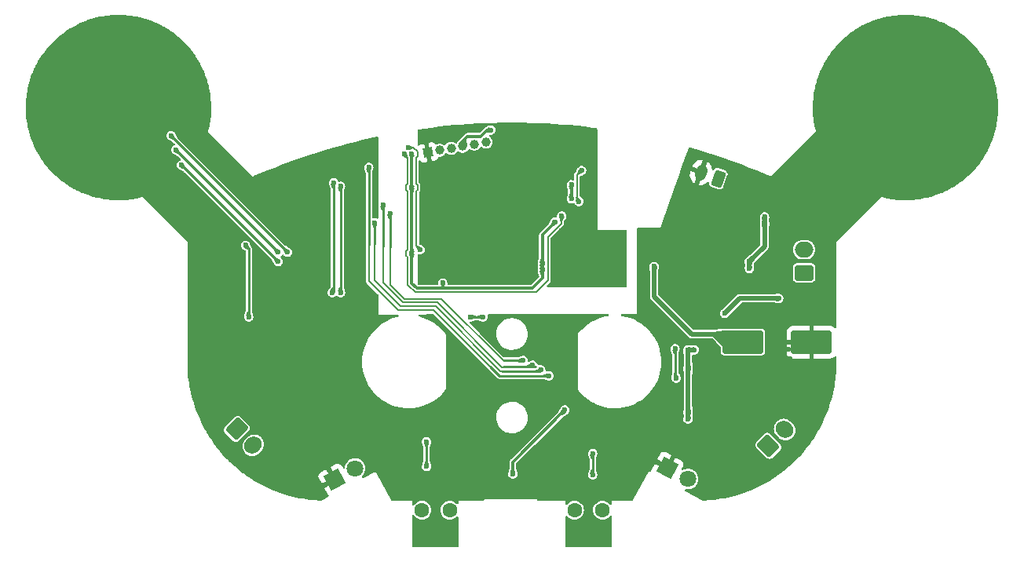
<source format=gbr>
%TF.GenerationSoftware,KiCad,Pcbnew,7.0.1*%
%TF.CreationDate,2023-08-08T22:15:58+07:00*%
%TF.ProjectId,BL706 Robot,424c3730-3620-4526-9f62-6f742e6b6963,rev?*%
%TF.SameCoordinates,Original*%
%TF.FileFunction,Copper,L2,Bot*%
%TF.FilePolarity,Positive*%
%FSLAX46Y46*%
G04 Gerber Fmt 4.6, Leading zero omitted, Abs format (unit mm)*
G04 Created by KiCad (PCBNEW 7.0.1) date 2023-08-08 22:15:58*
%MOMM*%
%LPD*%
G01*
G04 APERTURE LIST*
G04 Aperture macros list*
%AMRoundRect*
0 Rectangle with rounded corners*
0 $1 Rounding radius*
0 $2 $3 $4 $5 $6 $7 $8 $9 X,Y pos of 4 corners*
0 Add a 4 corners polygon primitive as box body*
4,1,4,$2,$3,$4,$5,$6,$7,$8,$9,$2,$3,0*
0 Add four circle primitives for the rounded corners*
1,1,$1+$1,$2,$3*
1,1,$1+$1,$4,$5*
1,1,$1+$1,$6,$7*
1,1,$1+$1,$8,$9*
0 Add four rect primitives between the rounded corners*
20,1,$1+$1,$2,$3,$4,$5,0*
20,1,$1+$1,$4,$5,$6,$7,0*
20,1,$1+$1,$6,$7,$8,$9,0*
20,1,$1+$1,$8,$9,$2,$3,0*%
%AMHorizOval*
0 Thick line with rounded ends*
0 $1 width*
0 $2 $3 position (X,Y) of the first rounded end (center of the circle)*
0 $4 $5 position (X,Y) of the second rounded end (center of the circle)*
0 Add line between two ends*
20,1,$1,$2,$3,$4,$5,0*
0 Add two circle primitives to create the rounded ends*
1,1,$1,$2,$3*
1,1,$1,$4,$5*%
%AMRotRect*
0 Rectangle, with rotation*
0 The origin of the aperture is its center*
0 $1 length*
0 $2 width*
0 $3 Rotation angle, in degrees counterclockwise*
0 Add horizontal line*
21,1,$1,$2,0,0,$3*%
G04 Aperture macros list end*
%TA.AperFunction,ComponentPad*%
%ADD10RotRect,1.800000X1.800000X331.500000*%
%TD*%
%TA.AperFunction,ComponentPad*%
%ADD11C,1.800000*%
%TD*%
%TA.AperFunction,ComponentPad*%
%ADD12RotRect,1.800000X1.800000X28.500000*%
%TD*%
%TA.AperFunction,ComponentPad*%
%ADD13RotRect,1.000000X1.000000X100.000000*%
%TD*%
%TA.AperFunction,ComponentPad*%
%ADD14HorizOval,1.000000X0.000000X0.000000X0.000000X0.000000X0*%
%TD*%
%TA.AperFunction,ComponentPad*%
%ADD15C,1.600000*%
%TD*%
%TA.AperFunction,SMDPad,CuDef*%
%ADD16RoundRect,0.250000X-1.950000X-1.000000X1.950000X-1.000000X1.950000X1.000000X-1.950000X1.000000X0*%
%TD*%
%TA.AperFunction,ComponentPad*%
%ADD17RoundRect,0.250000X0.750000X-0.600000X0.750000X0.600000X-0.750000X0.600000X-0.750000X-0.600000X0*%
%TD*%
%TA.AperFunction,ComponentPad*%
%ADD18O,2.000000X1.700000*%
%TD*%
%TA.AperFunction,ComponentPad*%
%ADD19RoundRect,0.250000X0.542655X0.467601X-0.115130X0.707015X-0.542655X-0.467601X0.115130X-0.707015X0*%
%TD*%
%TA.AperFunction,ComponentPad*%
%ADD20HorizOval,1.200000X0.094056X0.258415X-0.094056X-0.258415X0*%
%TD*%
%TA.AperFunction,ComponentPad*%
%ADD21RoundRect,0.250000X-0.954594X-0.106066X-0.106066X-0.954594X0.954594X0.106066X0.106066X0.954594X0*%
%TD*%
%TA.AperFunction,ComponentPad*%
%ADD22HorizOval,1.700000X-0.106066X-0.106066X0.106066X0.106066X0*%
%TD*%
%TA.AperFunction,ComponentPad*%
%ADD23RoundRect,0.250000X0.106066X-0.954594X0.954594X-0.106066X-0.106066X0.954594X-0.954594X0.106066X0*%
%TD*%
%TA.AperFunction,ComponentPad*%
%ADD24HorizOval,1.700000X-0.106066X0.106066X0.106066X-0.106066X0*%
%TD*%
%TA.AperFunction,ViaPad*%
%ADD25C,0.600000*%
%TD*%
%TA.AperFunction,ViaPad*%
%ADD26C,0.500000*%
%TD*%
%TA.AperFunction,Conductor*%
%ADD27C,0.200000*%
%TD*%
%TA.AperFunction,Conductor*%
%ADD28C,0.500000*%
%TD*%
%TA.AperFunction,Conductor*%
%ADD29C,0.254000*%
%TD*%
%TA.AperFunction,Conductor*%
%ADD30C,0.300000*%
%TD*%
G04 APERTURE END LIST*
D10*
%TO.P,D3,1,K*%
%TO.N,GND*%
X216549452Y-143320894D03*
D11*
%TO.P,D3,2,A*%
%TO.N,Net-(D3-A)*%
X218781647Y-144532877D03*
%TD*%
D12*
%TO.P,D4,1,K*%
%TO.N,GND*%
X180653505Y-144613790D03*
D11*
%TO.P,D4,2,A*%
%TO.N,Net-(D4-A)*%
X182885700Y-143401807D03*
%TD*%
D13*
%TO.P,J2,1,Pin_1*%
%TO.N,GNDD*%
X190746471Y-109302666D03*
D14*
%TO.P,J2,2,Pin_2*%
%TO.N,/UART0_RXD*%
X191997177Y-109082133D03*
%TO.P,J2,3,Pin_3*%
%TO.N,/UART0_TXD*%
X193247883Y-108861600D03*
%TO.P,J2,4,Pin_4*%
%TO.N,VPP*%
X194498589Y-108641066D03*
%TO.P,J2,5,Pin_5*%
%TO.N,/BOOT*%
X195749294Y-108420533D03*
%TO.P,J2,6,Pin_6*%
%TO.N,/RESET*%
X197000000Y-108200000D03*
%TD*%
D15*
%TO.P,R18,1*%
%TO.N,/VCC_LED*%
X193100000Y-147900000D03*
%TO.P,R18,2*%
%TO.N,/P1*%
X190100000Y-147900000D03*
%TD*%
%TO.P,R21,1*%
%TO.N,/VCC_LED*%
X206550000Y-147900000D03*
%TO.P,R21,2*%
%TO.N,/P2*%
X209550000Y-147900000D03*
%TD*%
D16*
%TO.P,C35,1*%
%TO.N,Net-(D5-K)*%
X224700000Y-129780000D03*
%TO.P,C35,2*%
%TO.N,GND*%
X232100000Y-129780000D03*
%TD*%
D17*
%TO.P,LS1,1,1*%
%TO.N,Net-(U2-VO1)*%
X231300000Y-122300000D03*
D18*
%TO.P,LS1,2,2*%
%TO.N,Net-(U2-VO2)*%
X231300000Y-119800000D03*
%TD*%
D19*
%TO.P,BT1,1,+*%
%TO.N,VCC*%
X222050000Y-112150000D03*
D20*
%TO.P,BT1,2,-*%
%TO.N,GND*%
X220170615Y-111465960D03*
%TD*%
D21*
%TO.P,M1,1,Pin_1*%
%TO.N,Net-(D6-A1)*%
X170132233Y-139132233D03*
D22*
%TO.P,M1,2,Pin_2*%
%TO.N,Net-(D6-A2)*%
X171900000Y-140900000D03*
%TD*%
D23*
%TO.P,M2,1,Pin_1*%
%TO.N,Net-(D7-A1)*%
X227427348Y-140965115D03*
D24*
%TO.P,M2,2,Pin_2*%
%TO.N,Net-(D7-A2)*%
X229195115Y-139197348D03*
%TD*%
D25*
%TO.N,GND*%
X222600000Y-139550000D03*
X196902334Y-145500000D03*
X224411089Y-114311089D03*
X227680000Y-130580000D03*
X224900000Y-111600000D03*
X196047000Y-138360000D03*
X175727000Y-142678000D03*
X216875000Y-124898000D03*
X223225000Y-118167000D03*
X205953000Y-136074000D03*
X215180000Y-119640000D03*
X166190000Y-132900000D03*
X229110000Y-121620000D03*
X213710000Y-120500000D03*
X231500000Y-127500000D03*
X214220000Y-118460000D03*
X204000000Y-145500000D03*
X166230000Y-129050000D03*
X228480000Y-129440000D03*
X204500000Y-140400000D03*
X225100000Y-143700000D03*
X173314000Y-113341000D03*
X166202000Y-131121000D03*
X223225000Y-135058000D03*
X167400000Y-132310000D03*
X194777000Y-133153000D03*
X229030000Y-123360000D03*
X229745000Y-131545000D03*
X227924000Y-112960000D03*
X198500000Y-145500000D03*
X216700000Y-115900000D03*
X232500000Y-127500000D03*
X233500000Y-127500000D03*
X177886000Y-133661000D03*
X230400000Y-127500000D03*
X167599000Y-120860000D03*
X229500000Y-127500000D03*
X216000000Y-119100000D03*
X229448000Y-126676000D03*
X223225000Y-136455000D03*
X195300242Y-145500000D03*
X167980000Y-129060000D03*
X202307798Y-145500000D03*
X211033000Y-141027000D03*
X181569000Y-135312000D03*
X167370000Y-130000000D03*
X187919000Y-138360000D03*
X227924000Y-114230000D03*
X205953000Y-130867000D03*
X217800000Y-139820000D03*
X211541000Y-145599000D03*
X216240000Y-128708000D03*
X222300000Y-144800000D03*
X181569000Y-129089000D03*
X228540000Y-128480000D03*
X208100000Y-150600000D03*
X166075000Y-120880000D03*
X229610000Y-130590000D03*
X218399000Y-122866000D03*
X176997000Y-145091000D03*
X178902000Y-110928000D03*
X166202000Y-127565000D03*
X200400000Y-145500000D03*
X177886000Y-127438000D03*
X222600000Y-138150000D03*
%TO.N,/DCDC_OUT*%
X207300000Y-111250000D03*
X207000000Y-114600000D03*
%TO.N,VCC*%
X225400000Y-121850000D03*
X227035000Y-116262000D03*
X219450000Y-130600000D03*
X218775000Y-138075000D03*
X225386000Y-121100000D03*
X218780000Y-137344000D03*
X227050000Y-117000000D03*
X218780000Y-130613000D03*
X218780000Y-132590000D03*
%TO.N,/AUDIO*%
X203794000Y-133407000D03*
X184363000Y-110928000D03*
%TO.N,GNDD*%
X193900000Y-111700000D03*
X197200000Y-113600000D03*
X208190000Y-115754000D03*
X200800000Y-117200000D03*
X200100000Y-121300000D03*
X204400000Y-115700000D03*
X210060000Y-118050000D03*
X194900000Y-106500000D03*
X197200000Y-117200000D03*
X199000000Y-117200000D03*
X205200000Y-109900000D03*
X205100000Y-112600000D03*
X199700000Y-106500000D03*
X198714000Y-122300000D03*
X206000000Y-107900000D03*
X197200000Y-115400000D03*
X202900000Y-109800000D03*
X205800000Y-122800000D03*
X201400000Y-121600000D03*
X202500000Y-110420000D03*
X200800000Y-113600000D03*
X199900000Y-123200000D03*
X199000000Y-113600000D03*
D26*
X200256417Y-111005901D03*
D25*
X208620000Y-116770000D03*
X204600000Y-122900000D03*
X199000000Y-115400000D03*
X203600000Y-108300000D03*
X203600000Y-116700000D03*
X205700000Y-109300000D03*
X211400000Y-117900000D03*
X209418000Y-123410000D03*
X193500000Y-117700000D03*
X200500000Y-108300000D03*
X193600000Y-118600000D03*
X205150000Y-117800000D03*
X211900000Y-123500000D03*
X210906000Y-118548000D03*
X198841000Y-107880000D03*
X206200000Y-123500000D03*
X201900000Y-120800000D03*
X207604000Y-116770000D03*
X191300000Y-112100000D03*
X202080000Y-107920000D03*
X210906000Y-123374000D03*
X211900000Y-118500000D03*
X190500000Y-121300000D03*
X208200000Y-114900000D03*
X200800000Y-115400000D03*
X208300000Y-107500000D03*
X200900000Y-120800000D03*
X208158319Y-112244319D03*
X204300000Y-109900000D03*
X193000000Y-113300000D03*
X205200500Y-114700000D03*
%TO.N,VPP*%
X189000000Y-120200000D03*
X203070500Y-121310000D03*
X206200000Y-114300000D03*
X192330403Y-123390403D03*
X203075000Y-121990000D03*
X204442183Y-116800000D03*
X189000000Y-109500000D03*
X206198593Y-112802231D03*
X197500000Y-106900000D03*
X189000000Y-113100000D03*
%TO.N,/RESET*%
X205172536Y-116150500D03*
X188200497Y-109500000D03*
%TO.N,Net-(D1-GK)*%
X184998000Y-116897000D03*
X202905000Y-132772000D03*
%TO.N,Net-(D1-BK)*%
X186649000Y-115881000D03*
X201000000Y-131756000D03*
%TO.N,Net-(D1-RK)*%
X185887000Y-114992000D03*
X202016000Y-132264000D03*
%TO.N,/S_SD*%
X217383000Y-130486000D03*
X217510000Y-133661000D03*
%TO.N,/MC_1*%
X171409000Y-127057000D03*
X171060000Y-119330000D03*
%TO.N,/MOTOR2A*%
X195285000Y-127057000D03*
X196682000Y-127057000D03*
%TO.N,Net-(D2-GK)*%
X174584000Y-121088000D03*
X164170000Y-110674000D03*
%TO.N,/P1*%
X190586000Y-140519000D03*
X180428995Y-124426500D03*
X190586000Y-143200000D03*
X180553000Y-112579000D03*
%TO.N,/P2*%
X208493000Y-141800000D03*
X181315000Y-124426500D03*
X208493000Y-144100000D03*
X181315000Y-112960000D03*
%TO.N,Net-(D2-BK)*%
X163535000Y-109023000D03*
X174584000Y-120072000D03*
%TO.N,/BOOT*%
X188600000Y-108800000D03*
X189900000Y-119800000D03*
%TO.N,Net-(D2-RK)*%
X175600000Y-120072000D03*
X163027000Y-107499000D03*
%TO.N,Net-(D5-K)*%
X215135000Y-121615000D03*
%TO.N,Net-(U2-VO1)*%
X222717000Y-126676000D03*
X228559000Y-125055000D03*
%TO.N,/VCC_LED*%
X199900000Y-144000000D03*
X205500000Y-137100000D03*
%TD*%
D27*
%TO.N,/DCDC_OUT*%
X206800000Y-111750000D02*
X207300000Y-111250000D01*
X206800000Y-114400000D02*
X206800000Y-111750000D01*
X207000000Y-114600000D02*
X206800000Y-114400000D01*
D28*
%TO.N,VCC*%
X218780000Y-132590000D02*
X218780000Y-137344000D01*
X225386000Y-121836000D02*
X225400000Y-121850000D01*
X227035000Y-119451000D02*
X225386000Y-121100000D01*
X227050000Y-117000000D02*
X227035000Y-117015000D01*
X218780000Y-137344000D02*
X218780000Y-138070000D01*
X227035000Y-117015000D02*
X227035000Y-119451000D01*
X218780000Y-130613000D02*
X218780000Y-132590000D01*
X225386000Y-121100000D02*
X225386000Y-121836000D01*
X218780000Y-130613000D02*
X219437000Y-130613000D01*
X227050000Y-117000000D02*
X227035000Y-116985000D01*
X219437000Y-130613000D02*
X219450000Y-130600000D01*
X218780000Y-138070000D02*
X218775000Y-138075000D01*
X227035000Y-116985000D02*
X227035000Y-116262000D01*
D27*
%TO.N,/AUDIO*%
X191353000Y-126300000D02*
X187500000Y-126300000D01*
X184363000Y-123163000D02*
X184363000Y-119310000D01*
D29*
X203794000Y-133407000D02*
X198460000Y-133407000D01*
X184363000Y-119310000D02*
X184363000Y-110928000D01*
D27*
X197444000Y-132391000D02*
X191353000Y-126300000D01*
D29*
X198460000Y-133407000D02*
X197444000Y-132391000D01*
D27*
X187500000Y-126300000D02*
X184363000Y-123163000D01*
D30*
%TO.N,VPP*%
X203070000Y-121309500D02*
X203070000Y-118210330D01*
X203070500Y-121310000D02*
X203070000Y-121309500D01*
X206198593Y-112802231D02*
X206200000Y-112803638D01*
X203070500Y-121310000D02*
X203070000Y-121310500D01*
X195008092Y-107570533D02*
X194200000Y-108378625D01*
X204442183Y-116838147D02*
X204442183Y-116800000D01*
X197500000Y-106900000D02*
X197100000Y-106900000D01*
X192330403Y-123390403D02*
X192330403Y-123949597D01*
X203070000Y-121310500D02*
X203070000Y-121985000D01*
X189000000Y-123400000D02*
X189000000Y-120200000D01*
X189000000Y-113100000D02*
X189000000Y-109500000D01*
X203075000Y-122875000D02*
X202000000Y-123950000D01*
X203075000Y-121990000D02*
X203075000Y-122875000D01*
X202000000Y-123950000D02*
X192330000Y-123950000D01*
X189000000Y-113100000D02*
X189000000Y-120200000D01*
X203070000Y-121985000D02*
X203075000Y-121990000D01*
X192330403Y-123949597D02*
X192330000Y-123950000D01*
X196429467Y-107570533D02*
X195008092Y-107570533D01*
X203070000Y-118210330D02*
X204442183Y-116838147D01*
X206200000Y-112803638D02*
X206200000Y-114300000D01*
X192330000Y-123950000D02*
X189550000Y-123950000D01*
X189550000Y-123950000D02*
X189000000Y-123400000D01*
X197100000Y-106900000D02*
X196429467Y-107570533D01*
D27*
%TO.N,/RESET*%
X202411514Y-124400000D02*
X189363604Y-124400000D01*
X205100000Y-116990712D02*
X203670000Y-118420712D01*
X188550000Y-113498529D02*
X188400000Y-113348529D01*
X189363604Y-124400000D02*
X188550000Y-123586396D01*
X203670000Y-118420712D02*
X203670000Y-121736471D01*
X188550000Y-112701471D02*
X188550000Y-109898529D01*
X188550000Y-109898529D02*
X188200497Y-109549026D01*
X188550000Y-123586396D02*
X188550000Y-120598529D01*
X188400000Y-113348529D02*
X188400000Y-112851471D01*
X203675000Y-123136514D02*
X202411514Y-124400000D01*
X188550000Y-120598529D02*
X188400000Y-120448529D01*
X203675000Y-121741471D02*
X203675000Y-123136514D01*
X188550000Y-119801471D02*
X188550000Y-113498529D01*
X188400000Y-112851471D02*
X188550000Y-112701471D01*
X188200497Y-109549026D02*
X188200497Y-109500000D01*
X188400000Y-120448529D02*
X188400000Y-119951471D01*
X203670000Y-121736471D02*
X203675000Y-121741471D01*
X188400000Y-119951471D02*
X188550000Y-119801471D01*
X205100000Y-116223036D02*
X205100000Y-116990712D01*
X205172536Y-116150500D02*
X205100000Y-116223036D01*
%TO.N,Net-(D1-GK)*%
X198699896Y-132899000D02*
X198555870Y-132899000D01*
D29*
X202905000Y-132772000D02*
X202778000Y-132899000D01*
D27*
X198555870Y-132899000D02*
X191556870Y-125900000D01*
D29*
X184998000Y-119197104D02*
X184998000Y-116897000D01*
D27*
X191556870Y-125900000D02*
X187800000Y-125900000D01*
X187800000Y-125900000D02*
X184998000Y-123098000D01*
X184998000Y-123098000D02*
X184998000Y-119197104D01*
D29*
X202778000Y-132899000D02*
X198699896Y-132899000D01*
D27*
%TO.N,Net-(D1-BK)*%
X198841000Y-131756000D02*
X192185000Y-125100000D01*
X192185000Y-125100000D02*
X188165686Y-125100000D01*
X188165686Y-125100000D02*
X186649000Y-123583314D01*
X186649000Y-123583314D02*
X186649000Y-119564000D01*
D29*
X201000000Y-131756000D02*
X198841000Y-131756000D01*
X186649000Y-119564000D02*
X186649000Y-115881000D01*
D27*
%TO.N,Net-(D1-RK)*%
X202437471Y-132391000D02*
X202356471Y-132472000D01*
X202356471Y-132472000D02*
X198694556Y-132472000D01*
D29*
X202016000Y-132264000D02*
X201889000Y-132391000D01*
D27*
X191722556Y-125500000D02*
X188000000Y-125500000D01*
D29*
X201889000Y-132391000D02*
X198833948Y-132391000D01*
D27*
X198694556Y-132472000D02*
X191722556Y-125500000D01*
X198833948Y-132391000D02*
X202437471Y-132391000D01*
X185887000Y-123387000D02*
X185887000Y-119444052D01*
X188000000Y-125500000D02*
X185887000Y-123387000D01*
D29*
X185887000Y-119444052D02*
X185887000Y-114992000D01*
%TO.N,/S_SD*%
X217383000Y-130486000D02*
X217383000Y-133534000D01*
X217383000Y-133534000D02*
X217510000Y-133661000D01*
%TO.N,/MC_1*%
X171060000Y-119330000D02*
X171409000Y-119679000D01*
X171409000Y-119679000D02*
X171409000Y-127057000D01*
%TO.N,/MOTOR2A*%
X196682000Y-127057000D02*
X195285000Y-127057000D01*
%TO.N,Net-(D2-GK)*%
X174584000Y-121088000D02*
X164170000Y-110674000D01*
%TO.N,/P1*%
X190586000Y-140519000D02*
X190586000Y-143200000D01*
X180553000Y-124302495D02*
X180428995Y-124426500D01*
X180553000Y-112579000D02*
X180553000Y-124302495D01*
%TO.N,/P2*%
X181315000Y-112960000D02*
X181315000Y-124426500D01*
X208493000Y-141800000D02*
X208493000Y-144100000D01*
%TO.N,Net-(D2-BK)*%
X174584000Y-120072000D02*
X163535000Y-109023000D01*
D27*
%TO.N,/BOOT*%
X189600000Y-113348529D02*
X189500000Y-113448529D01*
X189148529Y-108800000D02*
X189600000Y-109251471D01*
X189500000Y-113448529D02*
X189500000Y-119400000D01*
X189600000Y-109748529D02*
X189450000Y-109898529D01*
X189450000Y-112701471D02*
X189600000Y-112851471D01*
X189500000Y-119400000D02*
X189900000Y-119800000D01*
X189450000Y-109898529D02*
X189450000Y-112701471D01*
X189600000Y-109251471D02*
X189600000Y-109748529D01*
X189600000Y-112851471D02*
X189600000Y-113348529D01*
X188600000Y-108800000D02*
X189148529Y-108800000D01*
D29*
%TO.N,Net-(D2-RK)*%
X163027000Y-107499000D02*
X175600000Y-120072000D01*
D28*
%TO.N,Net-(D5-K)*%
X219160000Y-128910000D02*
X223830000Y-128910000D01*
X215135000Y-124885000D02*
X219160000Y-128910000D01*
X223830000Y-128910000D02*
X224700000Y-129780000D01*
X215135000Y-121615000D02*
X215135000Y-124885000D01*
%TO.N,Net-(U2-VO1)*%
X222717000Y-126676000D02*
X224338000Y-125055000D01*
X224338000Y-125055000D02*
X228559000Y-125055000D01*
D30*
%TO.N,/VCC_LED*%
X199900000Y-142700000D02*
X199900000Y-144000000D01*
X205500000Y-137100000D02*
X199900000Y-142700000D01*
%TD*%
%TA.AperFunction,Conductor*%
%TO.N,GNDD*%
G36*
X200240872Y-106092346D02*
G01*
X201023919Y-106101798D01*
X201024911Y-106101816D01*
X201903860Y-106122432D01*
X201905184Y-106122472D01*
X202687729Y-106150822D01*
X202688540Y-106150856D01*
X203567092Y-106192094D01*
X203568708Y-106192181D01*
X204349724Y-106239376D01*
X204350401Y-106239420D01*
X205228401Y-106301295D01*
X205229794Y-106301403D01*
X206008657Y-106367370D01*
X206009764Y-106367469D01*
X206886699Y-106449975D01*
X206888321Y-106450140D01*
X207664175Y-106534761D01*
X207664902Y-106534843D01*
X208540926Y-106638039D01*
X208542651Y-106638255D01*
X208893417Y-106685105D01*
X208948251Y-106706528D01*
X208987025Y-106750826D01*
X209001000Y-106808014D01*
X209001000Y-117659000D01*
X212077000Y-117659000D01*
X212139000Y-117675613D01*
X212184387Y-117721000D01*
X212201000Y-117783000D01*
X212201000Y-123735000D01*
X212184387Y-123797000D01*
X212139000Y-123842387D01*
X212077000Y-123859000D01*
X203676846Y-123859000D01*
X203620551Y-123845485D01*
X203576528Y-123807885D01*
X203554373Y-123754398D01*
X203558915Y-123696682D01*
X203589165Y-123647319D01*
X203709472Y-123527012D01*
X203838518Y-123397965D01*
X203852353Y-123388012D01*
X203859225Y-123380473D01*
X203859228Y-123380472D01*
X203890488Y-123346180D01*
X203894379Y-123342104D01*
X203907174Y-123329311D01*
X203907178Y-123329304D01*
X203907868Y-123328615D01*
X203916922Y-123317185D01*
X203934914Y-123297449D01*
X203934913Y-123297449D01*
X203934916Y-123297447D01*
X203937419Y-123290984D01*
X203950743Y-123265705D01*
X203954656Y-123259995D01*
X203960770Y-123233995D01*
X203965846Y-123217603D01*
X203975500Y-123192687D01*
X203975500Y-123185763D01*
X203978794Y-123157370D01*
X203980379Y-123150633D01*
X203976688Y-123124180D01*
X203975500Y-123107049D01*
X203975500Y-121810714D01*
X203978243Y-121793893D01*
X203977772Y-121783707D01*
X203977773Y-121783706D01*
X203975631Y-121737390D01*
X203975500Y-121731666D01*
X203975500Y-121712649D01*
X203973817Y-121698151D01*
X203973285Y-121686641D01*
X203972585Y-121671479D01*
X203972584Y-121671478D01*
X203971515Y-121648321D01*
X203972122Y-121648292D01*
X203970500Y-121640599D01*
X203970500Y-118596545D01*
X203979939Y-118549092D01*
X204006819Y-118508864D01*
X204300685Y-118214998D01*
X205263518Y-117252163D01*
X205277353Y-117242210D01*
X205284225Y-117234671D01*
X205284228Y-117234670D01*
X205315488Y-117200378D01*
X205319379Y-117196302D01*
X205332174Y-117183509D01*
X205332178Y-117183502D01*
X205332868Y-117182813D01*
X205341922Y-117171383D01*
X205359914Y-117151647D01*
X205359913Y-117151647D01*
X205359916Y-117151645D01*
X205362419Y-117145182D01*
X205375743Y-117119903D01*
X205379656Y-117114193D01*
X205385770Y-117088193D01*
X205390846Y-117071801D01*
X205400500Y-117046885D01*
X205400500Y-117039961D01*
X205403794Y-117011568D01*
X205405379Y-117004831D01*
X205401688Y-116978378D01*
X205400500Y-116961247D01*
X205400500Y-116827474D01*
X205414956Y-116769370D01*
X205428263Y-116744283D01*
X205625232Y-116372930D01*
X205639479Y-116333790D01*
X205643202Y-116324702D01*
X205657701Y-116292957D01*
X205678183Y-116150500D01*
X205657701Y-116008043D01*
X205597913Y-115877127D01*
X205597912Y-115877126D01*
X205597912Y-115877125D01*
X205503665Y-115768358D01*
X205503664Y-115768357D01*
X205382589Y-115690547D01*
X205244497Y-115650000D01*
X205100575Y-115650000D01*
X204962483Y-115690547D01*
X204841406Y-115768358D01*
X204747159Y-115877125D01*
X204687370Y-116008042D01*
X204666888Y-116150502D01*
X204668529Y-116161913D01*
X204661972Y-116222892D01*
X204626994Y-116273269D01*
X204572152Y-116300723D01*
X204531972Y-116299289D01*
X204531972Y-116299500D01*
X204370222Y-116299500D01*
X204232130Y-116340047D01*
X204111053Y-116417858D01*
X204016805Y-116526626D01*
X203996889Y-116570234D01*
X203982036Y-116594770D01*
X203977320Y-116600842D01*
X203918707Y-116714934D01*
X203915736Y-116718768D01*
X203908900Y-116733737D01*
X203906406Y-116738881D01*
X203903630Y-116744283D01*
X203900221Y-116752540D01*
X203898403Y-116756721D01*
X203856620Y-116848208D01*
X203842240Y-116872132D01*
X203835356Y-116881111D01*
X203833807Y-116883405D01*
X203821309Y-116904524D01*
X203768047Y-117008198D01*
X203745432Y-117039214D01*
X202856955Y-117927691D01*
X202837104Y-117943813D01*
X202829332Y-117948891D01*
X202811500Y-117971801D01*
X202801765Y-117982826D01*
X202790441Y-117998687D01*
X202787392Y-118002775D01*
X202770954Y-118023896D01*
X202752891Y-118047103D01*
X202736871Y-118100912D01*
X202735309Y-118105788D01*
X202717074Y-118158907D01*
X202719394Y-118214998D01*
X202719500Y-118220122D01*
X202719500Y-120648637D01*
X202715477Y-120679965D01*
X202594660Y-121142665D01*
X202587480Y-121162843D01*
X202585335Y-121167539D01*
X202564853Y-121309999D01*
X202585334Y-121452457D01*
X202587480Y-121457155D01*
X202594661Y-121477336D01*
X202633213Y-121624978D01*
X202633468Y-121686641D01*
X202599378Y-121821754D01*
X202591943Y-121842925D01*
X202589835Y-121847540D01*
X202569353Y-121989999D01*
X202589835Y-122132460D01*
X202591982Y-122137161D01*
X202599135Y-122157231D01*
X202601629Y-122166745D01*
X202720449Y-122620105D01*
X202724500Y-122651538D01*
X202724500Y-122678457D01*
X202715061Y-122725910D01*
X202688181Y-122766138D01*
X201891137Y-123563181D01*
X201850909Y-123590061D01*
X201803456Y-123599500D01*
X192949090Y-123599500D01*
X192882051Y-123579815D01*
X192836296Y-123527012D01*
X192826352Y-123457853D01*
X192836050Y-123390403D01*
X192815568Y-123247946D01*
X192809199Y-123234001D01*
X192755779Y-123117028D01*
X192661532Y-123008261D01*
X192661531Y-123008260D01*
X192540456Y-122930450D01*
X192402364Y-122889903D01*
X192258442Y-122889903D01*
X192120350Y-122930450D01*
X191999273Y-123008261D01*
X191905026Y-123117028D01*
X191845237Y-123247945D01*
X191831110Y-123346209D01*
X191824756Y-123390403D01*
X191833893Y-123453956D01*
X191834454Y-123457853D01*
X191824510Y-123527012D01*
X191778755Y-123579815D01*
X191711716Y-123599500D01*
X189746544Y-123599500D01*
X189699091Y-123590061D01*
X189658863Y-123563181D01*
X189637319Y-123541637D01*
X189610439Y-123501409D01*
X189601000Y-123453956D01*
X189601000Y-120399480D01*
X189614116Y-120343976D01*
X189650689Y-120300213D01*
X189702983Y-120277450D01*
X189759934Y-120280502D01*
X189828039Y-120300500D01*
X189971961Y-120300500D01*
X190110053Y-120259953D01*
X190231128Y-120182143D01*
X190325377Y-120073373D01*
X190385165Y-119942457D01*
X190405647Y-119800000D01*
X190385165Y-119657543D01*
X190362421Y-119607742D01*
X190325376Y-119526625D01*
X190231129Y-119417858D01*
X190231128Y-119417857D01*
X190190769Y-119391920D01*
X190110051Y-119340045D01*
X190104072Y-119338290D01*
X190080060Y-119328404D01*
X190076344Y-119326396D01*
X189880569Y-119252226D01*
X189838623Y-119225718D01*
X189810428Y-119184886D01*
X189800500Y-119136269D01*
X189800500Y-113624363D01*
X189809939Y-113576910D01*
X189826840Y-113551616D01*
X189825673Y-113550817D01*
X189831249Y-113542675D01*
X189841922Y-113529200D01*
X189859914Y-113509464D01*
X189859913Y-113509464D01*
X189859916Y-113509462D01*
X189862419Y-113502999D01*
X189875743Y-113477720D01*
X189879656Y-113472010D01*
X189885770Y-113446010D01*
X189890846Y-113429618D01*
X189900500Y-113404702D01*
X189900500Y-113397778D01*
X189903794Y-113369385D01*
X189905379Y-113362648D01*
X189901688Y-113336195D01*
X189900500Y-113319064D01*
X189900500Y-112920714D01*
X189903243Y-112903893D01*
X189902772Y-112893707D01*
X189902773Y-112893706D01*
X189900631Y-112847390D01*
X189900500Y-112841666D01*
X189900500Y-112822649D01*
X189898817Y-112808151D01*
X189898544Y-112802230D01*
X205692946Y-112802230D01*
X205713427Y-112944687D01*
X205715573Y-112949385D01*
X205722637Y-112969117D01*
X205725405Y-112979559D01*
X205725406Y-112979562D01*
X205838128Y-113404701D01*
X205845359Y-113431973D01*
X205849500Y-113463752D01*
X205849500Y-113638462D01*
X205845449Y-113669894D01*
X205775421Y-113937088D01*
X205724135Y-114132769D01*
X205716983Y-114152837D01*
X205714835Y-114157540D01*
X205694353Y-114300000D01*
X205714834Y-114442457D01*
X205774623Y-114573374D01*
X205797694Y-114599999D01*
X205868872Y-114682143D01*
X205989947Y-114759953D01*
X206128039Y-114800500D01*
X206271961Y-114800500D01*
X206406398Y-114761025D01*
X206464799Y-114758244D01*
X206517984Y-114782532D01*
X206554126Y-114828492D01*
X206574622Y-114873373D01*
X206668870Y-114982141D01*
X206668872Y-114982143D01*
X206789947Y-115059953D01*
X206928039Y-115100500D01*
X207071961Y-115100500D01*
X207210053Y-115059953D01*
X207331128Y-114982143D01*
X207425377Y-114873373D01*
X207485165Y-114742457D01*
X207505647Y-114600000D01*
X207485165Y-114457543D01*
X207478275Y-114442457D01*
X207425377Y-114326627D01*
X207381375Y-114275846D01*
X207377181Y-114270737D01*
X207374131Y-114266813D01*
X207348135Y-114233364D01*
X207348130Y-114233359D01*
X207137390Y-114025336D01*
X207110093Y-113984912D01*
X207100500Y-113937088D01*
X207100500Y-111979054D01*
X207119954Y-111912375D01*
X207172211Y-111866618D01*
X207231944Y-111838838D01*
X207491326Y-111718213D01*
X207491330Y-111718209D01*
X207499000Y-111714643D01*
X207508076Y-111711222D01*
X207510048Y-111709954D01*
X207510053Y-111709953D01*
X207631128Y-111632143D01*
X207651233Y-111608941D01*
X207725376Y-111523374D01*
X207725375Y-111523374D01*
X207725377Y-111523373D01*
X207785165Y-111392457D01*
X207805647Y-111250000D01*
X207785165Y-111107543D01*
X207725377Y-110976627D01*
X207725376Y-110976626D01*
X207725376Y-110976625D01*
X207631129Y-110867858D01*
X207631128Y-110867857D01*
X207510053Y-110790047D01*
X207371961Y-110749500D01*
X207228039Y-110749500D01*
X207089947Y-110790047D01*
X206968870Y-110867858D01*
X206874622Y-110976626D01*
X206851461Y-111027340D01*
X206839163Y-111048468D01*
X206831787Y-111058672D01*
X206640038Y-111470988D01*
X206619238Y-111502239D01*
X206584524Y-111540317D01*
X206580573Y-111544454D01*
X206567141Y-111557886D01*
X206558087Y-111569317D01*
X206540083Y-111589067D01*
X206537578Y-111595534D01*
X206524259Y-111620802D01*
X206520343Y-111626518D01*
X206514228Y-111652517D01*
X206509151Y-111668913D01*
X206499500Y-111693827D01*
X206499500Y-111700751D01*
X206496206Y-111729144D01*
X206494621Y-111735881D01*
X206498311Y-111762332D01*
X206499500Y-111779465D01*
X206499500Y-112203311D01*
X206486384Y-112258815D01*
X206449811Y-112302578D01*
X206397517Y-112325341D01*
X206340565Y-112322288D01*
X206270554Y-112301731D01*
X206126632Y-112301731D01*
X205988540Y-112342278D01*
X205867463Y-112420089D01*
X205773216Y-112528856D01*
X205713427Y-112659773D01*
X205692946Y-112802230D01*
X189898544Y-112802230D01*
X189897585Y-112781479D01*
X189894786Y-112775141D01*
X189886332Y-112747838D01*
X189885061Y-112741038D01*
X189871002Y-112718331D01*
X189862995Y-112703141D01*
X189852206Y-112678706D01*
X189847310Y-112673810D01*
X189829563Y-112651404D01*
X189825919Y-112645519D01*
X189804602Y-112629421D01*
X189791648Y-112618148D01*
X189786819Y-112613319D01*
X189759939Y-112573091D01*
X189750500Y-112525638D01*
X189750500Y-110299952D01*
X189763660Y-110244360D01*
X189800347Y-110200567D01*
X189852773Y-110177870D01*
X189909812Y-110181086D01*
X189959355Y-110209532D01*
X190051155Y-110295682D01*
X190179470Y-110360550D01*
X190320857Y-110386639D01*
X190380613Y-110382602D01*
X190673917Y-110330885D01*
X190543681Y-109592280D01*
X190326620Y-108361270D01*
X190033321Y-108412987D01*
X189975783Y-108429634D01*
X189851846Y-108502505D01*
X189815420Y-108541321D01*
X189766300Y-108573386D01*
X189707938Y-108579287D01*
X189653394Y-108557701D01*
X189614875Y-108513461D01*
X189601000Y-108456466D01*
X189601000Y-108274446D01*
X190819024Y-108274446D01*
X190949261Y-109013053D01*
X191166320Y-110244061D01*
X191459619Y-110192345D01*
X191517158Y-110175697D01*
X191641095Y-110102826D01*
X191739488Y-109997980D01*
X191812400Y-109853757D01*
X191814550Y-109854844D01*
X191824553Y-109832066D01*
X191868267Y-109795677D01*
X191923628Y-109782633D01*
X192082232Y-109782633D01*
X192082233Y-109782633D01*
X192247402Y-109741923D01*
X192398029Y-109662867D01*
X192525360Y-109550062D01*
X192614056Y-109421563D01*
X192667501Y-109377928D01*
X192735996Y-109369611D01*
X192798330Y-109399189D01*
X192847031Y-109442334D01*
X192997658Y-109521390D01*
X193162827Y-109562100D01*
X193332938Y-109562100D01*
X193332939Y-109562100D01*
X193498108Y-109521390D01*
X193648735Y-109442334D01*
X193776066Y-109329529D01*
X193864762Y-109201030D01*
X193918207Y-109157395D01*
X193986701Y-109149078D01*
X194049037Y-109178656D01*
X194074295Y-109201032D01*
X194097737Y-109221800D01*
X194248364Y-109300856D01*
X194413533Y-109341566D01*
X194583644Y-109341566D01*
X194583645Y-109341566D01*
X194748814Y-109300856D01*
X194899441Y-109221800D01*
X195026772Y-109108995D01*
X195115468Y-108980497D01*
X195168912Y-108936862D01*
X195237406Y-108928545D01*
X195299742Y-108958123D01*
X195348442Y-109001267D01*
X195499069Y-109080323D01*
X195664238Y-109121033D01*
X195834349Y-109121033D01*
X195834350Y-109121033D01*
X195999519Y-109080323D01*
X196150146Y-109001267D01*
X196277477Y-108888462D01*
X196366173Y-108759963D01*
X196419618Y-108716328D01*
X196488113Y-108708011D01*
X196550447Y-108737589D01*
X196599148Y-108780734D01*
X196749775Y-108859790D01*
X196914944Y-108900500D01*
X197085055Y-108900500D01*
X197085056Y-108900500D01*
X197250225Y-108859790D01*
X197400852Y-108780734D01*
X197528183Y-108667929D01*
X197624818Y-108527930D01*
X197685140Y-108368872D01*
X197705645Y-108200000D01*
X197685140Y-108031128D01*
X197624818Y-107872070D01*
X197528183Y-107732071D01*
X197400852Y-107619266D01*
X197400848Y-107619263D01*
X197400400Y-107618867D01*
X197366868Y-107570501D01*
X197359412Y-107512122D01*
X197379712Y-107456881D01*
X197423195Y-107417221D01*
X197480064Y-107402077D01*
X197519944Y-107401254D01*
X197519950Y-107401252D01*
X197527111Y-107401105D01*
X197534602Y-107400500D01*
X197571961Y-107400500D01*
X197710053Y-107359953D01*
X197831128Y-107282143D01*
X197925377Y-107173373D01*
X197985165Y-107042457D01*
X198005647Y-106900000D01*
X197985165Y-106757543D01*
X197982097Y-106750826D01*
X197925376Y-106626625D01*
X197831129Y-106517858D01*
X197831128Y-106517857D01*
X197710053Y-106440047D01*
X197571961Y-106399500D01*
X197428039Y-106399500D01*
X197428038Y-106399500D01*
X197289947Y-106440046D01*
X197282296Y-106444963D01*
X197277115Y-106447661D01*
X197277258Y-106447904D01*
X197269651Y-106452366D01*
X197269653Y-106452366D01*
X197133146Y-106532452D01*
X197080894Y-106546648D01*
X197081088Y-106547810D01*
X197051961Y-106552668D01*
X197046903Y-106553405D01*
X196991189Y-106560351D01*
X196941813Y-106587072D01*
X196937261Y-106589415D01*
X196886804Y-106614082D01*
X196848780Y-106655387D01*
X196845233Y-106659083D01*
X196724823Y-106779493D01*
X196715383Y-106788011D01*
X196713256Y-106789740D01*
X196702644Y-106801458D01*
X196698417Y-106805899D01*
X196320604Y-107183714D01*
X196280376Y-107210594D01*
X196232923Y-107220033D01*
X195057304Y-107220033D01*
X195031858Y-107217394D01*
X195022777Y-107215490D01*
X194993969Y-107219081D01*
X194979293Y-107219991D01*
X194960053Y-107223201D01*
X194954995Y-107223938D01*
X194899281Y-107230884D01*
X194849900Y-107257607D01*
X194845349Y-107259950D01*
X194794894Y-107284617D01*
X194756849Y-107325942D01*
X194753304Y-107329637D01*
X194550042Y-107532900D01*
X194543056Y-107539370D01*
X194508004Y-107569411D01*
X194466517Y-107616119D01*
X194461490Y-107621452D01*
X193931627Y-108151314D01*
X193880759Y-108222560D01*
X193874094Y-108244949D01*
X193842441Y-108297735D01*
X193789306Y-108328798D01*
X193727781Y-108330486D01*
X193673023Y-108302383D01*
X193648736Y-108280867D01*
X193648735Y-108280866D01*
X193573421Y-108241337D01*
X193498107Y-108201809D01*
X193373647Y-108171133D01*
X193332939Y-108161100D01*
X193162827Y-108161100D01*
X193130167Y-108169149D01*
X192997658Y-108201809D01*
X192847032Y-108280865D01*
X192719697Y-108393673D01*
X192631003Y-108522168D01*
X192577557Y-108565805D01*
X192509063Y-108574121D01*
X192446728Y-108544542D01*
X192398029Y-108501399D01*
X192261294Y-108429634D01*
X192247401Y-108422342D01*
X192122941Y-108391666D01*
X192082233Y-108381633D01*
X191912121Y-108381633D01*
X191829536Y-108401988D01*
X191746951Y-108422343D01*
X191704923Y-108444401D01*
X191644297Y-108458568D01*
X191584428Y-108441484D01*
X191561352Y-108418404D01*
X191559630Y-108420240D01*
X191441786Y-108309649D01*
X191313471Y-108244781D01*
X191172084Y-108218692D01*
X191112327Y-108222729D01*
X190819024Y-108274446D01*
X189601000Y-108274446D01*
X189601000Y-106945974D01*
X189614824Y-106889077D01*
X189653213Y-106844867D01*
X189707609Y-106823200D01*
X189832204Y-106805550D01*
X190284921Y-106741424D01*
X191057364Y-106638253D01*
X191059075Y-106638039D01*
X191935485Y-106534797D01*
X191935579Y-106534787D01*
X192711831Y-106450124D01*
X192713252Y-106449979D01*
X193590308Y-106367462D01*
X193591296Y-106367374D01*
X194370156Y-106301406D01*
X194371529Y-106301300D01*
X195249478Y-106239429D01*
X195250492Y-106239363D01*
X196031418Y-106192173D01*
X196032752Y-106192101D01*
X196911457Y-106150856D01*
X196912257Y-106150823D01*
X197694826Y-106122472D01*
X197696136Y-106122433D01*
X198575101Y-106101815D01*
X198576076Y-106101798D01*
X199359129Y-106092346D01*
X199360627Y-106092337D01*
X200239375Y-106092337D01*
X200240872Y-106092346D01*
G37*
%TD.AperFunction*%
%TD*%
%TA.AperFunction,Conductor*%
%TO.N,GND*%
G36*
X242415377Y-94479949D02*
G01*
X242417983Y-94479994D01*
X242698906Y-94487971D01*
X242703729Y-94488205D01*
X243040645Y-94511342D01*
X243043362Y-94511560D01*
X243323560Y-94537262D01*
X243328413Y-94537804D01*
X243662875Y-94581837D01*
X243665484Y-94582212D01*
X243943931Y-94625594D01*
X243948653Y-94626424D01*
X243973537Y-94631293D01*
X244279307Y-94691124D01*
X244282192Y-94691725D01*
X244557605Y-94752630D01*
X244562065Y-94753706D01*
X244887903Y-94838841D01*
X244890717Y-94839614D01*
X245161999Y-94917835D01*
X245166341Y-94919175D01*
X245486006Y-95024364D01*
X245488869Y-95025347D01*
X245720186Y-95108165D01*
X245754862Y-95120580D01*
X245759082Y-95122177D01*
X246071329Y-95246977D01*
X246074279Y-95248202D01*
X246333941Y-95360102D01*
X246337843Y-95361867D01*
X246641586Y-95505816D01*
X246644551Y-95507271D01*
X246896732Y-95635363D01*
X246900536Y-95637380D01*
X247194582Y-95799893D01*
X247197528Y-95801576D01*
X247441260Y-95945387D01*
X247444821Y-95947571D01*
X247693703Y-96106127D01*
X247727991Y-96127971D01*
X247730987Y-96129940D01*
X247965237Y-96288877D01*
X247968606Y-96291246D01*
X248239930Y-96488893D01*
X248242825Y-96491067D01*
X248466659Y-96664509D01*
X248469790Y-96667018D01*
X248728311Y-96881211D01*
X248731108Y-96883602D01*
X248908825Y-97040201D01*
X248943537Y-97070788D01*
X248946464Y-97073451D01*
X249191068Y-97303264D01*
X249193843Y-97305954D01*
X249394043Y-97506154D01*
X249396705Y-97508899D01*
X249626579Y-97753568D01*
X249629193Y-97756442D01*
X249816381Y-97968873D01*
X249818804Y-97971708D01*
X250012648Y-98205668D01*
X250032987Y-98230216D01*
X250035501Y-98233354D01*
X250178157Y-98417457D01*
X250208890Y-98457118D01*
X250211100Y-98460059D01*
X250408737Y-98731371D01*
X250411121Y-98734760D01*
X250570049Y-98968997D01*
X250572019Y-98971993D01*
X250752421Y-99255168D01*
X250754636Y-99258780D01*
X250898401Y-99502434D01*
X250900133Y-99505466D01*
X251062607Y-99799440D01*
X251064635Y-99803266D01*
X251192718Y-100055430D01*
X251194215Y-100058481D01*
X251255940Y-100188724D01*
X251325223Y-100334916D01*
X251338090Y-100362065D01*
X251339913Y-100366095D01*
X251451776Y-100625673D01*
X251453044Y-100628726D01*
X251577828Y-100940934D01*
X251579427Y-100945158D01*
X251674611Y-101211017D01*
X251675655Y-101214055D01*
X251780809Y-101533613D01*
X251782168Y-101538017D01*
X251860357Y-101809184D01*
X251861184Y-101812193D01*
X251946278Y-102137876D01*
X251947380Y-102142447D01*
X252008269Y-102417788D01*
X252008886Y-102420751D01*
X252073574Y-102751344D01*
X252074404Y-102756066D01*
X252117764Y-103034361D01*
X252118181Y-103037266D01*
X252162193Y-103371582D01*
X252162736Y-103376440D01*
X252188433Y-103656579D01*
X252188660Y-103659410D01*
X252211789Y-103996192D01*
X252212030Y-104001169D01*
X252220002Y-104281944D01*
X252220050Y-104284690D01*
X252222157Y-104622677D01*
X252222084Y-104627751D01*
X252212356Y-104908021D01*
X252212236Y-104910672D01*
X252193261Y-105248571D01*
X252192864Y-105253725D01*
X252165525Y-105532422D01*
X252165248Y-105534967D01*
X252125212Y-105871438D01*
X252124480Y-105876649D01*
X252079715Y-106152517D01*
X252079296Y-106154948D01*
X252018274Y-106488837D01*
X252017198Y-106494082D01*
X251955249Y-106766066D01*
X251954699Y-106768376D01*
X251872863Y-107098352D01*
X251871436Y-107103609D01*
X251792670Y-107370446D01*
X251792004Y-107372628D01*
X251689554Y-107697559D01*
X251687770Y-107702805D01*
X251592601Y-107963427D01*
X251591833Y-107965476D01*
X251469059Y-108284126D01*
X251466914Y-108289335D01*
X251355829Y-108542698D01*
X251354972Y-108544610D01*
X251212260Y-108855705D01*
X251209752Y-108860853D01*
X251083325Y-109105916D01*
X251082393Y-109107689D01*
X250920138Y-109410111D01*
X250917267Y-109415173D01*
X250776154Y-109650922D01*
X250775161Y-109652553D01*
X250593871Y-109945105D01*
X250590638Y-109950054D01*
X250435583Y-110175509D01*
X250434543Y-110176998D01*
X250234705Y-110458644D01*
X250231112Y-110463457D01*
X250062949Y-110677673D01*
X250061875Y-110679020D01*
X249844069Y-110948676D01*
X249840121Y-110953326D01*
X249659755Y-111155430D01*
X249658662Y-111156638D01*
X249423491Y-111413281D01*
X249419196Y-111417740D01*
X249227642Y-111606893D01*
X249226541Y-111607966D01*
X248974647Y-111850611D01*
X248970012Y-111854856D01*
X248768296Y-112030355D01*
X248767201Y-112031296D01*
X248499254Y-112258991D01*
X248494289Y-112262995D01*
X248283618Y-112424122D01*
X248282541Y-112424936D01*
X247999217Y-112636779D01*
X247993935Y-112640518D01*
X247775645Y-112786624D01*
X247774597Y-112787318D01*
X247476467Y-112982515D01*
X247470881Y-112985964D01*
X247246316Y-113116563D01*
X247245307Y-113117144D01*
X246933113Y-113294804D01*
X246927241Y-113297940D01*
X246697948Y-113412593D01*
X246696988Y-113413068D01*
X246371204Y-113572467D01*
X246365061Y-113575267D01*
X246132849Y-113673604D01*
X246131948Y-113673982D01*
X245793024Y-113814370D01*
X245786631Y-113816814D01*
X245553531Y-113898615D01*
X245552695Y-113898905D01*
X245200799Y-114019581D01*
X245194177Y-114021646D01*
X244962257Y-114086936D01*
X244961495Y-114087148D01*
X244596920Y-114187277D01*
X244590090Y-114188946D01*
X244362172Y-114237842D01*
X244361489Y-114237987D01*
X243983669Y-114316819D01*
X243976658Y-114318073D01*
X243756380Y-114350971D01*
X243755781Y-114351059D01*
X243363511Y-114407686D01*
X243356342Y-114408509D01*
X243148334Y-114426267D01*
X243147823Y-114426309D01*
X242738876Y-114459520D01*
X242731576Y-114459897D01*
X242543175Y-114464057D01*
X242542757Y-114464065D01*
X242112207Y-114472117D01*
X242104805Y-114472035D01*
X241948784Y-114465634D01*
X241948458Y-114465620D01*
X241485952Y-114445427D01*
X241478479Y-114444874D01*
X241381011Y-114434693D01*
X241380778Y-114434668D01*
X240863291Y-114379625D01*
X240855635Y-114378569D01*
X240248861Y-114275475D01*
X240241286Y-114273944D01*
X239648143Y-114134668D01*
X239638842Y-114131674D01*
X239623169Y-114140723D01*
X239614323Y-114156028D01*
X234816995Y-118953355D01*
X234816819Y-118953473D01*
X234799617Y-118970675D01*
X234799457Y-118971057D01*
X234799461Y-118995725D01*
X234799500Y-118995915D01*
X234799500Y-128169476D01*
X234785985Y-128225771D01*
X234748385Y-128269794D01*
X234694898Y-128291949D01*
X234637182Y-128287407D01*
X234587819Y-128257157D01*
X234518345Y-128187683D01*
X234369122Y-128095642D01*
X234202696Y-128040493D01*
X234099979Y-128030000D01*
X232350000Y-128030000D01*
X232350000Y-131529999D01*
X234099979Y-131529999D01*
X234202695Y-131519506D01*
X234369122Y-131464357D01*
X234518345Y-131372316D01*
X234587819Y-131302843D01*
X234637182Y-131272593D01*
X234694898Y-131268051D01*
X234748385Y-131290206D01*
X234785985Y-131334229D01*
X234799500Y-131390524D01*
X234799500Y-131898486D01*
X234799462Y-131901542D01*
X234784504Y-132508329D01*
X234784503Y-132508329D01*
X234784504Y-132508330D01*
X234781195Y-132638231D01*
X234780896Y-132644232D01*
X234746909Y-133103095D01*
X234746886Y-133103400D01*
X234725129Y-133387627D01*
X234724551Y-133393404D01*
X234671754Y-133819698D01*
X234671690Y-133820204D01*
X234631609Y-134133277D01*
X234630772Y-134138816D01*
X234559326Y-134548848D01*
X234559202Y-134549550D01*
X234500871Y-134873291D01*
X234499798Y-134878581D01*
X234409837Y-135277505D01*
X234409632Y-135278399D01*
X234333250Y-135605800D01*
X234331964Y-135610833D01*
X234223678Y-136000446D01*
X234223373Y-136001525D01*
X234129172Y-136328958D01*
X234127696Y-136333725D01*
X234001310Y-136714621D01*
X234000887Y-136715875D01*
X233889149Y-137040972D01*
X233887505Y-137045469D01*
X233743308Y-137417605D01*
X233742748Y-137419027D01*
X233613787Y-137740045D01*
X233612000Y-137744265D01*
X233450252Y-138107478D01*
X233449536Y-138109056D01*
X233303786Y-138424418D01*
X233301879Y-138428360D01*
X233123005Y-138782031D01*
X233122118Y-138783752D01*
X232959910Y-139092410D01*
X232957905Y-139096073D01*
X232762285Y-139439689D01*
X232761211Y-139441539D01*
X232583041Y-139742314D01*
X232580961Y-139745699D01*
X232369010Y-140078692D01*
X232367734Y-140080656D01*
X232174173Y-140372437D01*
X232172042Y-140375546D01*
X231944175Y-140697363D01*
X231942682Y-140699426D01*
X231734247Y-140981340D01*
X231732086Y-140984176D01*
X231488882Y-141294066D01*
X231487161Y-141296211D01*
X231264470Y-141567360D01*
X231262301Y-141569928D01*
X231004211Y-141867361D01*
X231002249Y-141869569D01*
X230765980Y-142129096D01*
X230763825Y-142131404D01*
X230491408Y-142415745D01*
X230489194Y-142417997D01*
X230239996Y-142665183D01*
X230237874Y-142667238D01*
X229951807Y-142937784D01*
X229949334Y-142940060D01*
X229687965Y-143174158D01*
X229685896Y-143175971D01*
X229386655Y-143432258D01*
X229383914Y-143434538D01*
X229111196Y-143654840D01*
X229109199Y-143656419D01*
X228797443Y-143897846D01*
X228794429Y-143900108D01*
X228511234Y-144105961D01*
X228509325Y-144107321D01*
X228185643Y-144333381D01*
X228182350Y-144335603D01*
X227889571Y-144526426D01*
X227887769Y-144527579D01*
X227552770Y-144737777D01*
X227549196Y-144739937D01*
X227247802Y-144915188D01*
X227246121Y-144916147D01*
X226900423Y-145110004D01*
X226896565Y-145112079D01*
X226587681Y-145271221D01*
X226586137Y-145272003D01*
X226230233Y-145449128D01*
X226226092Y-145451094D01*
X225910898Y-145593677D01*
X225909502Y-145594298D01*
X225543867Y-145754300D01*
X225539445Y-145756135D01*
X225219479Y-145881670D01*
X225218244Y-145882146D01*
X224843055Y-146024744D01*
X224838354Y-146026424D01*
X224515249Y-146134557D01*
X224514185Y-146134907D01*
X224129554Y-146259778D01*
X224124581Y-146261279D01*
X223800814Y-146351588D01*
X223799931Y-146351830D01*
X223405177Y-146458803D01*
X223399936Y-146460102D01*
X223078864Y-146532267D01*
X223078168Y-146532421D01*
X222671709Y-146621325D01*
X222666210Y-146622398D01*
X222354796Y-146675903D01*
X222354295Y-146675988D01*
X221931018Y-146746926D01*
X221925271Y-146747752D01*
X221642287Y-146781651D01*
X221641983Y-146781687D01*
X221184889Y-146835301D01*
X221178907Y-146835856D01*
X221050731Y-146844624D01*
X221050729Y-146844623D01*
X221050730Y-146844624D01*
X220477786Y-146883339D01*
X220410906Y-146868943D01*
X218500462Y-145846286D01*
X218450903Y-145797750D01*
X218435167Y-145730190D01*
X218458179Y-145664751D01*
X218512737Y-145621910D01*
X218581764Y-145615075D01*
X218679671Y-145633377D01*
X218883621Y-145633377D01*
X218883623Y-145633377D01*
X219084103Y-145595901D01*
X219274284Y-145522225D01*
X219447688Y-145414858D01*
X219530801Y-145339091D01*
X219598410Y-145277457D01*
X219603149Y-145271182D01*
X219721320Y-145114698D01*
X219721320Y-145114696D01*
X219721322Y-145114695D01*
X219775711Y-145005466D01*
X219812229Y-144932127D01*
X219868044Y-144735960D01*
X219886862Y-144532877D01*
X219868044Y-144329794D01*
X219812229Y-144133627D01*
X219795485Y-144100000D01*
X219721322Y-143951058D01*
X219598410Y-143788296D01*
X219447688Y-143650895D01*
X219274285Y-143543529D01*
X219084104Y-143469853D01*
X219017276Y-143457361D01*
X218883623Y-143432377D01*
X218679671Y-143432377D01*
X218579431Y-143451114D01*
X218479189Y-143469853D01*
X218289010Y-143543528D01*
X218283328Y-143547047D01*
X218221754Y-143565563D01*
X218159186Y-143550754D01*
X218112445Y-143506602D01*
X218094099Y-143444978D01*
X218109080Y-143382450D01*
X218232062Y-143155945D01*
X218254847Y-143100566D01*
X218274971Y-142958196D01*
X218254170Y-142815935D01*
X218194131Y-142685289D01*
X218099718Y-142576854D01*
X218050441Y-142542813D01*
X217437178Y-142209839D01*
X217437177Y-142209839D01*
X216709034Y-143550915D01*
X216664851Y-143597474D01*
X216603307Y-143615705D01*
X216540893Y-143600720D01*
X216240424Y-143437579D01*
X216240417Y-143437573D01*
X215199818Y-142872576D01*
X215199817Y-142872576D01*
X214866841Y-143485842D01*
X214844056Y-143541221D01*
X214823192Y-143688832D01*
X214801269Y-143743615D01*
X214756509Y-143782063D01*
X214699046Y-143795469D01*
X214641892Y-143780800D01*
X214550785Y-143732030D01*
X214550632Y-143731905D01*
X214529225Y-143720444D01*
X214529157Y-143720438D01*
X214528878Y-143720410D01*
X214528816Y-143720403D01*
X214528496Y-143720667D01*
X214517072Y-143742011D01*
X214517014Y-143742201D01*
X212861972Y-146834020D01*
X212816366Y-146881878D01*
X212752650Y-146899500D01*
X210594764Y-146899500D01*
X210594558Y-146899459D01*
X210570002Y-146899459D01*
X210569811Y-146899538D01*
X210569623Y-146899615D01*
X210569619Y-146899618D01*
X210569463Y-146899999D01*
X210569480Y-146924616D01*
X210569475Y-146924616D01*
X210569504Y-146924760D01*
X210569504Y-147218616D01*
X210554862Y-147277069D01*
X210514395Y-147321718D01*
X210457658Y-147342019D01*
X210398052Y-147333177D01*
X210349651Y-147297281D01*
X210260883Y-147189117D01*
X210108538Y-147064090D01*
X210086091Y-147052091D01*
X209934726Y-146971185D01*
X209746133Y-146913976D01*
X209550000Y-146894659D01*
X209353866Y-146913976D01*
X209165273Y-146971185D01*
X208991463Y-147064089D01*
X208839117Y-147189117D01*
X208714089Y-147341463D01*
X208621185Y-147515273D01*
X208563976Y-147703866D01*
X208544659Y-147900000D01*
X208563976Y-148096133D01*
X208621185Y-148284726D01*
X208621186Y-148284727D01*
X208714090Y-148458538D01*
X208839117Y-148610883D01*
X208991462Y-148735910D01*
X209165273Y-148828814D01*
X209353868Y-148886024D01*
X209550000Y-148905341D01*
X209746132Y-148886024D01*
X209934727Y-148828814D01*
X210108538Y-148735910D01*
X210260883Y-148610883D01*
X210349651Y-148502718D01*
X210398052Y-148466823D01*
X210457658Y-148457981D01*
X210514395Y-148478282D01*
X210554862Y-148522931D01*
X210569504Y-148581384D01*
X210569504Y-151775500D01*
X210552891Y-151837500D01*
X210507504Y-151882887D01*
X210445504Y-151899500D01*
X205694504Y-151899500D01*
X205632504Y-151882887D01*
X205587117Y-151837500D01*
X205570504Y-151775500D01*
X205570504Y-148630134D01*
X205585146Y-148571681D01*
X205625613Y-148527032D01*
X205682349Y-148506731D01*
X205741956Y-148515573D01*
X205790354Y-148551466D01*
X205839117Y-148610883D01*
X205991462Y-148735910D01*
X206165273Y-148828814D01*
X206353868Y-148886024D01*
X206550000Y-148905341D01*
X206746132Y-148886024D01*
X206934727Y-148828814D01*
X207108538Y-148735910D01*
X207260883Y-148610883D01*
X207385910Y-148458538D01*
X207478814Y-148284727D01*
X207536024Y-148096132D01*
X207555341Y-147900000D01*
X207536024Y-147703868D01*
X207478814Y-147515273D01*
X207385910Y-147341462D01*
X207260883Y-147189117D01*
X207108538Y-147064090D01*
X207086091Y-147052091D01*
X206934726Y-146971185D01*
X206746133Y-146913976D01*
X206550000Y-146894659D01*
X206353866Y-146913976D01*
X206165273Y-146971185D01*
X205991463Y-147064089D01*
X205991461Y-147064090D01*
X205991462Y-147064090D01*
X205839117Y-147189117D01*
X205790354Y-147248533D01*
X205741956Y-147284427D01*
X205682349Y-147293269D01*
X205625613Y-147272968D01*
X205585146Y-147228319D01*
X205570504Y-147169866D01*
X205570504Y-146924760D01*
X205570532Y-146924616D01*
X205570528Y-146924616D01*
X205570543Y-146900002D01*
X205570545Y-146900000D01*
X205570466Y-146899808D01*
X205570388Y-146899618D01*
X205570384Y-146899614D01*
X205570198Y-146899538D01*
X205570006Y-146899459D01*
X205545450Y-146899459D01*
X205545244Y-146899500D01*
X202624000Y-146899500D01*
X202562000Y-146882887D01*
X202516613Y-146837500D01*
X202500000Y-146775500D01*
X202500000Y-146700000D01*
X196800000Y-146700000D01*
X196800000Y-146775500D01*
X196783387Y-146837500D01*
X196738000Y-146882887D01*
X196676000Y-146899500D01*
X194054755Y-146899500D01*
X194054549Y-146899459D01*
X194029993Y-146899459D01*
X194029802Y-146899538D01*
X194029614Y-146899615D01*
X194029610Y-146899618D01*
X194029454Y-146899999D01*
X194029471Y-146924616D01*
X194029466Y-146924616D01*
X194029495Y-146924760D01*
X194029495Y-147108941D01*
X194014853Y-147167394D01*
X193974385Y-147212044D01*
X193917648Y-147232344D01*
X193858041Y-147223502D01*
X193821005Y-147196033D01*
X193820323Y-147196865D01*
X193810884Y-147189119D01*
X193810883Y-147189117D01*
X193658538Y-147064090D01*
X193636091Y-147052091D01*
X193484726Y-146971185D01*
X193296133Y-146913976D01*
X193100000Y-146894659D01*
X192903866Y-146913976D01*
X192715273Y-146971185D01*
X192541463Y-147064089D01*
X192389117Y-147189117D01*
X192264089Y-147341463D01*
X192171185Y-147515273D01*
X192113976Y-147703866D01*
X192094659Y-147900000D01*
X192113976Y-148096133D01*
X192171185Y-148284726D01*
X192171186Y-148284727D01*
X192264090Y-148458538D01*
X192389117Y-148610883D01*
X192541462Y-148735910D01*
X192715273Y-148828814D01*
X192903868Y-148886024D01*
X193100000Y-148905341D01*
X193296132Y-148886024D01*
X193484727Y-148828814D01*
X193658538Y-148735910D01*
X193810883Y-148610883D01*
X193810885Y-148610880D01*
X193820323Y-148603135D01*
X193821005Y-148603966D01*
X193858041Y-148576498D01*
X193917648Y-148567656D01*
X193974385Y-148587956D01*
X194014853Y-148632606D01*
X194029495Y-148691059D01*
X194029495Y-151775500D01*
X194012882Y-151837500D01*
X193967495Y-151882887D01*
X193905495Y-151899500D01*
X189154495Y-151899500D01*
X189092495Y-151882887D01*
X189047108Y-151837500D01*
X189030495Y-151775500D01*
X189030495Y-148516548D01*
X189047516Y-148453846D01*
X189093906Y-148408358D01*
X189156930Y-148392572D01*
X189219285Y-148410821D01*
X189255794Y-148449546D01*
X189256342Y-148449097D01*
X189262876Y-148457059D01*
X189263853Y-148458095D01*
X189264090Y-148458538D01*
X189389117Y-148610883D01*
X189541462Y-148735910D01*
X189715273Y-148828814D01*
X189903868Y-148886024D01*
X190100000Y-148905341D01*
X190296132Y-148886024D01*
X190484727Y-148828814D01*
X190658538Y-148735910D01*
X190810883Y-148610883D01*
X190935910Y-148458538D01*
X191028814Y-148284727D01*
X191086024Y-148096132D01*
X191105341Y-147900000D01*
X191086024Y-147703868D01*
X191028814Y-147515273D01*
X190935910Y-147341462D01*
X190810883Y-147189117D01*
X190658538Y-147064090D01*
X190636091Y-147052091D01*
X190484726Y-146971185D01*
X190296133Y-146913976D01*
X190100000Y-146894659D01*
X189903866Y-146913976D01*
X189715273Y-146971185D01*
X189541463Y-147064089D01*
X189389117Y-147189117D01*
X189264089Y-147341463D01*
X189263853Y-147341905D01*
X189262876Y-147342940D01*
X189256342Y-147350903D01*
X189255794Y-147350453D01*
X189219285Y-147389179D01*
X189156930Y-147407428D01*
X189093906Y-147391642D01*
X189047516Y-147346154D01*
X189030495Y-147283452D01*
X189030495Y-146924760D01*
X189030523Y-146924616D01*
X189030519Y-146924616D01*
X189030534Y-146900002D01*
X189030536Y-146900000D01*
X189030457Y-146899808D01*
X189030379Y-146899618D01*
X189030375Y-146899614D01*
X189030189Y-146899538D01*
X189029997Y-146899459D01*
X189005441Y-146899459D01*
X189005235Y-146899500D01*
X186847349Y-146899500D01*
X186783633Y-146881878D01*
X186738027Y-146834020D01*
X185220982Y-144000000D01*
X199394353Y-144000000D01*
X199414834Y-144142457D01*
X199474623Y-144273374D01*
X199568049Y-144381193D01*
X199568872Y-144382143D01*
X199689947Y-144459953D01*
X199828039Y-144500500D01*
X199971961Y-144500500D01*
X200110053Y-144459953D01*
X200231128Y-144382143D01*
X200325377Y-144273373D01*
X200385165Y-144142457D01*
X200391269Y-144100000D01*
X207987353Y-144100000D01*
X208007834Y-144242457D01*
X208067623Y-144373374D01*
X208142644Y-144459953D01*
X208161872Y-144482143D01*
X208282947Y-144559953D01*
X208421039Y-144600500D01*
X208564961Y-144600500D01*
X208703053Y-144559953D01*
X208824128Y-144482143D01*
X208918377Y-144373373D01*
X208978165Y-144242457D01*
X208998647Y-144100000D01*
X208978165Y-143957543D01*
X208973133Y-143946527D01*
X208967158Y-143925102D01*
X208966724Y-143925237D01*
X208826043Y-143470680D01*
X208820500Y-143434019D01*
X208820500Y-142465981D01*
X208825461Y-142433167D01*
X215438397Y-142433167D01*
X216449036Y-142981898D01*
X216449037Y-142981898D01*
X216997768Y-141971260D01*
X216997768Y-141971259D01*
X216384503Y-141638283D01*
X216329124Y-141615498D01*
X216186754Y-141595374D01*
X216044493Y-141616175D01*
X215913847Y-141676214D01*
X215805413Y-141770626D01*
X215771371Y-141819906D01*
X215438397Y-142433167D01*
X208825461Y-142433167D01*
X208826043Y-142429320D01*
X208842762Y-142375298D01*
X208963333Y-141985718D01*
X208963333Y-141985714D01*
X208966723Y-141974762D01*
X208967157Y-141974896D01*
X208973133Y-141953474D01*
X208978165Y-141942457D01*
X208998647Y-141800000D01*
X208978165Y-141657543D01*
X208969369Y-141638283D01*
X208918376Y-141526625D01*
X208824129Y-141417858D01*
X208824128Y-141417857D01*
X208703053Y-141340047D01*
X208564961Y-141299500D01*
X208421039Y-141299500D01*
X208282947Y-141340047D01*
X208161870Y-141417858D01*
X208067623Y-141526625D01*
X208007834Y-141657542D01*
X207987353Y-141800000D01*
X208007835Y-141942459D01*
X208012863Y-141953469D01*
X208018842Y-141974899D01*
X208019276Y-141974765D01*
X208159957Y-142429320D01*
X208165500Y-142465981D01*
X208165500Y-143434017D01*
X208159956Y-143470678D01*
X208022666Y-143914282D01*
X208022665Y-143914286D01*
X208019277Y-143925235D01*
X208018843Y-143925100D01*
X208012866Y-143946526D01*
X208007834Y-143957542D01*
X207987353Y-144100000D01*
X200391269Y-144100000D01*
X200405647Y-144000000D01*
X200385165Y-143857543D01*
X200383015Y-143852835D01*
X200375861Y-143832761D01*
X200373370Y-143823255D01*
X200254550Y-143369895D01*
X200250500Y-143338463D01*
X200250500Y-142896544D01*
X200259939Y-142849091D01*
X200286819Y-142808863D01*
X201528328Y-141567354D01*
X202236633Y-140859049D01*
X226017164Y-140859049D01*
X226037406Y-140993337D01*
X226096326Y-141115687D01*
X226096328Y-141115690D01*
X226096329Y-141115691D01*
X226115830Y-141139229D01*
X227253234Y-142276633D01*
X227276772Y-142296134D01*
X227276773Y-142296134D01*
X227276775Y-142296136D01*
X227391510Y-142351389D01*
X227399127Y-142355057D01*
X227533414Y-142375298D01*
X227667701Y-142355057D01*
X227790056Y-142296134D01*
X227813594Y-142276633D01*
X228738866Y-141351361D01*
X228758367Y-141327823D01*
X228817290Y-141205468D01*
X228837531Y-141071181D01*
X228817290Y-140936894D01*
X228779802Y-140859049D01*
X228758369Y-140814542D01*
X228758367Y-140814539D01*
X228738866Y-140791001D01*
X227601462Y-139653597D01*
X227577924Y-139634096D01*
X227577923Y-139634095D01*
X227577920Y-139634093D01*
X227455570Y-139575173D01*
X227321281Y-139554931D01*
X227186993Y-139575173D01*
X227064643Y-139634093D01*
X227041095Y-139653603D01*
X226115836Y-140578862D01*
X226096326Y-140602410D01*
X226037406Y-140724760D01*
X226017164Y-140859049D01*
X202236633Y-140859049D01*
X204004399Y-139091282D01*
X228033466Y-139091282D01*
X228034077Y-139097481D01*
X228053748Y-139297214D01*
X228113817Y-139495237D01*
X228211364Y-139677732D01*
X228309743Y-139797608D01*
X228594854Y-140082719D01*
X228594858Y-140082722D01*
X228714731Y-140181099D01*
X228897226Y-140278646D01*
X229095247Y-140338714D01*
X229301181Y-140358997D01*
X229507115Y-140338714D01*
X229705136Y-140278646D01*
X229887631Y-140181099D01*
X230047591Y-140049824D01*
X230178866Y-139889864D01*
X230276413Y-139707369D01*
X230336481Y-139509348D01*
X230356764Y-139303414D01*
X230336481Y-139097480D01*
X230276413Y-138899459D01*
X230178866Y-138716964D01*
X230080963Y-138597668D01*
X230080486Y-138597087D01*
X229795375Y-138311976D01*
X229675499Y-138213597D01*
X229493004Y-138116050D01*
X229294981Y-138055981D01*
X229089049Y-138035699D01*
X228883116Y-138055981D01*
X228685093Y-138116050D01*
X228502598Y-138213597D01*
X228342638Y-138344871D01*
X228211364Y-138504831D01*
X228113817Y-138687326D01*
X228053748Y-138885349D01*
X228042710Y-138997423D01*
X228033466Y-139091282D01*
X204004399Y-139091282D01*
X205020681Y-138074999D01*
X218269353Y-138074999D01*
X218289834Y-138217457D01*
X218349623Y-138348374D01*
X218443870Y-138457141D01*
X218443872Y-138457143D01*
X218564947Y-138534953D01*
X218703039Y-138575500D01*
X218846961Y-138575500D01*
X218985053Y-138534953D01*
X219106128Y-138457143D01*
X219200377Y-138348373D01*
X219260165Y-138217457D01*
X219280647Y-138075000D01*
X219280084Y-138071090D01*
X219279269Y-138050918D01*
X219278980Y-138047077D01*
X219278981Y-138047070D01*
X219255367Y-137732740D01*
X219255446Y-137713176D01*
X219283737Y-137373695D01*
X219283736Y-137373684D01*
X219283811Y-137372790D01*
X219284834Y-137349647D01*
X219285647Y-137344000D01*
X219284834Y-137338352D01*
X219283811Y-137315208D01*
X219283736Y-137314313D01*
X219283737Y-137314304D01*
X219235684Y-136737662D01*
X219234964Y-136735050D01*
X219230500Y-136702080D01*
X219230500Y-133231920D01*
X219234964Y-133198950D01*
X219235683Y-133196342D01*
X219235683Y-133196341D01*
X219235684Y-133196338D01*
X219283737Y-132619695D01*
X219283736Y-132619685D01*
X219283811Y-132618792D01*
X219284834Y-132595647D01*
X219285647Y-132590000D01*
X219284834Y-132584352D01*
X219283811Y-132561208D01*
X219283736Y-132560313D01*
X219283737Y-132560304D01*
X219235684Y-131983662D01*
X219234964Y-131981050D01*
X219230500Y-131948080D01*
X219230500Y-131254920D01*
X219234964Y-131221950D01*
X219235683Y-131219343D01*
X219235683Y-131219341D01*
X219235684Y-131219338D01*
X219236108Y-131214239D01*
X219257313Y-131154559D01*
X219305225Y-131113134D01*
X219367344Y-131100774D01*
X219424915Y-131104340D01*
X219468382Y-131101119D01*
X219472165Y-131100839D01*
X219481327Y-131100500D01*
X219521961Y-131100500D01*
X219660053Y-131059953D01*
X219781128Y-130982143D01*
X219875377Y-130873373D01*
X219935165Y-130742457D01*
X219955647Y-130600000D01*
X219935165Y-130457543D01*
X219875377Y-130326627D01*
X219875376Y-130326626D01*
X219875376Y-130326625D01*
X219781129Y-130217858D01*
X219781128Y-130217857D01*
X219660053Y-130140047D01*
X219521961Y-130099500D01*
X219486558Y-130099500D01*
X219481275Y-130099040D01*
X219481268Y-130099245D01*
X219472621Y-130098948D01*
X219472620Y-130098948D01*
X219463651Y-130098640D01*
X219415566Y-130096990D01*
X219399698Y-130098664D01*
X219398259Y-130098816D01*
X219385255Y-130099500D01*
X219376554Y-130099500D01*
X219359178Y-130102937D01*
X219094770Y-130130820D01*
X219071468Y-130131076D01*
X218865864Y-130113942D01*
X218858129Y-130112500D01*
X218853710Y-130112500D01*
X218843414Y-130112072D01*
X218834982Y-130111369D01*
X218809693Y-130109262D01*
X218809691Y-130109262D01*
X218753655Y-130112316D01*
X218746907Y-130112500D01*
X218708039Y-130112500D01*
X218569947Y-130153047D01*
X218448870Y-130230858D01*
X218354623Y-130339625D01*
X218294834Y-130470542D01*
X218274353Y-130612998D01*
X218275165Y-130618649D01*
X218276190Y-130641840D01*
X218294762Y-130864696D01*
X218324316Y-131219338D01*
X218324316Y-131219341D01*
X218324317Y-131219343D01*
X218325036Y-131221950D01*
X218329500Y-131254920D01*
X218329500Y-131948080D01*
X218325036Y-131981050D01*
X218324317Y-131983656D01*
X218324316Y-131983659D01*
X218324316Y-131983662D01*
X218301870Y-132253008D01*
X218276190Y-132561163D01*
X218275166Y-132584339D01*
X218274352Y-132589998D01*
X218275165Y-132595650D01*
X218276191Y-132618842D01*
X218276262Y-132619694D01*
X218276262Y-132619695D01*
X218324316Y-133196338D01*
X218324316Y-133196341D01*
X218324317Y-133196343D01*
X218325036Y-133198950D01*
X218329500Y-133231920D01*
X218329500Y-136702080D01*
X218325036Y-136735050D01*
X218324317Y-136737656D01*
X218324316Y-136737659D01*
X218324316Y-136737662D01*
X218304709Y-136972943D01*
X218276190Y-137315163D01*
X218275166Y-137338339D01*
X218274352Y-137343998D01*
X218275165Y-137349650D01*
X218276191Y-137372842D01*
X218302368Y-137686965D01*
X218302277Y-137708601D01*
X218271528Y-138043492D01*
X218271556Y-138044082D01*
X218270430Y-138067507D01*
X218269353Y-138074999D01*
X205020681Y-138074999D01*
X205280062Y-137815618D01*
X205305149Y-137796259D01*
X205695459Y-137568053D01*
X205701505Y-137565445D01*
X205710048Y-137559954D01*
X205710053Y-137559953D01*
X205831128Y-137482143D01*
X205925377Y-137373373D01*
X205985165Y-137242457D01*
X206005647Y-137100000D01*
X205985165Y-136957543D01*
X205961236Y-136905147D01*
X205925376Y-136826625D01*
X205831129Y-136717858D01*
X205831128Y-136717857D01*
X205710053Y-136640047D01*
X205571961Y-136599500D01*
X205428039Y-136599500D01*
X205289947Y-136640047D01*
X205168870Y-136717858D01*
X205074623Y-136826625D01*
X205058836Y-136861193D01*
X205040435Y-136890018D01*
X204803746Y-137294841D01*
X204784381Y-137319935D01*
X199686955Y-142417361D01*
X199667104Y-142433483D01*
X199659332Y-142438561D01*
X199641500Y-142461471D01*
X199631765Y-142472496D01*
X199620441Y-142488357D01*
X199617392Y-142492445D01*
X199600954Y-142513566D01*
X199582891Y-142536773D01*
X199566871Y-142590582D01*
X199565309Y-142595458D01*
X199547074Y-142648577D01*
X199549394Y-142704668D01*
X199549500Y-142709792D01*
X199549500Y-143338462D01*
X199545449Y-143369894D01*
X199470355Y-143656419D01*
X199424135Y-143832769D01*
X199416983Y-143852837D01*
X199414835Y-143857540D01*
X199394353Y-144000000D01*
X185220982Y-144000000D01*
X185077329Y-143731640D01*
X185077126Y-143731261D01*
X185071503Y-143720670D01*
X185071503Y-143720668D01*
X185071220Y-143720435D01*
X185071182Y-143720404D01*
X185071176Y-143720402D01*
X185070772Y-143720445D01*
X185050032Y-143731478D01*
X185049624Y-143731810D01*
X183765987Y-144418938D01*
X183708604Y-144433611D01*
X183650962Y-144419993D01*
X183606211Y-144381193D01*
X183584562Y-144326062D01*
X183590955Y-144267179D01*
X183623928Y-144217980D01*
X183702464Y-144146386D01*
X183825373Y-143983628D01*
X183825373Y-143983626D01*
X183825375Y-143983625D01*
X183900153Y-143833448D01*
X183916282Y-143801057D01*
X183972097Y-143604890D01*
X183990915Y-143401807D01*
X183972215Y-143200000D01*
X190080353Y-143200000D01*
X190100834Y-143342457D01*
X190160623Y-143473374D01*
X190209078Y-143529294D01*
X190254872Y-143582143D01*
X190375947Y-143659953D01*
X190514039Y-143700500D01*
X190657961Y-143700500D01*
X190796053Y-143659953D01*
X190917128Y-143582143D01*
X191011377Y-143473373D01*
X191071165Y-143342457D01*
X191091647Y-143200000D01*
X191071165Y-143057543D01*
X191066133Y-143046527D01*
X191060158Y-143025102D01*
X191059724Y-143025237D01*
X190919043Y-142570680D01*
X190913500Y-142534019D01*
X190913500Y-141184981D01*
X190919043Y-141148320D01*
X190964988Y-140999866D01*
X191056333Y-140704718D01*
X191056333Y-140704714D01*
X191059723Y-140693762D01*
X191060157Y-140693896D01*
X191066133Y-140672474D01*
X191071165Y-140661457D01*
X191091647Y-140519000D01*
X191071165Y-140376543D01*
X191069282Y-140372420D01*
X191011376Y-140245625D01*
X190917129Y-140136858D01*
X190917128Y-140136857D01*
X190796053Y-140059047D01*
X190657961Y-140018500D01*
X190514039Y-140018500D01*
X190375947Y-140059047D01*
X190254870Y-140136858D01*
X190160623Y-140245625D01*
X190100834Y-140376542D01*
X190080353Y-140518999D01*
X190080353Y-140519000D01*
X190083720Y-140542416D01*
X190100835Y-140661459D01*
X190105863Y-140672469D01*
X190111842Y-140693899D01*
X190112276Y-140693765D01*
X190252957Y-141148320D01*
X190258500Y-141184981D01*
X190258500Y-142534017D01*
X190252956Y-142570678D01*
X190115666Y-143014282D01*
X190115665Y-143014286D01*
X190112277Y-143025235D01*
X190111843Y-143025100D01*
X190105866Y-143046526D01*
X190100834Y-143057542D01*
X190080353Y-143200000D01*
X183972215Y-143200000D01*
X183972097Y-143198724D01*
X183916282Y-143002557D01*
X183905995Y-142981898D01*
X183825375Y-142819988D01*
X183702463Y-142657226D01*
X183551741Y-142519825D01*
X183378338Y-142412459D01*
X183188157Y-142338783D01*
X183121329Y-142326291D01*
X182987676Y-142301307D01*
X182783724Y-142301307D01*
X182683484Y-142320044D01*
X182583242Y-142338783D01*
X182393061Y-142412459D01*
X182219658Y-142519825D01*
X182068936Y-142657226D01*
X181946024Y-142819988D01*
X181855118Y-143002555D01*
X181799302Y-143198723D01*
X181790161Y-143297379D01*
X181768838Y-143356235D01*
X181721482Y-143397176D01*
X181660162Y-143409766D01*
X181600506Y-143390798D01*
X181557717Y-143345106D01*
X181431585Y-143112800D01*
X181397544Y-143063523D01*
X181289109Y-142969110D01*
X181158463Y-142909071D01*
X181016202Y-142888270D01*
X180873832Y-142908394D01*
X180818453Y-142931179D01*
X180205187Y-143264155D01*
X180205187Y-143264156D01*
X180753919Y-144274796D01*
X180933331Y-144605231D01*
X180948316Y-144667645D01*
X180930085Y-144729189D01*
X180883526Y-144773372D01*
X179542450Y-145501515D01*
X179542450Y-145501516D01*
X179875424Y-146114779D01*
X179909465Y-146164056D01*
X180000996Y-146243751D01*
X180035134Y-146292316D01*
X180042787Y-146351184D01*
X180022199Y-146406863D01*
X179978090Y-146446592D01*
X179189093Y-146868942D01*
X179122213Y-146883338D01*
X178549346Y-146844628D01*
X178421110Y-146835857D01*
X178415126Y-146835302D01*
X177957353Y-146781609D01*
X177957049Y-146781573D01*
X177674774Y-146747759D01*
X177669027Y-146746933D01*
X177245337Y-146675926D01*
X177244835Y-146675841D01*
X176933807Y-146622401D01*
X176928309Y-146621328D01*
X176521538Y-146532355D01*
X176520842Y-146532201D01*
X176200113Y-146460114D01*
X176194872Y-146458815D01*
X175799859Y-146351772D01*
X175798976Y-146351530D01*
X175475432Y-146261283D01*
X175470459Y-146259782D01*
X175085745Y-146134885D01*
X175084680Y-146134534D01*
X174761644Y-146026423D01*
X174756955Y-146024749D01*
X174381710Y-145882130D01*
X174380498Y-145881662D01*
X174060583Y-145756147D01*
X174056161Y-145754312D01*
X173690387Y-145594249D01*
X173688991Y-145593628D01*
X173373938Y-145451110D01*
X173369797Y-145449144D01*
X173013784Y-145271964D01*
X173012240Y-145271182D01*
X172703469Y-145112098D01*
X172699611Y-145110023D01*
X172353817Y-144916111D01*
X172352137Y-144915152D01*
X172050834Y-144739955D01*
X172047259Y-144737795D01*
X172047230Y-144737777D01*
X171828447Y-144600500D01*
X171712148Y-144527527D01*
X171710346Y-144526374D01*
X171497485Y-144387639D01*
X171417668Y-144335617D01*
X171414415Y-144333422D01*
X171296532Y-144251092D01*
X178927985Y-144251092D01*
X178948109Y-144393462D01*
X178970894Y-144448841D01*
X179303870Y-145062106D01*
X179303871Y-145062106D01*
X180314509Y-144513375D01*
X180314509Y-144513374D01*
X179765778Y-143502735D01*
X179152517Y-143835709D01*
X179103237Y-143869751D01*
X179008825Y-143978185D01*
X178948786Y-144108831D01*
X178927985Y-144251092D01*
X171296532Y-144251092D01*
X171090590Y-144107262D01*
X171088691Y-144105908D01*
X170805606Y-143900135D01*
X170802591Y-143897873D01*
X170490767Y-143656393D01*
X170488770Y-143654814D01*
X170216104Y-143434554D01*
X170213363Y-143432274D01*
X169914078Y-143175949D01*
X169912009Y-143174136D01*
X169650693Y-142940085D01*
X169648220Y-142937809D01*
X169407121Y-142709792D01*
X169362055Y-142667171D01*
X169359975Y-142665156D01*
X169227768Y-142534017D01*
X169110822Y-142418015D01*
X169108609Y-142415763D01*
X168993996Y-142296134D01*
X168836103Y-142131331D01*
X168834058Y-142129141D01*
X168597750Y-141869569D01*
X168595812Y-141867388D01*
X168337693Y-141569922D01*
X168335524Y-141567354D01*
X168112853Y-141296230D01*
X168111132Y-141294085D01*
X168008908Y-141163831D01*
X167885092Y-141006065D01*
X170738351Y-141006065D01*
X170758633Y-141211998D01*
X170818702Y-141410021D01*
X170916249Y-141592516D01*
X171047523Y-141752476D01*
X171129688Y-141819906D01*
X171207484Y-141883751D01*
X171389979Y-141981298D01*
X171588000Y-142041366D01*
X171793934Y-142061649D01*
X171999868Y-142041366D01*
X172197889Y-141981298D01*
X172380384Y-141883751D01*
X172500257Y-141785374D01*
X172785374Y-141500257D01*
X172883751Y-141380384D01*
X172981298Y-141197889D01*
X173041366Y-140999868D01*
X173061649Y-140793934D01*
X173041366Y-140588000D01*
X172981298Y-140389979D01*
X172883751Y-140207484D01*
X172825790Y-140136858D01*
X172752476Y-140047523D01*
X172592516Y-139916249D01*
X172410021Y-139818702D01*
X172211998Y-139758633D01*
X172006066Y-139738351D01*
X171800133Y-139758633D01*
X171602110Y-139818702D01*
X171419615Y-139916249D01*
X171299739Y-140014628D01*
X171014628Y-140299739D01*
X170916249Y-140419615D01*
X170818702Y-140602110D01*
X170758633Y-140800133D01*
X170738351Y-141006065D01*
X167885092Y-141006065D01*
X167867861Y-140984110D01*
X167865749Y-140981338D01*
X167657316Y-140699426D01*
X167655869Y-140697427D01*
X167427945Y-140375529D01*
X167425814Y-140372420D01*
X167269547Y-140136858D01*
X167232264Y-140080656D01*
X167231090Y-140078850D01*
X167018970Y-139745590D01*
X167016927Y-139742264D01*
X166996256Y-139707369D01*
X166870596Y-139495237D01*
X166838836Y-139441621D01*
X166837762Y-139439771D01*
X166760133Y-139303413D01*
X166723064Y-139238299D01*
X168722049Y-139238299D01*
X168742291Y-139372587D01*
X168801211Y-139494937D01*
X168801213Y-139494940D01*
X168801214Y-139494941D01*
X168820715Y-139518479D01*
X169745987Y-140443751D01*
X169769525Y-140463252D01*
X169769526Y-140463252D01*
X169769528Y-140463254D01*
X169884263Y-140518507D01*
X169891880Y-140522175D01*
X170002332Y-140538823D01*
X170026166Y-140542416D01*
X170026166Y-140542415D01*
X170026167Y-140542416D01*
X170160454Y-140522175D01*
X170282809Y-140463252D01*
X170306347Y-140443751D01*
X171443751Y-139306347D01*
X171463252Y-139282809D01*
X171522175Y-139160454D01*
X171542416Y-139026167D01*
X171522175Y-138891880D01*
X171518507Y-138884263D01*
X171463254Y-138769528D01*
X171463252Y-138769525D01*
X171443751Y-138745987D01*
X170532439Y-137834675D01*
X198095747Y-137834675D01*
X198104225Y-138055844D01*
X198105749Y-138095593D01*
X198152713Y-138337754D01*
X198155463Y-138351930D01*
X198243719Y-138597664D01*
X198368460Y-138827060D01*
X198526749Y-139034715D01*
X198714887Y-139215779D01*
X198868261Y-139323659D01*
X198928456Y-139365999D01*
X199162452Y-139481858D01*
X199162453Y-139481859D01*
X199411391Y-139560640D01*
X199411392Y-139560640D01*
X199411395Y-139560641D01*
X199669445Y-139600500D01*
X199865177Y-139600500D01*
X199865179Y-139600500D01*
X199889536Y-139598629D01*
X200060344Y-139585516D01*
X200314586Y-139526021D01*
X200461384Y-139466856D01*
X200556762Y-139428416D01*
X200556764Y-139428414D01*
X200556766Y-139428414D01*
X200781208Y-139294982D01*
X200982652Y-139128852D01*
X201156375Y-138933920D01*
X201298306Y-138714753D01*
X201378909Y-138534953D01*
X201405118Y-138476490D01*
X201474306Y-138224716D01*
X201474307Y-138224713D01*
X201504252Y-137965325D01*
X201494251Y-137704407D01*
X201444538Y-137448073D01*
X201356279Y-137202332D01*
X201258627Y-137022754D01*
X201231539Y-136972939D01*
X201073250Y-136765284D01*
X200885112Y-136584220D01*
X200671546Y-136434002D01*
X200437546Y-136318140D01*
X200188608Y-136239359D01*
X200015242Y-136212581D01*
X199930555Y-136199500D01*
X199734823Y-136199500D01*
X199734821Y-136199500D01*
X199539656Y-136214484D01*
X199285412Y-136273979D01*
X199043237Y-136371583D01*
X198818791Y-136505017D01*
X198617346Y-136671148D01*
X198443622Y-136866082D01*
X198301693Y-137085247D01*
X198194881Y-137323509D01*
X198125693Y-137575283D01*
X198095747Y-137834675D01*
X170532439Y-137834675D01*
X170518479Y-137820715D01*
X170494941Y-137801214D01*
X170494940Y-137801213D01*
X170494937Y-137801211D01*
X170372587Y-137742291D01*
X170238298Y-137722049D01*
X170104010Y-137742291D01*
X169981660Y-137801211D01*
X169958112Y-137820721D01*
X168820721Y-138958112D01*
X168801211Y-138981660D01*
X168742291Y-139104010D01*
X168722049Y-139238299D01*
X166723064Y-139238299D01*
X166642048Y-139095991D01*
X166640088Y-139092410D01*
X166477846Y-138783686D01*
X166477137Y-138782310D01*
X166298096Y-138428311D01*
X166296194Y-138424378D01*
X166262711Y-138351930D01*
X166150453Y-138109036D01*
X166149793Y-138107581D01*
X165987956Y-137744167D01*
X165986230Y-137740091D01*
X165857234Y-137418987D01*
X165856792Y-137417865D01*
X165712477Y-137045424D01*
X165710862Y-137041008D01*
X165599068Y-136715750D01*
X165598771Y-136714869D01*
X165472279Y-136333653D01*
X165470842Y-136329015D01*
X165376618Y-136001499D01*
X165376377Y-136000645D01*
X165268011Y-135610747D01*
X165266748Y-135605800D01*
X165190367Y-135278399D01*
X165190200Y-135277671D01*
X165172897Y-135200942D01*
X165100191Y-134878541D01*
X165099127Y-134873291D01*
X165040760Y-134549349D01*
X164969220Y-134138779D01*
X164968395Y-134133319D01*
X164928288Y-133820040D01*
X164875439Y-133393327D01*
X164874872Y-133387661D01*
X164853130Y-133103624D01*
X164819099Y-132644176D01*
X164818805Y-132638283D01*
X164815496Y-132508329D01*
X164800538Y-131901476D01*
X164800500Y-131898421D01*
X164800500Y-119329999D01*
X170554353Y-119329999D01*
X170574834Y-119472457D01*
X170634623Y-119603374D01*
X170728869Y-119712141D01*
X170728871Y-119712142D01*
X170728872Y-119712143D01*
X170849947Y-119789953D01*
X170849951Y-119789954D01*
X170854294Y-119792745D01*
X170863944Y-119796669D01*
X171015510Y-119876895D01*
X171063729Y-119922525D01*
X171081500Y-119986489D01*
X171081500Y-126391017D01*
X171075956Y-126427678D01*
X170938666Y-126871282D01*
X170938665Y-126871286D01*
X170935277Y-126882235D01*
X170934843Y-126882100D01*
X170928866Y-126903526D01*
X170923834Y-126914542D01*
X170903353Y-127057000D01*
X170923834Y-127199457D01*
X170983623Y-127330374D01*
X171073416Y-127434001D01*
X171077872Y-127439143D01*
X171198947Y-127516953D01*
X171337039Y-127557500D01*
X171480961Y-127557500D01*
X171619053Y-127516953D01*
X171740128Y-127439143D01*
X171834377Y-127330373D01*
X171894165Y-127199457D01*
X171914647Y-127057000D01*
X171894165Y-126914543D01*
X171889133Y-126903527D01*
X171883158Y-126882102D01*
X171882724Y-126882237D01*
X171742043Y-126427680D01*
X171736500Y-126391019D01*
X171736500Y-124426500D01*
X179923348Y-124426500D01*
X179943829Y-124568957D01*
X180003618Y-124699874D01*
X180097865Y-124808641D01*
X180097867Y-124808643D01*
X180218942Y-124886453D01*
X180357034Y-124927000D01*
X180500956Y-124927000D01*
X180639048Y-124886453D01*
X180760123Y-124808643D01*
X180778285Y-124787682D01*
X180820484Y-124756092D01*
X180871996Y-124744886D01*
X180923508Y-124756092D01*
X180965710Y-124787684D01*
X180983869Y-124808641D01*
X180983871Y-124808642D01*
X180983872Y-124808643D01*
X181104947Y-124886453D01*
X181243039Y-124927000D01*
X181386961Y-124927000D01*
X181525053Y-124886453D01*
X181646128Y-124808643D01*
X181740377Y-124699873D01*
X181800165Y-124568957D01*
X181820647Y-124426500D01*
X181800165Y-124284043D01*
X181795133Y-124273027D01*
X181789158Y-124251602D01*
X181788724Y-124251737D01*
X181648043Y-123797180D01*
X181642500Y-123760519D01*
X181642500Y-113625981D01*
X181648043Y-113589320D01*
X181688387Y-113458962D01*
X181785333Y-113145718D01*
X181785333Y-113145714D01*
X181788723Y-113134762D01*
X181789157Y-113134896D01*
X181795133Y-113113474D01*
X181800165Y-113102457D01*
X181820647Y-112960000D01*
X181800165Y-112817543D01*
X181799738Y-112816609D01*
X181740376Y-112686625D01*
X181646129Y-112577858D01*
X181646128Y-112577857D01*
X181525053Y-112500047D01*
X181386961Y-112459500D01*
X181243039Y-112459500D01*
X181174727Y-112479558D01*
X181116325Y-112482339D01*
X181063141Y-112458051D01*
X181026999Y-112412092D01*
X180978376Y-112305625D01*
X180884129Y-112196858D01*
X180884128Y-112196857D01*
X180763053Y-112119047D01*
X180624961Y-112078500D01*
X180481039Y-112078500D01*
X180342947Y-112119047D01*
X180221870Y-112196858D01*
X180127623Y-112305625D01*
X180067834Y-112436542D01*
X180047353Y-112579000D01*
X180067835Y-112721459D01*
X180072863Y-112732469D01*
X180078842Y-112753899D01*
X180079276Y-112753765D01*
X180219957Y-113208320D01*
X180225500Y-113244981D01*
X180225500Y-123755768D01*
X180207783Y-123819642D01*
X180021392Y-124129790D01*
X180008829Y-124147111D01*
X180003616Y-124153127D01*
X179994643Y-124172775D01*
X179988139Y-124185125D01*
X179982664Y-124194236D01*
X179958048Y-124252772D01*
X179956539Y-124256213D01*
X179943829Y-124284042D01*
X179923348Y-124426500D01*
X171736500Y-124426500D01*
X171736500Y-119698714D01*
X171736972Y-119687906D01*
X171740287Y-119650016D01*
X171730443Y-119613281D01*
X171728102Y-119602719D01*
X171721320Y-119564254D01*
X171710981Y-119539295D01*
X171710395Y-119538458D01*
X171710395Y-119538457D01*
X171688574Y-119507295D01*
X171682763Y-119498173D01*
X171663750Y-119465240D01*
X171659576Y-119461738D01*
X171659125Y-119461359D01*
X171621745Y-119407196D01*
X171596436Y-119334612D01*
X171549265Y-119199329D01*
X171547833Y-119193360D01*
X171547579Y-119192806D01*
X171543193Y-119181915D01*
X171535272Y-119159198D01*
X171535272Y-119159197D01*
X171510086Y-119109734D01*
X171510083Y-119109730D01*
X171506858Y-119103396D01*
X171504576Y-119098668D01*
X171485377Y-119056627D01*
X171485375Y-119056625D01*
X171485375Y-119056624D01*
X171391129Y-118947858D01*
X171391128Y-118947857D01*
X171270053Y-118870047D01*
X171131961Y-118829500D01*
X170988039Y-118829500D01*
X170849947Y-118870047D01*
X170728870Y-118947858D01*
X170634623Y-119056625D01*
X170574834Y-119187542D01*
X170554353Y-119329999D01*
X164800500Y-119329999D01*
X164800500Y-118995916D01*
X164800553Y-118995645D01*
X164800541Y-118971062D01*
X164800542Y-118971060D01*
X164800538Y-118971051D01*
X164800530Y-118971030D01*
X164800385Y-118970680D01*
X164800383Y-118970678D01*
X164800383Y-118970677D01*
X164800381Y-118970676D01*
X164783339Y-118953548D01*
X164782904Y-118953257D01*
X159985805Y-114156157D01*
X159976989Y-114140856D01*
X159962138Y-114132239D01*
X159962137Y-114132239D01*
X159961210Y-114131701D01*
X159952118Y-114134606D01*
X159358714Y-114273944D01*
X159351139Y-114275475D01*
X158744365Y-114378569D01*
X158736709Y-114379625D01*
X158219221Y-114434668D01*
X158218988Y-114434693D01*
X158121520Y-114444874D01*
X158114047Y-114445427D01*
X157651541Y-114465620D01*
X157651215Y-114465634D01*
X157495194Y-114472035D01*
X157487792Y-114472117D01*
X157057242Y-114464065D01*
X157056824Y-114464057D01*
X156868423Y-114459897D01*
X156861123Y-114459520D01*
X156452176Y-114426309D01*
X156451665Y-114426267D01*
X156243657Y-114408509D01*
X156236489Y-114407686D01*
X155844353Y-114351079D01*
X155843753Y-114350991D01*
X155623325Y-114318070D01*
X155616314Y-114316816D01*
X155238569Y-114238000D01*
X155237886Y-114237855D01*
X155009908Y-114188946D01*
X155003078Y-114187277D01*
X154638598Y-114087175D01*
X154637836Y-114086963D01*
X154405790Y-114021638D01*
X154399167Y-114019572D01*
X154047598Y-113899006D01*
X154046763Y-113898717D01*
X153813352Y-113816807D01*
X153806959Y-113814363D01*
X153468027Y-113673972D01*
X153467126Y-113673594D01*
X153234943Y-113575269D01*
X153228800Y-113572469D01*
X152902977Y-113413052D01*
X152902017Y-113412577D01*
X152672764Y-113297944D01*
X152666892Y-113294808D01*
X152425682Y-113157543D01*
X152354607Y-113117096D01*
X152353660Y-113116551D01*
X152307505Y-113089709D01*
X152129098Y-112985954D01*
X152123553Y-112982530D01*
X151825391Y-112787312D01*
X151824361Y-112786630D01*
X151606064Y-112640519D01*
X151600782Y-112636780D01*
X151317468Y-112424944D01*
X151316391Y-112424130D01*
X151105702Y-112262989D01*
X151100737Y-112258985D01*
X151022772Y-112192732D01*
X150832698Y-112031211D01*
X150831834Y-112030469D01*
X150629983Y-111854854D01*
X150625360Y-111850620D01*
X150373442Y-111607952D01*
X150372407Y-111606943D01*
X150180797Y-111417735D01*
X150176518Y-111413294D01*
X149941294Y-111156592D01*
X149940201Y-111155383D01*
X149759881Y-110953329D01*
X149755934Y-110948681D01*
X149603901Y-110760458D01*
X149538095Y-110678987D01*
X149537054Y-110677680D01*
X149534164Y-110673999D01*
X149368875Y-110463443D01*
X149365283Y-110458630D01*
X149263806Y-110315612D01*
X149165418Y-110176947D01*
X149164468Y-110175588D01*
X149076222Y-110047276D01*
X149009370Y-109950070D01*
X149006137Y-109945120D01*
X148824821Y-109652525D01*
X148823828Y-109650895D01*
X148724929Y-109485671D01*
X148682722Y-109415158D01*
X148679873Y-109410135D01*
X148517554Y-109107591D01*
X148516673Y-109105916D01*
X148390246Y-108860853D01*
X148387749Y-108855727D01*
X148362185Y-108800000D01*
X148245019Y-108544592D01*
X148244176Y-108542713D01*
X148133063Y-108289287D01*
X148130949Y-108284153D01*
X148008143Y-107965417D01*
X148007396Y-107963424D01*
X148004917Y-107956634D01*
X147912225Y-107702797D01*
X147910463Y-107697616D01*
X147847839Y-107498999D01*
X162521353Y-107498999D01*
X162541834Y-107641457D01*
X162601623Y-107772374D01*
X162695872Y-107881144D01*
X162821175Y-107961671D01*
X162830912Y-107965621D01*
X163014552Y-108062457D01*
X163236498Y-108179491D01*
X163266341Y-108201495D01*
X163411352Y-108346506D01*
X163443253Y-108401381D01*
X163443819Y-108464853D01*
X163412903Y-108520289D01*
X163358606Y-108553164D01*
X163324947Y-108563046D01*
X163203870Y-108640858D01*
X163109623Y-108749625D01*
X163049834Y-108880542D01*
X163029353Y-109023000D01*
X163049834Y-109165457D01*
X163109623Y-109296374D01*
X163203872Y-109405144D01*
X163329175Y-109485671D01*
X163338912Y-109489621D01*
X163476361Y-109562100D01*
X163744498Y-109703491D01*
X163774341Y-109725495D01*
X164046352Y-109997506D01*
X164078253Y-110052381D01*
X164078819Y-110115853D01*
X164047903Y-110171289D01*
X163993606Y-110204164D01*
X163959947Y-110214046D01*
X163838870Y-110291858D01*
X163744623Y-110400625D01*
X163684834Y-110531542D01*
X163664353Y-110673999D01*
X163684834Y-110816457D01*
X163744623Y-110947374D01*
X163838872Y-111056144D01*
X163964175Y-111136671D01*
X163973912Y-111140621D01*
X164310024Y-111317857D01*
X164379498Y-111354491D01*
X164409341Y-111376495D01*
X173881502Y-120848656D01*
X173903506Y-120878499D01*
X174120102Y-121289254D01*
X174123973Y-121294144D01*
X174139541Y-121319593D01*
X174158622Y-121361373D01*
X174237547Y-121452457D01*
X174252872Y-121470143D01*
X174373947Y-121547953D01*
X174512039Y-121588500D01*
X174655961Y-121588500D01*
X174794053Y-121547953D01*
X174915128Y-121470143D01*
X175009377Y-121361373D01*
X175069165Y-121230457D01*
X175089647Y-121088000D01*
X175069165Y-120945543D01*
X175050108Y-120903815D01*
X175009376Y-120814625D01*
X174915130Y-120705858D01*
X174881609Y-120684316D01*
X174839816Y-120639427D01*
X174824648Y-120580000D01*
X174839816Y-120520573D01*
X174881609Y-120475684D01*
X174913072Y-120455464D01*
X174915128Y-120454143D01*
X174998287Y-120358170D01*
X175040488Y-120326580D01*
X175092000Y-120315374D01*
X175143512Y-120326580D01*
X175185712Y-120358170D01*
X175268872Y-120454143D01*
X175389947Y-120531953D01*
X175528039Y-120572500D01*
X175671961Y-120572500D01*
X175810053Y-120531953D01*
X175931128Y-120454143D01*
X176025377Y-120345373D01*
X176085165Y-120214457D01*
X176105647Y-120072000D01*
X176085165Y-119929543D01*
X176079258Y-119916609D01*
X176026004Y-119800000D01*
X176025377Y-119798627D01*
X176025376Y-119798626D01*
X176025376Y-119798625D01*
X175931129Y-119689858D01*
X175931128Y-119689857D01*
X175810053Y-119612047D01*
X175810052Y-119612046D01*
X175805825Y-119609330D01*
X175796099Y-119605383D01*
X175554041Y-119477744D01*
X175390501Y-119391507D01*
X175360658Y-119369503D01*
X163729495Y-107738341D01*
X163707491Y-107708498D01*
X163672667Y-107642457D01*
X163490898Y-107297747D01*
X163490895Y-107297743D01*
X163487028Y-107292858D01*
X163471456Y-107267404D01*
X163455844Y-107233219D01*
X163452377Y-107225627D01*
X163358128Y-107116857D01*
X163358127Y-107116856D01*
X163296020Y-107076943D01*
X163237053Y-107039047D01*
X163098961Y-106998500D01*
X162955039Y-106998500D01*
X162816947Y-107039047D01*
X162695870Y-107116858D01*
X162601623Y-107225625D01*
X162541834Y-107356542D01*
X162521353Y-107498999D01*
X147847839Y-107498999D01*
X147807954Y-107372501D01*
X147807348Y-107370514D01*
X147728554Y-107103584D01*
X147727144Y-107098388D01*
X147646601Y-106773619D01*
X147645278Y-106768285D01*
X147644729Y-106765975D01*
X147582810Y-106494127D01*
X147581733Y-106488882D01*
X147579556Y-106476969D01*
X147520686Y-106154857D01*
X147520293Y-106152577D01*
X147475507Y-105876578D01*
X147474796Y-105871514D01*
X147434739Y-105534874D01*
X147434483Y-105532514D01*
X147407128Y-105253656D01*
X147406742Y-105248641D01*
X147387759Y-104910628D01*
X147387644Y-104908074D01*
X147377913Y-104627717D01*
X147377841Y-104622714D01*
X147379949Y-104284619D01*
X147379994Y-104282019D01*
X147387971Y-104001088D01*
X147388205Y-103996275D01*
X147411343Y-103659340D01*
X147411559Y-103656651D01*
X147437263Y-103376428D01*
X147437805Y-103371583D01*
X147441482Y-103343656D01*
X147481841Y-103037097D01*
X147482208Y-103034538D01*
X147525597Y-102756048D01*
X147526424Y-102751345D01*
X147529191Y-102737203D01*
X147591130Y-102420659D01*
X147591729Y-102417788D01*
X147652635Y-102142370D01*
X147653699Y-102137959D01*
X147738853Y-101812051D01*
X147739602Y-101809321D01*
X147817844Y-101537970D01*
X147819165Y-101533688D01*
X147924380Y-101213943D01*
X147925330Y-101211177D01*
X148020595Y-100945095D01*
X148022171Y-100940934D01*
X148146999Y-100628616D01*
X148148179Y-100625774D01*
X148260120Y-100366016D01*
X148261847Y-100362198D01*
X148405845Y-100058352D01*
X148407242Y-100055504D01*
X148535387Y-99803220D01*
X148537355Y-99799507D01*
X148699927Y-99505355D01*
X148701540Y-99502532D01*
X148845418Y-99258686D01*
X148847538Y-99255231D01*
X149028011Y-98971945D01*
X149029901Y-98969070D01*
X149188929Y-98734686D01*
X149191205Y-98731450D01*
X149388942Y-98460001D01*
X149391018Y-98457237D01*
X149564556Y-98233279D01*
X149566969Y-98230268D01*
X149781265Y-97971623D01*
X149783545Y-97968956D01*
X149970843Y-97756400D01*
X149973395Y-97753594D01*
X150203328Y-97508863D01*
X150205890Y-97506220D01*
X150406220Y-97305890D01*
X150408832Y-97303357D01*
X150653635Y-97073357D01*
X150656385Y-97070856D01*
X150868946Y-96883554D01*
X150871631Y-96881258D01*
X151130295Y-96666947D01*
X151133296Y-96664543D01*
X151357219Y-96491031D01*
X151359955Y-96488975D01*
X151631447Y-96291207D01*
X151634686Y-96288928D01*
X151869082Y-96129893D01*
X151871906Y-96128035D01*
X152155244Y-95947530D01*
X152158703Y-95945409D01*
X152402531Y-95801541D01*
X152405367Y-95799920D01*
X152699521Y-95637347D01*
X152703185Y-95635405D01*
X152955518Y-95507236D01*
X152958390Y-95505827D01*
X153262166Y-95361862D01*
X153265996Y-95360129D01*
X153525770Y-95248181D01*
X153528630Y-95246993D01*
X153841023Y-95122136D01*
X153845069Y-95120604D01*
X154111095Y-95025359D01*
X154113975Y-95024370D01*
X154433679Y-94919168D01*
X154437952Y-94917849D01*
X154709342Y-94839597D01*
X154712035Y-94838857D01*
X155037947Y-94753702D01*
X155042378Y-94752634D01*
X155317826Y-94691721D01*
X155320713Y-94691119D01*
X155651355Y-94626421D01*
X155656047Y-94625597D01*
X155934537Y-94582208D01*
X155937096Y-94581841D01*
X156271596Y-94537803D01*
X156276427Y-94537263D01*
X156556650Y-94511559D01*
X156559339Y-94511343D01*
X156896274Y-94488205D01*
X156901087Y-94487971D01*
X157182018Y-94479994D01*
X157184618Y-94479949D01*
X157522713Y-94477841D01*
X157527716Y-94477913D01*
X157808073Y-94487644D01*
X157810627Y-94487759D01*
X158148640Y-94506742D01*
X158153655Y-94507128D01*
X158432513Y-94534483D01*
X158434873Y-94534739D01*
X158771513Y-94574796D01*
X158776577Y-94575507D01*
X159052587Y-94620295D01*
X159054882Y-94620690D01*
X159388844Y-94681725D01*
X159394075Y-94682798D01*
X159666141Y-94744766D01*
X159668288Y-94745278D01*
X159998376Y-94827141D01*
X160003586Y-94828555D01*
X160270489Y-94907341D01*
X160272585Y-94907981D01*
X160597574Y-95010449D01*
X160602791Y-95012223D01*
X160863475Y-95107415D01*
X160865433Y-95108149D01*
X161184155Y-95230951D01*
X161189306Y-95233072D01*
X161442803Y-95344216D01*
X161444512Y-95344982D01*
X161755728Y-95487749D01*
X161760848Y-95490243D01*
X161790969Y-95505783D01*
X162005916Y-95616673D01*
X162007622Y-95617570D01*
X162192389Y-95716700D01*
X162310111Y-95779860D01*
X162315173Y-95782731D01*
X162550960Y-95923867D01*
X162552460Y-95924780D01*
X162730632Y-96035190D01*
X162845105Y-96106127D01*
X162850054Y-96109360D01*
X163075509Y-96264415D01*
X163076998Y-96265455D01*
X163201724Y-96353953D01*
X163358655Y-96465301D01*
X163363447Y-96468878D01*
X163577673Y-96637049D01*
X163579020Y-96638123D01*
X163848676Y-96855929D01*
X163853317Y-96859869D01*
X163879927Y-96883617D01*
X164055430Y-97040243D01*
X164056638Y-97041336D01*
X164313281Y-97276507D01*
X164317740Y-97280802D01*
X164506893Y-97472356D01*
X164507966Y-97473457D01*
X164750611Y-97725351D01*
X164754856Y-97729986D01*
X164930355Y-97931702D01*
X164931281Y-97932779D01*
X164964389Y-97971740D01*
X165158991Y-98200744D01*
X165162995Y-98205709D01*
X165324122Y-98416380D01*
X165324902Y-98417412D01*
X165536784Y-98700789D01*
X165540513Y-98706056D01*
X165559725Y-98734760D01*
X165686624Y-98924353D01*
X165687306Y-98925383D01*
X165717833Y-98972007D01*
X165882515Y-99223531D01*
X165885964Y-99229117D01*
X166016563Y-99453682D01*
X166017116Y-99454642D01*
X166194804Y-99766885D01*
X166197940Y-99772757D01*
X166312593Y-100002050D01*
X166313068Y-100003010D01*
X166472467Y-100328794D01*
X166475267Y-100334937D01*
X166573604Y-100567149D01*
X166573982Y-100568050D01*
X166714370Y-100906974D01*
X166716803Y-100913340D01*
X166727970Y-100945158D01*
X166798615Y-101146467D01*
X166798905Y-101147303D01*
X166919581Y-101499199D01*
X166921646Y-101505821D01*
X166986936Y-101737741D01*
X166987148Y-101738503D01*
X167087277Y-102103078D01*
X167088946Y-102109908D01*
X167137842Y-102337826D01*
X167137987Y-102338509D01*
X167216819Y-102716329D01*
X167218073Y-102723340D01*
X167250948Y-102943461D01*
X167251036Y-102944060D01*
X167307686Y-103336487D01*
X167308509Y-103343656D01*
X167326267Y-103551664D01*
X167326309Y-103552175D01*
X167359520Y-103961122D01*
X167359897Y-103968421D01*
X167364059Y-104156877D01*
X167364067Y-104157297D01*
X167372117Y-104587792D01*
X167372035Y-104595193D01*
X167365634Y-104751214D01*
X167365620Y-104751540D01*
X167345427Y-105214046D01*
X167344874Y-105221519D01*
X167334693Y-105318987D01*
X167334668Y-105319220D01*
X167279625Y-105836708D01*
X167278569Y-105844364D01*
X167175475Y-106451138D01*
X167173944Y-106458713D01*
X167034636Y-107051990D01*
X167031687Y-107061183D01*
X167032239Y-107062136D01*
X167032239Y-107062137D01*
X167040815Y-107076943D01*
X167056121Y-107085769D01*
X171854063Y-111883710D01*
X171865090Y-111899884D01*
X171869582Y-111901191D01*
X171869984Y-111901016D01*
X171872361Y-111900002D01*
X171904458Y-111886709D01*
X171905734Y-111885937D01*
X171956401Y-111864594D01*
X173210349Y-111336378D01*
X173385572Y-111262639D01*
X173388015Y-111261645D01*
X174373036Y-110873651D01*
X174373047Y-110873679D01*
X174373147Y-110873606D01*
X174373479Y-110873476D01*
X174935352Y-110652829D01*
X174937765Y-110651912D01*
X175854573Y-110315401D01*
X175854789Y-110315387D01*
X175854768Y-110315330D01*
X175854955Y-110315261D01*
X176499170Y-110080064D01*
X176501622Y-110079200D01*
X177393355Y-109775424D01*
X178076188Y-109544651D01*
X178078460Y-109543908D01*
X178958784Y-109266883D01*
X179665537Y-109046886D01*
X179667686Y-109046241D01*
X180542582Y-108793312D01*
X181266227Y-108587080D01*
X181268188Y-108586542D01*
X182140772Y-108356310D01*
X182877320Y-108165500D01*
X182879231Y-108165023D01*
X183751087Y-107956723D01*
X184497905Y-107782375D01*
X184499931Y-107781921D01*
X185250024Y-107621208D01*
X185304800Y-107621847D01*
X185353957Y-107646026D01*
X185387899Y-107689027D01*
X185400000Y-107742456D01*
X185400000Y-114853437D01*
X185398738Y-114871082D01*
X185381353Y-114992000D01*
X185394313Y-115082143D01*
X185398738Y-115112916D01*
X185400000Y-115130563D01*
X185400000Y-116333315D01*
X185382642Y-116396588D01*
X185335427Y-116442147D01*
X185271575Y-116457236D01*
X185208962Y-116437631D01*
X185208053Y-116437047D01*
X185069961Y-116396500D01*
X184926039Y-116396500D01*
X184849433Y-116418993D01*
X184792483Y-116422046D01*
X184740190Y-116399283D01*
X184703616Y-116355521D01*
X184690500Y-116300016D01*
X184690500Y-111593981D01*
X184696043Y-111557320D01*
X184712900Y-111502853D01*
X184833333Y-111113718D01*
X184833333Y-111113714D01*
X184836723Y-111102762D01*
X184837157Y-111102896D01*
X184843133Y-111081474D01*
X184848165Y-111070457D01*
X184868647Y-110928000D01*
X184848165Y-110785543D01*
X184836709Y-110760459D01*
X184788376Y-110654625D01*
X184694129Y-110545858D01*
X184694128Y-110545857D01*
X184573053Y-110468047D01*
X184434961Y-110427500D01*
X184291039Y-110427500D01*
X184152947Y-110468047D01*
X184031870Y-110545858D01*
X183937623Y-110654625D01*
X183877834Y-110785542D01*
X183864261Y-110879953D01*
X183857353Y-110928000D01*
X183860874Y-110952488D01*
X183877835Y-111070459D01*
X183882863Y-111081469D01*
X183888842Y-111102899D01*
X183889276Y-111102765D01*
X184029957Y-111557320D01*
X184035500Y-111593981D01*
X184035500Y-119338652D01*
X184046315Y-119399990D01*
X184054300Y-119445271D01*
X184053821Y-119445355D01*
X184062500Y-119477744D01*
X184062500Y-123093757D01*
X184059756Y-123110577D01*
X184062368Y-123167079D01*
X184062500Y-123172805D01*
X184062500Y-123191819D01*
X184064181Y-123206307D01*
X184065415Y-123232993D01*
X184068213Y-123239330D01*
X184076666Y-123266626D01*
X184077938Y-123273434D01*
X184091997Y-123296140D01*
X184100002Y-123311327D01*
X184110792Y-123335763D01*
X184115688Y-123340659D01*
X184133434Y-123363063D01*
X184137081Y-123368952D01*
X184158396Y-123385048D01*
X184171351Y-123396322D01*
X185363681Y-124588652D01*
X185390561Y-124628880D01*
X185400000Y-124676333D01*
X185400000Y-126800000D01*
X187448783Y-126792656D01*
X187507063Y-126806970D01*
X187551797Y-126846975D01*
X187572505Y-126903303D01*
X187564337Y-126962758D01*
X187529206Y-127011414D01*
X187475341Y-127037874D01*
X187382549Y-127057864D01*
X186963531Y-127187407D01*
X186557463Y-127353132D01*
X186167462Y-127553769D01*
X185796528Y-127787772D01*
X185447493Y-128053356D01*
X185123051Y-128348471D01*
X184825697Y-128670848D01*
X184557692Y-129018034D01*
X184321120Y-129387331D01*
X184117773Y-129775940D01*
X183949235Y-130180837D01*
X183816785Y-130598941D01*
X183721446Y-131027038D01*
X183663946Y-131461840D01*
X183644732Y-131899999D01*
X183663946Y-132338159D01*
X183721446Y-132772961D01*
X183816785Y-133201058D01*
X183949235Y-133619162D01*
X184117773Y-134024059D01*
X184117777Y-134024066D01*
X184321117Y-134412664D01*
X184557695Y-134781969D01*
X184649097Y-134900376D01*
X184825697Y-135129151D01*
X185123051Y-135451528D01*
X185447493Y-135746643D01*
X185796528Y-136012227D01*
X186167462Y-136246230D01*
X186557463Y-136446867D01*
X186780700Y-136537975D01*
X186963533Y-136612593D01*
X187382548Y-136742135D01*
X187811296Y-136834499D01*
X188246482Y-136888976D01*
X188684767Y-136905147D01*
X189122785Y-136882889D01*
X189557173Y-136822372D01*
X189984596Y-136724061D01*
X190401771Y-136588710D01*
X190805497Y-136417360D01*
X191192672Y-136211325D01*
X191560325Y-135972188D01*
X191905632Y-135701785D01*
X192225943Y-135402191D01*
X192518658Y-135075863D01*
X192518791Y-135075715D01*
X192518792Y-135075713D01*
X192518797Y-135075708D01*
X192644717Y-134907878D01*
X192651263Y-134900376D01*
X192650506Y-134889701D01*
X192650506Y-128910335D01*
X192651264Y-128899693D01*
X192644892Y-128892353D01*
X192608049Y-128843248D01*
X192518797Y-128724292D01*
X192518663Y-128724143D01*
X192385136Y-128575283D01*
X192225943Y-128397809D01*
X191905632Y-128098215D01*
X191745659Y-127972943D01*
X191560326Y-127827812D01*
X191377732Y-127709046D01*
X191192672Y-127588675D01*
X190805497Y-127382640D01*
X190401771Y-127211290D01*
X190401767Y-127211288D01*
X190401763Y-127211287D01*
X189984602Y-127075940D01*
X189780714Y-127029044D01*
X189727550Y-127002123D01*
X189693084Y-126953510D01*
X189685276Y-126894433D01*
X189705928Y-126838535D01*
X189750271Y-126798726D01*
X189808063Y-126784200D01*
X191354879Y-126778656D01*
X191402569Y-126788009D01*
X191443003Y-126814974D01*
X197112901Y-132484872D01*
X197129668Y-132513911D01*
X197130065Y-132513634D01*
X197192162Y-132602316D01*
X198214478Y-133624633D01*
X198221786Y-133632607D01*
X198246240Y-133661750D01*
X198279191Y-133680774D01*
X198288296Y-133686575D01*
X198307909Y-133700308D01*
X198320295Y-133708981D01*
X198345251Y-133719318D01*
X198346258Y-133719495D01*
X198346261Y-133719497D01*
X198383738Y-133726104D01*
X198394253Y-133728435D01*
X198431016Y-133738287D01*
X198468903Y-133734971D01*
X198479711Y-133734500D01*
X203128020Y-133734500D01*
X203164681Y-133740043D01*
X203608281Y-133877333D01*
X203616027Y-133878233D01*
X203636646Y-133882426D01*
X203722039Y-133907500D01*
X203865961Y-133907500D01*
X204004053Y-133866953D01*
X204125128Y-133789143D01*
X204219377Y-133680373D01*
X204279165Y-133549457D01*
X204299647Y-133407000D01*
X204279165Y-133264543D01*
X204264266Y-133231920D01*
X204219376Y-133133625D01*
X204125129Y-133024858D01*
X204125128Y-133024857D01*
X204004053Y-132947047D01*
X203865961Y-132906500D01*
X203722039Y-132906500D01*
X203694939Y-132914457D01*
X203636647Y-132931572D01*
X203616037Y-132935764D01*
X203608279Y-132936666D01*
X203563965Y-132950380D01*
X203502269Y-132953369D01*
X203446785Y-132926223D01*
X203411282Y-132875677D01*
X203404568Y-132814278D01*
X203410647Y-132772000D01*
X203390165Y-132629543D01*
X203385255Y-132618792D01*
X203330376Y-132498625D01*
X203236129Y-132389858D01*
X203236128Y-132389857D01*
X203115053Y-132312047D01*
X202976961Y-132271500D01*
X202833039Y-132271500D01*
X202828530Y-132272824D01*
X202771493Y-132275860D01*
X202719146Y-132253008D01*
X202682596Y-132209116D01*
X202678212Y-132200312D01*
X202636990Y-132166082D01*
X202632683Y-132162334D01*
X202598404Y-132131084D01*
X202598402Y-132131083D01*
X202593072Y-132126224D01*
X202542290Y-132109203D01*
X202536899Y-132107256D01*
X202532594Y-132105588D01*
X202492325Y-132080183D01*
X202464599Y-132041475D01*
X202441377Y-131990626D01*
X202347129Y-131881858D01*
X202347128Y-131881857D01*
X202226053Y-131804047D01*
X202087961Y-131763500D01*
X201944039Y-131763500D01*
X201944038Y-131763500D01*
X201805947Y-131804046D01*
X201793968Y-131811744D01*
X201790073Y-131813811D01*
X201790114Y-131813879D01*
X201693974Y-131872544D01*
X201627215Y-131890675D01*
X201561131Y-131870220D01*
X201516290Y-131817544D01*
X201510072Y-131773375D01*
X201508184Y-131773647D01*
X201485165Y-131613542D01*
X201425376Y-131482625D01*
X201331129Y-131373858D01*
X201331128Y-131373857D01*
X201210053Y-131296047D01*
X201071961Y-131255500D01*
X200928039Y-131255500D01*
X200885292Y-131268051D01*
X200842647Y-131280572D01*
X200822037Y-131284764D01*
X200814284Y-131285665D01*
X200370678Y-131422957D01*
X200334017Y-131428500D01*
X198989834Y-131428500D01*
X198942381Y-131419061D01*
X198902153Y-131392181D01*
X197090678Y-129580706D01*
X196344647Y-128834675D01*
X198095747Y-128834675D01*
X198102711Y-129016345D01*
X198105749Y-129095593D01*
X198152912Y-129338780D01*
X198155463Y-129351930D01*
X198243719Y-129597664D01*
X198368460Y-129827060D01*
X198526749Y-130034715D01*
X198714887Y-130215779D01*
X198890960Y-130339625D01*
X198928456Y-130365999D01*
X199054513Y-130428414D01*
X199162453Y-130481859D01*
X199411391Y-130560640D01*
X199411392Y-130560640D01*
X199411395Y-130560641D01*
X199669445Y-130600500D01*
X199865177Y-130600500D01*
X199865179Y-130600500D01*
X199895603Y-130598164D01*
X200060344Y-130585516D01*
X200314586Y-130526021D01*
X200484492Y-130457543D01*
X200556762Y-130428416D01*
X200556764Y-130428414D01*
X200556766Y-130428414D01*
X200781208Y-130294982D01*
X200982652Y-130128852D01*
X201004928Y-130103857D01*
X201066546Y-130034716D01*
X201156375Y-129933920D01*
X201298306Y-129714753D01*
X201358398Y-129580706D01*
X201405118Y-129476490D01*
X201474306Y-129224716D01*
X201474307Y-129224713D01*
X201504252Y-128965325D01*
X201494251Y-128704407D01*
X201444538Y-128448073D01*
X201356279Y-128202332D01*
X201231541Y-127972943D01*
X201231539Y-127972939D01*
X201073250Y-127765284D01*
X200885112Y-127584220D01*
X200671546Y-127434002D01*
X200437546Y-127318140D01*
X200188608Y-127239359D01*
X200006884Y-127211290D01*
X199930555Y-127199500D01*
X199734823Y-127199500D01*
X199734821Y-127199500D01*
X199539656Y-127214484D01*
X199285412Y-127273979D01*
X199043237Y-127371583D01*
X198818791Y-127505017D01*
X198617346Y-127671148D01*
X198443622Y-127866082D01*
X198301693Y-128085247D01*
X198194881Y-128323509D01*
X198125693Y-128575283D01*
X198095747Y-128834675D01*
X196344647Y-128834675D01*
X195279151Y-127769179D01*
X195248902Y-127719818D01*
X195244360Y-127662102D01*
X195266515Y-127608615D01*
X195310538Y-127571015D01*
X195340252Y-127563881D01*
X195339854Y-127562523D01*
X195356960Y-127557500D01*
X195356961Y-127557500D01*
X195442361Y-127532423D01*
X195462962Y-127528234D01*
X195470718Y-127527333D01*
X195914317Y-127390043D01*
X195950979Y-127384500D01*
X196016020Y-127384500D01*
X196052681Y-127390043D01*
X196496281Y-127527333D01*
X196504027Y-127528233D01*
X196524646Y-127532426D01*
X196610039Y-127557500D01*
X196753961Y-127557500D01*
X196892053Y-127516953D01*
X197013128Y-127439143D01*
X197107377Y-127330373D01*
X197167165Y-127199457D01*
X197187647Y-127057000D01*
X197167165Y-126914543D01*
X197167165Y-126914542D01*
X197164936Y-126899039D01*
X197174818Y-126830015D01*
X197220386Y-126777237D01*
X197287228Y-126757393D01*
X210100402Y-126711468D01*
X210160023Y-126726499D01*
X210205094Y-126768322D01*
X210224532Y-126826655D01*
X210213560Y-126887154D01*
X210174874Y-126934945D01*
X210117986Y-126958277D01*
X210028998Y-126970696D01*
X209994105Y-126975566D01*
X209833197Y-127012619D01*
X209566448Y-127074044D01*
X209149048Y-127209587D01*
X208745138Y-127381148D01*
X208357788Y-127587418D01*
X207989984Y-127826810D01*
X207872213Y-127919093D01*
X207700870Y-128053355D01*
X207644545Y-128097490D01*
X207324145Y-128397361D01*
X207031221Y-128724143D01*
X206904929Y-128892582D01*
X206898732Y-128899758D01*
X206899495Y-128910384D01*
X206899495Y-134889652D01*
X206898733Y-134900313D01*
X206905120Y-134907670D01*
X207031227Y-135075863D01*
X207324145Y-135402638D01*
X207541215Y-135605800D01*
X207644551Y-135702515D01*
X207989983Y-135973189D01*
X208357786Y-136212580D01*
X208745135Y-136418850D01*
X208811099Y-136446868D01*
X209149048Y-136590412D01*
X209149056Y-136590414D01*
X209149057Y-136590415D01*
X209566449Y-136725956D01*
X209994105Y-136824434D01*
X210254591Y-136860787D01*
X210428739Y-136885091D01*
X210452312Y-136886294D01*
X210867017Y-136907461D01*
X211305570Y-136891374D01*
X211741030Y-136836952D01*
X212170053Y-136744614D01*
X212589344Y-136615068D01*
X212995683Y-136449309D01*
X213385949Y-136248612D01*
X213757145Y-136014516D01*
X214106420Y-135748820D01*
X214431092Y-135453565D01*
X214728666Y-135131017D01*
X214996858Y-134783655D01*
X215233607Y-134414146D01*
X215437096Y-134025328D01*
X215605762Y-133620188D01*
X215738309Y-133201835D01*
X215833720Y-132773485D01*
X215870072Y-132498627D01*
X215891260Y-132338431D01*
X215896932Y-132209116D01*
X215910490Y-131900000D01*
X215893801Y-131519506D01*
X215891260Y-131461568D01*
X215844013Y-131104340D01*
X215833720Y-131026515D01*
X215738309Y-130598165D01*
X215702771Y-130485999D01*
X216877353Y-130485999D01*
X216897835Y-130628459D01*
X216902863Y-130639469D01*
X216908842Y-130660899D01*
X216909276Y-130660765D01*
X217049957Y-131115320D01*
X217055500Y-131151981D01*
X217055500Y-133050510D01*
X217051107Y-133083222D01*
X217050298Y-133086176D01*
X217006051Y-133633511D01*
X217005088Y-133655885D01*
X217004352Y-133660998D01*
X217024834Y-133803457D01*
X217084623Y-133934374D01*
X217163432Y-134025324D01*
X217178872Y-134043143D01*
X217299947Y-134120953D01*
X217438039Y-134161500D01*
X217581961Y-134161500D01*
X217720053Y-134120953D01*
X217841128Y-134043143D01*
X217935377Y-133934373D01*
X217995165Y-133803457D01*
X218015647Y-133661000D01*
X217995165Y-133518543D01*
X217983408Y-133492801D01*
X217982297Y-133489693D01*
X217982122Y-133489768D01*
X217955484Y-133427517D01*
X217953979Y-133425052D01*
X217951835Y-133421537D01*
X217944896Y-133408471D01*
X217935377Y-133387627D01*
X217935375Y-133387625D01*
X217935375Y-133387624D01*
X217927816Y-133378900D01*
X217915681Y-133362289D01*
X217816010Y-133198950D01*
X217728650Y-133055786D01*
X217710500Y-132991197D01*
X217710500Y-131151981D01*
X217716043Y-131115320D01*
X217743365Y-131027038D01*
X217853333Y-130671718D01*
X217853333Y-130671714D01*
X217856723Y-130660762D01*
X217857157Y-130660896D01*
X217863133Y-130639474D01*
X217868165Y-130628457D01*
X217888647Y-130486000D01*
X217868165Y-130343543D01*
X217850609Y-130305102D01*
X217808376Y-130212625D01*
X217714129Y-130103858D01*
X217714128Y-130103857D01*
X217593053Y-130026047D01*
X217454961Y-129985500D01*
X217311039Y-129985500D01*
X217172947Y-130026047D01*
X217051870Y-130103858D01*
X216957623Y-130212625D01*
X216897834Y-130343542D01*
X216877353Y-130485999D01*
X215702771Y-130485999D01*
X215605762Y-130179812D01*
X215437096Y-129774672D01*
X215233607Y-129385854D01*
X214996858Y-129016345D01*
X214728666Y-128668983D01*
X214431092Y-128346435D01*
X214106420Y-128051180D01*
X213757145Y-127785484D01*
X213725115Y-127765284D01*
X213385952Y-127551389D01*
X212995679Y-127350689D01*
X212589343Y-127184931D01*
X212170055Y-127055386D01*
X211741032Y-126963048D01*
X211659574Y-126952868D01*
X211602237Y-126930267D01*
X211562863Y-126882855D01*
X211551178Y-126822343D01*
X211570068Y-126763679D01*
X211614866Y-126721355D01*
X211674507Y-126705826D01*
X213300000Y-126700000D01*
X213300000Y-121615000D01*
X214629353Y-121615000D01*
X214629397Y-121615303D01*
X214630165Y-121620649D01*
X214631190Y-121643840D01*
X214654026Y-121917857D01*
X214679316Y-122221338D01*
X214679316Y-122221341D01*
X214679317Y-122221343D01*
X214680036Y-122223950D01*
X214684500Y-122256920D01*
X214684500Y-124852738D01*
X214683720Y-124866622D01*
X214679729Y-124902034D01*
X214690356Y-124958194D01*
X214691133Y-124962766D01*
X214700550Y-125025248D01*
X214702163Y-125030148D01*
X214731687Y-125086010D01*
X214733777Y-125090150D01*
X214761184Y-125147060D01*
X214764183Y-125151287D01*
X214808847Y-125195951D01*
X214812064Y-125199291D01*
X214855040Y-125245608D01*
X214869930Y-125257034D01*
X218818630Y-129205733D01*
X218827896Y-129216101D01*
X218850120Y-129243969D01*
X218897364Y-129276180D01*
X218901145Y-129278863D01*
X218951973Y-129316376D01*
X218956568Y-129318695D01*
X218962325Y-129320470D01*
X218962327Y-129320472D01*
X218987351Y-129328190D01*
X219016980Y-129337330D01*
X219021371Y-129338774D01*
X219075301Y-129357646D01*
X219075303Y-129357646D01*
X219080990Y-129359636D01*
X219086071Y-129360500D01*
X219092098Y-129360500D01*
X219149246Y-129360500D01*
X219153883Y-129360586D01*
X219211010Y-129362725D01*
X219211010Y-129362724D01*
X219217026Y-129362950D01*
X219235638Y-129360500D01*
X221353315Y-129360500D01*
X221402379Y-129370620D01*
X221443434Y-129399327D01*
X222265619Y-130269254D01*
X222290719Y-130308595D01*
X222299500Y-130354427D01*
X222299500Y-130834269D01*
X222302353Y-130864696D01*
X222347207Y-130992884D01*
X222427849Y-131102150D01*
X222537115Y-131182792D01*
X222537118Y-131182793D01*
X222665301Y-131227646D01*
X222677474Y-131228787D01*
X222695731Y-131230500D01*
X222695734Y-131230500D01*
X226704266Y-131230500D01*
X226704269Y-131230500D01*
X226719482Y-131229072D01*
X226734699Y-131227646D01*
X226862882Y-131182793D01*
X226862882Y-131182792D01*
X226862884Y-131182792D01*
X226972150Y-131102150D01*
X227052792Y-130992884D01*
X227052793Y-130992882D01*
X227097646Y-130864699D01*
X227100500Y-130834266D01*
X227100500Y-130030000D01*
X229400001Y-130030000D01*
X229400001Y-130829979D01*
X229410493Y-130932695D01*
X229465642Y-131099122D01*
X229557683Y-131248345D01*
X229681654Y-131372316D01*
X229830877Y-131464357D01*
X229997303Y-131519506D01*
X230100021Y-131530000D01*
X231850000Y-131530000D01*
X231850000Y-130030000D01*
X229400001Y-130030000D01*
X227100500Y-130030000D01*
X227100500Y-129530000D01*
X229400000Y-129530000D01*
X231850000Y-129530000D01*
X231850000Y-128030001D01*
X230100021Y-128030001D01*
X229997304Y-128040493D01*
X229830877Y-128095642D01*
X229681654Y-128187683D01*
X229557683Y-128311654D01*
X229465642Y-128460877D01*
X229410493Y-128627303D01*
X229400000Y-128730021D01*
X229400000Y-129530000D01*
X227100500Y-129530000D01*
X227100500Y-128725734D01*
X227097646Y-128695301D01*
X227052793Y-128567118D01*
X227052792Y-128567115D01*
X226972150Y-128457849D01*
X226862884Y-128377207D01*
X226734696Y-128332353D01*
X226704269Y-128329500D01*
X226704266Y-128329500D01*
X222782251Y-128329500D01*
X222774224Y-128329240D01*
X222724672Y-128326025D01*
X222724671Y-128326025D01*
X222508845Y-128348471D01*
X221488193Y-128454619D01*
X221454412Y-128459500D01*
X219397965Y-128459500D01*
X219350512Y-128450061D01*
X219310284Y-128423181D01*
X217563102Y-126675999D01*
X222211353Y-126675999D01*
X222231834Y-126818457D01*
X222291623Y-126949374D01*
X222385630Y-127057864D01*
X222385872Y-127058143D01*
X222506947Y-127135953D01*
X222645039Y-127176500D01*
X222788961Y-127176500D01*
X222927053Y-127135953D01*
X223048128Y-127058143D01*
X223064930Y-127038751D01*
X223075855Y-127027640D01*
X223094194Y-127011198D01*
X223467962Y-126569472D01*
X223469296Y-126567120D01*
X223489453Y-126540649D01*
X224488283Y-125541819D01*
X224528512Y-125514939D01*
X224575965Y-125505500D01*
X227917080Y-125505500D01*
X227950050Y-125509964D01*
X227952657Y-125510683D01*
X227952658Y-125510683D01*
X227952662Y-125510684D01*
X228473095Y-125554052D01*
X228480848Y-125555500D01*
X228485299Y-125555500D01*
X228495596Y-125555928D01*
X228529304Y-125558737D01*
X228529306Y-125558736D01*
X228529308Y-125558737D01*
X228585353Y-125555684D01*
X228592098Y-125555500D01*
X228630961Y-125555500D01*
X228769053Y-125514953D01*
X228890128Y-125437143D01*
X228984377Y-125328373D01*
X229044165Y-125197457D01*
X229064647Y-125055000D01*
X229044165Y-124912543D01*
X229039366Y-124902035D01*
X228984376Y-124781625D01*
X228890129Y-124672858D01*
X228890128Y-124672857D01*
X228769053Y-124595047D01*
X228630961Y-124554500D01*
X228592107Y-124554500D01*
X228585361Y-124554316D01*
X228529308Y-124551261D01*
X228495584Y-124554072D01*
X228485288Y-124554500D01*
X228480904Y-124554500D01*
X228473179Y-124555938D01*
X227952658Y-124599316D01*
X227950054Y-124600035D01*
X227917079Y-124604500D01*
X224370262Y-124604500D01*
X224356378Y-124603720D01*
X224320963Y-124599729D01*
X224264811Y-124610354D01*
X224260241Y-124611131D01*
X224197758Y-124620549D01*
X224192851Y-124622163D01*
X224136985Y-124651690D01*
X224132847Y-124653779D01*
X224075936Y-124681186D01*
X224071712Y-124684183D01*
X224027059Y-124728836D01*
X224023722Y-124732051D01*
X223977392Y-124775039D01*
X223965967Y-124789928D01*
X222852356Y-125903539D01*
X222825890Y-125923695D01*
X222823530Y-125925034D01*
X222399466Y-126283856D01*
X222386427Y-126293499D01*
X222385872Y-126293855D01*
X222376040Y-126305201D01*
X222374666Y-126306761D01*
X222343647Y-126341363D01*
X222335581Y-126351894D01*
X222291623Y-126402626D01*
X222231834Y-126533542D01*
X222211353Y-126675999D01*
X217563102Y-126675999D01*
X215621819Y-124734716D01*
X215594939Y-124694488D01*
X215585500Y-124647035D01*
X215585500Y-122954269D01*
X230099500Y-122954269D01*
X230102353Y-122984696D01*
X230147207Y-123112884D01*
X230227849Y-123222150D01*
X230337115Y-123302792D01*
X230337118Y-123302793D01*
X230465301Y-123347646D01*
X230477474Y-123348787D01*
X230495731Y-123350500D01*
X230495734Y-123350500D01*
X232104266Y-123350500D01*
X232104269Y-123350500D01*
X232119482Y-123349072D01*
X232134699Y-123347646D01*
X232262882Y-123302793D01*
X232262882Y-123302792D01*
X232262884Y-123302792D01*
X232372150Y-123222150D01*
X232452792Y-123112884D01*
X232452793Y-123112882D01*
X232497646Y-122984699D01*
X232500500Y-122954266D01*
X232500500Y-121645734D01*
X232500322Y-121643840D01*
X232498787Y-121627474D01*
X232497646Y-121615301D01*
X232452793Y-121487118D01*
X232452792Y-121487115D01*
X232372150Y-121377849D01*
X232262884Y-121297207D01*
X232134696Y-121252353D01*
X232104269Y-121249500D01*
X232104266Y-121249500D01*
X230495734Y-121249500D01*
X230495731Y-121249500D01*
X230465303Y-121252353D01*
X230337115Y-121297207D01*
X230227849Y-121377849D01*
X230147207Y-121487115D01*
X230102353Y-121615303D01*
X230099500Y-121645731D01*
X230099500Y-122954269D01*
X215585500Y-122954269D01*
X215585500Y-122256920D01*
X215589964Y-122223950D01*
X215590683Y-122221342D01*
X215590683Y-122221341D01*
X215590684Y-122221338D01*
X215638737Y-121644695D01*
X215638736Y-121644687D01*
X215638811Y-121643794D01*
X215639835Y-121620644D01*
X215640647Y-121615000D01*
X215620165Y-121472543D01*
X215613397Y-121457724D01*
X215560376Y-121341625D01*
X215466129Y-121232858D01*
X215466128Y-121232857D01*
X215345053Y-121155047D01*
X215206961Y-121114500D01*
X215063039Y-121114500D01*
X214924947Y-121155047D01*
X214803870Y-121232858D01*
X214709623Y-121341625D01*
X214649834Y-121472542D01*
X214629353Y-121614998D01*
X214629353Y-121615000D01*
X213300000Y-121615000D01*
X213300000Y-121099998D01*
X224880353Y-121099998D01*
X224881165Y-121105649D01*
X224882190Y-121128840D01*
X224913602Y-121505777D01*
X224913805Y-121523536D01*
X224895110Y-121833677D01*
X224894995Y-121833670D01*
X224894474Y-121849154D01*
X224894352Y-121849998D01*
X224914834Y-121992457D01*
X224974623Y-122123374D01*
X225068870Y-122232141D01*
X225068872Y-122232143D01*
X225189947Y-122309953D01*
X225328039Y-122350500D01*
X225471961Y-122350500D01*
X225610053Y-122309953D01*
X225731128Y-122232143D01*
X225825377Y-122123373D01*
X225885165Y-121992457D01*
X225905647Y-121850000D01*
X225904071Y-121839042D01*
X225902876Y-121817352D01*
X225902947Y-121815199D01*
X225864637Y-121457719D01*
X225864360Y-121434219D01*
X225872027Y-121342202D01*
X225881038Y-121305050D01*
X225900936Y-121272410D01*
X226136962Y-120993472D01*
X226138296Y-120991120D01*
X226158453Y-120964649D01*
X227323102Y-119799999D01*
X230094417Y-119799999D01*
X230114699Y-120005932D01*
X230114700Y-120005934D01*
X230174768Y-120203954D01*
X230272315Y-120386450D01*
X230298090Y-120417857D01*
X230403589Y-120546410D01*
X230455467Y-120588984D01*
X230563550Y-120677685D01*
X230746046Y-120775232D01*
X230944066Y-120835300D01*
X231098392Y-120850500D01*
X231501607Y-120850500D01*
X231501608Y-120850500D01*
X231655934Y-120835300D01*
X231853954Y-120775232D01*
X232036450Y-120677685D01*
X232196410Y-120546410D01*
X232327685Y-120386450D01*
X232425232Y-120203954D01*
X232485300Y-120005934D01*
X232505583Y-119800000D01*
X232485300Y-119594066D01*
X232425232Y-119396046D01*
X232327685Y-119213550D01*
X232240908Y-119107811D01*
X232196410Y-119053589D01*
X232082312Y-118959953D01*
X232036450Y-118922315D01*
X231853954Y-118824768D01*
X231754943Y-118794733D01*
X231655932Y-118764699D01*
X231518467Y-118751160D01*
X231501608Y-118749500D01*
X231098392Y-118749500D01*
X231083193Y-118750996D01*
X230944067Y-118764699D01*
X230746043Y-118824769D01*
X230563551Y-118922314D01*
X230403589Y-119053589D01*
X230272314Y-119213551D01*
X230174769Y-119396043D01*
X230114699Y-119594067D01*
X230094417Y-119799999D01*
X227323102Y-119799999D01*
X227330744Y-119792357D01*
X227341093Y-119783109D01*
X227368970Y-119760879D01*
X227401191Y-119713618D01*
X227403859Y-119709859D01*
X227437793Y-119663882D01*
X227437794Y-119663877D01*
X227441381Y-119659018D01*
X227443692Y-119654441D01*
X227445470Y-119648675D01*
X227445472Y-119648673D01*
X227462330Y-119594014D01*
X227463775Y-119589626D01*
X227472654Y-119564254D01*
X227482646Y-119535699D01*
X227482646Y-119535697D01*
X227484637Y-119530008D01*
X227485500Y-119524930D01*
X227485500Y-119461738D01*
X227485587Y-119457101D01*
X227485607Y-119456563D01*
X227487724Y-119399990D01*
X227487723Y-119399989D01*
X227487949Y-119393970D01*
X227485500Y-119375365D01*
X227485500Y-117643452D01*
X227489997Y-117612786D01*
X227490427Y-117608827D01*
X227490429Y-117608824D01*
X227552886Y-117035164D01*
X227552814Y-117032869D01*
X227554015Y-117011345D01*
X227555647Y-117000000D01*
X227554014Y-116988647D01*
X227552814Y-116967126D01*
X227552886Y-116964835D01*
X227514385Y-116611216D01*
X227514086Y-116587504D01*
X227516583Y-116557543D01*
X227538737Y-116291695D01*
X227538736Y-116291687D01*
X227538811Y-116290794D01*
X227539835Y-116267644D01*
X227540647Y-116262000D01*
X227520165Y-116119543D01*
X227496040Y-116066718D01*
X227460376Y-115988625D01*
X227366129Y-115879858D01*
X227366128Y-115879857D01*
X227245053Y-115802047D01*
X227106961Y-115761500D01*
X226963039Y-115761500D01*
X226824947Y-115802047D01*
X226703870Y-115879858D01*
X226609623Y-115988625D01*
X226549834Y-116119542D01*
X226529353Y-116261998D01*
X226530165Y-116267649D01*
X226531191Y-116290843D01*
X226562470Y-116666202D01*
X226562685Y-116683756D01*
X226545082Y-116984029D01*
X226544935Y-116984020D01*
X226544426Y-116999487D01*
X226544352Y-117000000D01*
X226544425Y-117000509D01*
X226544934Y-117015977D01*
X226545082Y-117015969D01*
X226579205Y-117598028D01*
X226580718Y-117604010D01*
X226584500Y-117634400D01*
X226584500Y-119213035D01*
X226575061Y-119260488D01*
X226548181Y-119300716D01*
X225521356Y-120327539D01*
X225494890Y-120347695D01*
X225492530Y-120349034D01*
X225068466Y-120707856D01*
X225055427Y-120717499D01*
X225054872Y-120717855D01*
X225045040Y-120729201D01*
X225043666Y-120730761D01*
X225012647Y-120765363D01*
X225004581Y-120775894D01*
X224960623Y-120826626D01*
X224900834Y-120957542D01*
X224880353Y-121099998D01*
X213300000Y-121099998D01*
X213300000Y-117524000D01*
X213316613Y-117462000D01*
X213362000Y-117416613D01*
X213424000Y-117400000D01*
X215799999Y-117400000D01*
X215800000Y-117400000D01*
X217421636Y-112816532D01*
X219945089Y-112816532D01*
X220059024Y-112829239D01*
X220268439Y-112812592D01*
X220470917Y-112756613D01*
X220659141Y-112663326D01*
X220826311Y-112536103D01*
X220840570Y-112520166D01*
X220889754Y-112486624D01*
X220948903Y-112479870D01*
X221004383Y-112501462D01*
X221043405Y-112546423D01*
X221056974Y-112604390D01*
X221056032Y-112679878D01*
X221074484Y-112742457D01*
X221094441Y-112810141D01*
X221169538Y-112923293D01*
X221274650Y-113009282D01*
X221302272Y-113022372D01*
X222062043Y-113298907D01*
X222091617Y-113306633D01*
X222182145Y-113307761D01*
X222227408Y-113308326D01*
X222227408Y-113308325D01*
X222227410Y-113308326D01*
X222357670Y-113269919D01*
X222470822Y-113194822D01*
X222556811Y-113089710D01*
X222569901Y-113062088D01*
X223034547Y-111785486D01*
X223042273Y-111755912D01*
X223043967Y-111620119D01*
X223005559Y-111489859D01*
X222930462Y-111376707D01*
X222903305Y-111354491D01*
X222825349Y-111290717D01*
X222797733Y-111277630D01*
X222797728Y-111277628D01*
X222037957Y-111001093D01*
X222008383Y-110993367D01*
X222008381Y-110993366D01*
X222008378Y-110993366D01*
X221872591Y-110991673D01*
X221742328Y-111030081D01*
X221629178Y-111105177D01*
X221579275Y-111166178D01*
X221533785Y-111200920D01*
X221477539Y-111211529D01*
X221422519Y-111195745D01*
X221380451Y-111156932D01*
X221360296Y-111103359D01*
X221342525Y-110964103D01*
X221276974Y-110764518D01*
X221174836Y-110580941D01*
X221039806Y-110420017D01*
X220876758Y-110287555D01*
X220867390Y-110282535D01*
X220478681Y-111350504D01*
X220478681Y-111350505D01*
X219945089Y-112816532D01*
X217421636Y-112816532D01*
X217795640Y-111759429D01*
X218972111Y-111759429D01*
X218998704Y-111967816D01*
X219064255Y-112167402D01*
X219166391Y-112350975D01*
X219301426Y-112511904D01*
X219464472Y-112644366D01*
X219473839Y-112649384D01*
X219850186Y-111615378D01*
X219850186Y-111615377D01*
X219051446Y-111324660D01*
X219051446Y-111324661D01*
X219024977Y-111397386D01*
X218985435Y-111549782D01*
X218972111Y-111759429D01*
X217795640Y-111759429D01*
X218115693Y-110854815D01*
X219222458Y-110854815D01*
X220021195Y-111145530D01*
X220396139Y-110115386D01*
X220396138Y-110115385D01*
X220282205Y-110102680D01*
X220072789Y-110119327D01*
X219870312Y-110175307D01*
X219682087Y-110268593D01*
X219514915Y-110395817D01*
X219374843Y-110552378D01*
X219266936Y-110732615D01*
X219222458Y-110854815D01*
X218115693Y-110854815D01*
X218825653Y-108848151D01*
X218860049Y-108796942D01*
X218914867Y-108768643D01*
X218976531Y-108770260D01*
X219057628Y-108793372D01*
X219932175Y-109046201D01*
X219934501Y-109046898D01*
X220641515Y-109266976D01*
X221521393Y-109543862D01*
X221523832Y-109544659D01*
X222206997Y-109775545D01*
X222206974Y-109775612D01*
X222207276Y-109775639D01*
X222858564Y-109997506D01*
X223098332Y-110079185D01*
X223100873Y-110080081D01*
X223208370Y-110119327D01*
X223745146Y-110315299D01*
X223745129Y-110315347D01*
X223745341Y-110315370D01*
X224662182Y-110651893D01*
X224664735Y-110652863D01*
X225226367Y-110873415D01*
X225226616Y-110873513D01*
X225226719Y-110873581D01*
X225226728Y-110873558D01*
X226211923Y-111261620D01*
X226214486Y-111262663D01*
X226390995Y-111336944D01*
X227699072Y-111887962D01*
X227706182Y-111890957D01*
X227706502Y-111891172D01*
X227727900Y-111900107D01*
X227729725Y-111900887D01*
X227730582Y-111901261D01*
X227739591Y-111896556D01*
X227742387Y-111895453D01*
X227747489Y-111890878D01*
X227765053Y-111864594D01*
X228955648Y-110673999D01*
X232543774Y-107085871D01*
X232559129Y-107077039D01*
X232567760Y-107062138D01*
X232567761Y-107062138D01*
X232567760Y-107062137D01*
X232568332Y-107061151D01*
X232565318Y-107051802D01*
X232558534Y-107022911D01*
X232426052Y-106458701D01*
X232424524Y-106451139D01*
X232424517Y-106451098D01*
X232321429Y-105844360D01*
X232320374Y-105836709D01*
X232288018Y-105532514D01*
X232265278Y-105318722D01*
X232255122Y-105221500D01*
X232254572Y-105214066D01*
X232234359Y-104751098D01*
X232227962Y-104595173D01*
X232227881Y-104587813D01*
X232235942Y-104156766D01*
X232240103Y-103968382D01*
X232240475Y-103961164D01*
X232273733Y-103551648D01*
X232291494Y-103343613D01*
X232292307Y-103336527D01*
X232348965Y-102944044D01*
X232381930Y-102723309D01*
X232383179Y-102716329D01*
X232462047Y-102338337D01*
X232511067Y-102109844D01*
X232512705Y-102103143D01*
X232612953Y-101738128D01*
X232678374Y-101505742D01*
X232680407Y-101499227D01*
X232801214Y-101146955D01*
X232883208Y-100913305D01*
X232885617Y-100907005D01*
X233026112Y-100567820D01*
X233026346Y-100567263D01*
X233124740Y-100334916D01*
X233127510Y-100328840D01*
X233287105Y-100002653D01*
X233287275Y-100002311D01*
X233402071Y-99772730D01*
X233405164Y-99766938D01*
X233583114Y-99454237D01*
X233583247Y-99454006D01*
X233714078Y-99229043D01*
X233717434Y-99223607D01*
X233912888Y-98925085D01*
X233913168Y-98924662D01*
X234059509Y-98706021D01*
X234063188Y-98700823D01*
X234275258Y-98417197D01*
X234275717Y-98416589D01*
X234437035Y-98205668D01*
X234440984Y-98200772D01*
X234668975Y-97932477D01*
X234669367Y-97932022D01*
X234845183Y-97729940D01*
X234849346Y-97725394D01*
X235092213Y-97473270D01*
X235092903Y-97472562D01*
X235282303Y-97280757D01*
X235286664Y-97276555D01*
X235543568Y-97041146D01*
X235544462Y-97040338D01*
X235746690Y-96859862D01*
X235751295Y-96855952D01*
X236021166Y-96637971D01*
X236022144Y-96637192D01*
X236236588Y-96468849D01*
X236241332Y-96465309D01*
X236523195Y-96265317D01*
X236524288Y-96264553D01*
X236749951Y-96109354D01*
X236754854Y-96106152D01*
X237047606Y-95924739D01*
X237048984Y-95923899D01*
X237284877Y-95782700D01*
X237289827Y-95779893D01*
X237592511Y-95617498D01*
X237593959Y-95616737D01*
X237839162Y-95490237D01*
X237844232Y-95487767D01*
X238155502Y-95344975D01*
X238157162Y-95344230D01*
X238410743Y-95233050D01*
X238415815Y-95230961D01*
X238734654Y-95108115D01*
X238736475Y-95107433D01*
X238997229Y-95012215D01*
X239002355Y-95010471D01*
X239327563Y-94907934D01*
X239329423Y-94907366D01*
X239596438Y-94828548D01*
X239601588Y-94827150D01*
X239931741Y-94745271D01*
X239933995Y-94744735D01*
X240205898Y-94682804D01*
X240211089Y-94681738D01*
X240545179Y-94620679D01*
X240547387Y-94620298D01*
X240823434Y-94575505D01*
X240828472Y-94574798D01*
X241165152Y-94534736D01*
X241167464Y-94534484D01*
X241446350Y-94507127D01*
X241451350Y-94506742D01*
X241789380Y-94487759D01*
X241791916Y-94487644D01*
X242072283Y-94477913D01*
X242077284Y-94477841D01*
X242415377Y-94479949D01*
G37*
%TD.AperFunction*%
%TD*%
%TA.AperFunction,Conductor*%
%TO.N,/BOOT*%
G36*
X188725761Y-108527755D02*
G01*
X189240158Y-108758735D01*
X189245610Y-108763757D01*
X189246949Y-108771049D01*
X189243638Y-108777681D01*
X189115817Y-108905502D01*
X189112127Y-108907994D01*
X188829344Y-109028395D01*
X188828058Y-109028856D01*
X188789946Y-109040047D01*
X188767155Y-109054693D01*
X188765414Y-109055615D01*
X188725663Y-109072541D01*
X188719633Y-109073386D01*
X188713995Y-109071088D01*
X188710275Y-109066267D01*
X188694723Y-109028856D01*
X188601163Y-108803792D01*
X188600268Y-108799293D01*
X188601170Y-108794798D01*
X188710175Y-108533916D01*
X188713958Y-108529063D01*
X188719682Y-108526800D01*
X188725761Y-108527755D01*
G37*
%TD.AperFunction*%
%TD*%
%TA.AperFunction,Conductor*%
%TO.N,Net-(D5-K)*%
G36*
X222753448Y-128532209D02*
G01*
X224676558Y-129764340D01*
X224680990Y-129769558D01*
X224681743Y-129776362D01*
X224678560Y-129782424D01*
X224672530Y-129785666D01*
X222506344Y-130216804D01*
X222500507Y-130216476D01*
X222495557Y-130213366D01*
X221503197Y-129163383D01*
X221500000Y-129155346D01*
X221500000Y-128670546D01*
X221503009Y-128662712D01*
X221510490Y-128658909D01*
X222745928Y-128530423D01*
X222753448Y-128532209D01*
G37*
%TD.AperFunction*%
%TD*%
%TA.AperFunction,Conductor*%
%TO.N,VPP*%
G36*
X206348119Y-113702437D02*
G01*
X206352289Y-113708734D01*
X206474584Y-114175354D01*
X206473753Y-114183507D01*
X206467777Y-114189116D01*
X206204511Y-114299115D01*
X206200000Y-114300019D01*
X206195489Y-114299115D01*
X205932222Y-114189116D01*
X205926246Y-114183507D01*
X205925415Y-114175354D01*
X206047711Y-113708734D01*
X206051881Y-113702437D01*
X206059029Y-113700000D01*
X206340971Y-113700000D01*
X206348119Y-113702437D01*
G37*
%TD.AperFunction*%
%TD*%
%TA.AperFunction,Conductor*%
%TO.N,/AUDIO*%
G36*
X184367507Y-110928883D02*
G01*
X184630354Y-111038706D01*
X184636441Y-111044546D01*
X184637020Y-111052961D01*
X184492551Y-111519759D01*
X184488317Y-111525717D01*
X184481374Y-111528000D01*
X184244626Y-111528000D01*
X184237683Y-111525717D01*
X184233449Y-111519759D01*
X184088979Y-111052961D01*
X184089558Y-111044546D01*
X184095643Y-111038707D01*
X184358492Y-110928883D01*
X184363000Y-110927980D01*
X184367507Y-110928883D01*
G37*
%TD.AperFunction*%
%TD*%
%TA.AperFunction,Conductor*%
%TO.N,Net-(D2-RK)*%
G36*
X175273167Y-119561956D02*
G01*
X175497380Y-119680186D01*
X175705400Y-119789877D01*
X175710942Y-119796237D01*
X175710766Y-119804670D01*
X175602563Y-120068184D01*
X175600013Y-120072013D01*
X175596184Y-120074563D01*
X175332670Y-120182766D01*
X175324237Y-120182942D01*
X175317877Y-120177400D01*
X175089957Y-119745169D01*
X175088738Y-119737963D01*
X175092031Y-119731441D01*
X175259441Y-119564031D01*
X175265963Y-119560738D01*
X175273167Y-119561956D01*
G37*
%TD.AperFunction*%
%TD*%
%TA.AperFunction,Conductor*%
%TO.N,VPP*%
G36*
X189004507Y-113100883D02*
G01*
X189241497Y-113199902D01*
X189267777Y-113210883D01*
X189273753Y-113216492D01*
X189274584Y-113224645D01*
X189266092Y-113257044D01*
X189264442Y-113260667D01*
X189264350Y-113260802D01*
X189263329Y-113262095D01*
X189240083Y-113287596D01*
X189232874Y-113306204D01*
X189231617Y-113308588D01*
X189220344Y-113325047D01*
X189212444Y-113358629D01*
X189211965Y-113360176D01*
X189199500Y-113392356D01*
X189199500Y-113412310D01*
X189199189Y-113414989D01*
X189194621Y-113434409D01*
X189199388Y-113468582D01*
X189199500Y-113470198D01*
X189199500Y-113509624D01*
X189199118Y-113512590D01*
X189152289Y-113691266D01*
X189148119Y-113697563D01*
X189140971Y-113700000D01*
X188862200Y-113700000D01*
X188853927Y-113696573D01*
X188850500Y-113688300D01*
X188850500Y-113549456D01*
X188851106Y-113545738D01*
X188851304Y-113545144D01*
X188852773Y-113540764D01*
X188850511Y-113491853D01*
X188850500Y-113491314D01*
X188850500Y-113470687D01*
X188850409Y-113470198D01*
X188849363Y-113464607D01*
X188849177Y-113463003D01*
X188847856Y-113434410D01*
X188847585Y-113428537D01*
X188839523Y-113410278D01*
X188838727Y-113407711D01*
X188835061Y-113388096D01*
X188816898Y-113358761D01*
X188816143Y-113357328D01*
X188802206Y-113325763D01*
X188788098Y-113311656D01*
X188786423Y-113309542D01*
X188775918Y-113292576D01*
X188748382Y-113271782D01*
X188747160Y-113270718D01*
X188736296Y-113259854D01*
X188733252Y-113254549D01*
X188725414Y-113224642D01*
X188726245Y-113216492D01*
X188732219Y-113210884D01*
X188995492Y-113100883D01*
X189000000Y-113099980D01*
X189004507Y-113100883D01*
G37*
%TD.AperFunction*%
%TD*%
%TA.AperFunction,Conductor*%
%TO.N,VPP*%
G36*
X189146073Y-112503427D02*
G01*
X189149500Y-112511700D01*
X189149500Y-112650544D01*
X189148894Y-112654262D01*
X189147226Y-112659236D01*
X189149488Y-112708146D01*
X189149500Y-112708686D01*
X189149500Y-112729315D01*
X189150634Y-112735384D01*
X189150821Y-112736993D01*
X189152415Y-112771464D01*
X189160474Y-112789716D01*
X189161272Y-112792292D01*
X189164939Y-112811904D01*
X189183100Y-112841237D01*
X189183855Y-112842670D01*
X189197793Y-112874236D01*
X189211903Y-112888345D01*
X189213574Y-112890454D01*
X189215936Y-112894268D01*
X189224081Y-112907423D01*
X189251616Y-112928216D01*
X189252838Y-112929280D01*
X189263702Y-112940144D01*
X189266747Y-112945451D01*
X189274584Y-112975354D01*
X189273753Y-112983507D01*
X189267777Y-112989116D01*
X189004511Y-113099115D01*
X189000000Y-113100019D01*
X188995489Y-113099115D01*
X188732221Y-112989116D01*
X188726245Y-112983507D01*
X188725414Y-112975357D01*
X188732137Y-112949705D01*
X188734804Y-112944796D01*
X188767249Y-112909205D01*
X188767538Y-112908902D01*
X188782174Y-112894268D01*
X188785669Y-112889164D01*
X188786663Y-112887910D01*
X188809916Y-112862404D01*
X188817127Y-112843787D01*
X188818376Y-112841417D01*
X188829656Y-112824952D01*
X188829656Y-112824951D01*
X188829657Y-112824950D01*
X188837553Y-112791372D01*
X188838028Y-112789834D01*
X188850500Y-112757644D01*
X188850500Y-112737690D01*
X188850811Y-112735011D01*
X188851028Y-112734088D01*
X188855379Y-112715590D01*
X188850611Y-112681417D01*
X188850500Y-112679802D01*
X188850500Y-112511700D01*
X188853927Y-112503427D01*
X188862200Y-112500000D01*
X189137800Y-112500000D01*
X189146073Y-112503427D01*
G37*
%TD.AperFunction*%
%TD*%
%TA.AperFunction,Conductor*%
%TO.N,VPP*%
G36*
X206203100Y-112803114D02*
G01*
X206466395Y-112913124D01*
X206472365Y-112918719D01*
X206473209Y-112926857D01*
X206352273Y-113393188D01*
X206348108Y-113399504D01*
X206340948Y-113401951D01*
X206059002Y-113401951D01*
X206051867Y-113399524D01*
X206047693Y-113393250D01*
X206047677Y-113393188D01*
X205924043Y-112926895D01*
X205924857Y-112918727D01*
X205930840Y-112913103D01*
X206194085Y-112803114D01*
X206198593Y-112802211D01*
X206203100Y-112803114D01*
G37*
%TD.AperFunction*%
%TD*%
%TA.AperFunction,Conductor*%
%TO.N,/MC_1*%
G36*
X171337662Y-119221713D02*
G01*
X171341230Y-119226857D01*
X171530577Y-119769888D01*
X171530707Y-119777197D01*
X171526473Y-119783156D01*
X171519529Y-119785440D01*
X171284907Y-119785440D01*
X171279433Y-119784081D01*
X170954593Y-119612138D01*
X170949061Y-119605768D01*
X170949252Y-119597333D01*
X171058142Y-119333501D01*
X171060688Y-119329689D01*
X171064505Y-119327150D01*
X171325739Y-119219885D01*
X171331954Y-119219144D01*
X171337662Y-119221713D01*
G37*
%TD.AperFunction*%
%TD*%
%TA.AperFunction,Conductor*%
%TO.N,VCC*%
G36*
X225633307Y-121255782D02*
G01*
X225637120Y-121263238D01*
X225698617Y-121837096D01*
X225697513Y-121843446D01*
X225693213Y-121848247D01*
X225687023Y-121850043D01*
X225400039Y-121850999D01*
X225399961Y-121850999D01*
X225112385Y-121850041D01*
X225106350Y-121848341D01*
X225102059Y-121843768D01*
X225100745Y-121837637D01*
X225135337Y-121263781D01*
X225138996Y-121255967D01*
X225147016Y-121252785D01*
X225625487Y-121252785D01*
X225633307Y-121255782D01*
G37*
%TD.AperFunction*%
%TD*%
%TA.AperFunction,Conductor*%
%TO.N,VPP*%
G36*
X203218167Y-121393396D02*
G01*
X203222352Y-121399612D01*
X203287510Y-121638327D01*
X203349457Y-121865279D01*
X203348683Y-121873494D01*
X203342681Y-121879156D01*
X203079511Y-121989115D01*
X203075000Y-121990019D01*
X203070489Y-121989115D01*
X202807134Y-121879080D01*
X202801182Y-121873519D01*
X202800301Y-121865424D01*
X202917770Y-121399832D01*
X202921924Y-121393465D01*
X202929114Y-121390995D01*
X203211066Y-121390995D01*
X203218167Y-121393396D01*
G37*
%TD.AperFunction*%
%TD*%
%TA.AperFunction,Conductor*%
%TO.N,Net-(D2-BK)*%
G36*
X163817122Y-108917599D02*
G01*
X164045042Y-109349830D01*
X164046261Y-109357036D01*
X164042966Y-109363560D01*
X163875560Y-109530966D01*
X163869036Y-109534261D01*
X163861830Y-109533042D01*
X163429599Y-109305122D01*
X163424057Y-109298762D01*
X163424233Y-109290329D01*
X163532436Y-109026815D01*
X163534986Y-109022986D01*
X163538815Y-109020436D01*
X163802330Y-108912232D01*
X163810762Y-108912057D01*
X163817122Y-108917599D01*
G37*
%TD.AperFunction*%
%TD*%
%TA.AperFunction,Conductor*%
%TO.N,/DCDC_OUT*%
G36*
X207033174Y-111139439D02*
G01*
X207196804Y-111206629D01*
X207296184Y-111247436D01*
X207300013Y-111249986D01*
X207302563Y-111253815D01*
X207410559Y-111516824D01*
X207410632Y-111525531D01*
X207404670Y-111531877D01*
X206953867Y-111741523D01*
X206946895Y-111742435D01*
X206940660Y-111739187D01*
X206810812Y-111609339D01*
X206807564Y-111603104D01*
X206808475Y-111596135D01*
X207018124Y-111145327D01*
X207024468Y-111139367D01*
X207033174Y-111139439D01*
G37*
%TD.AperFunction*%
%TD*%
%TA.AperFunction,Conductor*%
%TO.N,/P2*%
G36*
X208618317Y-143502283D02*
G01*
X208622551Y-143508241D01*
X208767020Y-143975038D01*
X208766441Y-143983453D01*
X208760354Y-143989293D01*
X208497510Y-144099115D01*
X208492999Y-144100019D01*
X208488488Y-144099115D01*
X208399406Y-144061894D01*
X208225645Y-143989293D01*
X208219558Y-143983453D01*
X208218979Y-143975039D01*
X208363449Y-143508239D01*
X208367683Y-143502283D01*
X208374626Y-143500000D01*
X208611374Y-143500000D01*
X208618317Y-143502283D01*
G37*
%TD.AperFunction*%
%TD*%
%TA.AperFunction,Conductor*%
%TO.N,VCC*%
G36*
X219027156Y-136747090D02*
G01*
X219030894Y-136754728D01*
X219078947Y-137331370D01*
X219077734Y-137337610D01*
X219073438Y-137342295D01*
X219067326Y-137344042D01*
X218780039Y-137344999D01*
X218779961Y-137344999D01*
X218492673Y-137344042D01*
X218486561Y-137342295D01*
X218482265Y-137337610D01*
X218481052Y-137331370D01*
X218529106Y-136754728D01*
X218532844Y-136747090D01*
X218540766Y-136744000D01*
X219019234Y-136744000D01*
X219027156Y-136747090D01*
G37*
%TD.AperFunction*%
%TD*%
%TA.AperFunction,Conductor*%
%TO.N,VPP*%
G36*
X197386231Y-106630092D02*
G01*
X197390358Y-106635194D01*
X197499797Y-106897116D01*
X197500701Y-106901655D01*
X197500030Y-107186835D01*
X197498211Y-107193073D01*
X197493343Y-107197379D01*
X197486929Y-107198423D01*
X197068658Y-107147971D01*
X197061786Y-107144628D01*
X196863217Y-106946059D01*
X196859973Y-106939844D01*
X196860863Y-106932891D01*
X196865569Y-106927695D01*
X196913980Y-106899293D01*
X197373642Y-106629613D01*
X197380006Y-106628013D01*
X197386231Y-106630092D01*
G37*
%TD.AperFunction*%
%TD*%
%TA.AperFunction,Conductor*%
%TO.N,/AUDIO*%
G36*
X203677453Y-133133558D02*
G01*
X203683293Y-133139645D01*
X203793115Y-133402489D01*
X203794019Y-133407000D01*
X203793115Y-133411511D01*
X203683293Y-133674354D01*
X203677453Y-133680441D01*
X203669038Y-133681020D01*
X203432443Y-133607796D01*
X203202239Y-133536550D01*
X203196283Y-133532317D01*
X203194000Y-133525374D01*
X203194000Y-133288626D01*
X203196283Y-133281683D01*
X203202239Y-133277449D01*
X203669039Y-133132979D01*
X203677453Y-133133558D01*
G37*
%TD.AperFunction*%
%TD*%
%TA.AperFunction,Conductor*%
%TO.N,VCC*%
G36*
X227337003Y-116999956D02*
G01*
X227343196Y-117001755D01*
X227347496Y-117006565D01*
X227348593Y-117012922D01*
X227286136Y-117586582D01*
X227282318Y-117594025D01*
X227274505Y-117597016D01*
X226796034Y-117597016D01*
X226788007Y-117593828D01*
X226784354Y-117586001D01*
X226750723Y-117012340D01*
X226752044Y-117006219D01*
X226756334Y-117001655D01*
X226762361Y-116999958D01*
X227050000Y-116999000D01*
X227337003Y-116999956D01*
G37*
%TD.AperFunction*%
%TD*%
%TA.AperFunction,Conductor*%
%TO.N,/P2*%
G36*
X181440317Y-123828783D02*
G01*
X181444551Y-123834741D01*
X181589020Y-124301538D01*
X181588441Y-124309953D01*
X181582354Y-124315793D01*
X181319511Y-124425615D01*
X181315000Y-124426519D01*
X181310489Y-124425615D01*
X181047645Y-124315793D01*
X181041558Y-124309953D01*
X181040979Y-124301539D01*
X181185449Y-123834739D01*
X181189683Y-123828783D01*
X181196626Y-123826500D01*
X181433374Y-123826500D01*
X181440317Y-123828783D01*
G37*
%TD.AperFunction*%
%TD*%
%TA.AperFunction,Conductor*%
%TO.N,/MC_1*%
G36*
X171534317Y-126459283D02*
G01*
X171538551Y-126465241D01*
X171683020Y-126932038D01*
X171682441Y-126940453D01*
X171676354Y-126946293D01*
X171413511Y-127056115D01*
X171409000Y-127057019D01*
X171404489Y-127056115D01*
X171141645Y-126946293D01*
X171135558Y-126940453D01*
X171134979Y-126932039D01*
X171279449Y-126465239D01*
X171283683Y-126459283D01*
X171290626Y-126457000D01*
X171527374Y-126457000D01*
X171534317Y-126459283D01*
G37*
%TD.AperFunction*%
%TD*%
%TA.AperFunction,Conductor*%
%TO.N,/S_SD*%
G36*
X217509160Y-133093481D02*
G01*
X217513421Y-133097590D01*
X217780063Y-133534559D01*
X217781772Y-133540962D01*
X217779728Y-133547266D01*
X217774587Y-133551449D01*
X217512182Y-133661088D01*
X217507632Y-133661992D01*
X217222641Y-133661042D01*
X217216538Y-133659300D01*
X217212242Y-133654627D01*
X217211018Y-133648401D01*
X217255130Y-133102740D01*
X217258859Y-133095084D01*
X217266792Y-133091984D01*
X217503434Y-133091984D01*
X217509160Y-133093481D01*
G37*
%TD.AperFunction*%
%TD*%
%TA.AperFunction,Conductor*%
%TO.N,/P2*%
G36*
X208497508Y-141800883D02*
G01*
X208760354Y-141910706D01*
X208766441Y-141916546D01*
X208767020Y-141924961D01*
X208622551Y-142391759D01*
X208618317Y-142397717D01*
X208611374Y-142400000D01*
X208374626Y-142400000D01*
X208367683Y-142397717D01*
X208363449Y-142391759D01*
X208218979Y-141924961D01*
X208219558Y-141916546D01*
X208225643Y-141910707D01*
X208488493Y-141800882D01*
X208492999Y-141799980D01*
X208497508Y-141800883D01*
G37*
%TD.AperFunction*%
%TD*%
%TA.AperFunction,Conductor*%
%TO.N,VCC*%
G36*
X219443458Y-130302470D02*
G01*
X219448251Y-130306770D01*
X219450043Y-130312954D01*
X219451000Y-130600000D01*
X219451000Y-130600078D01*
X219450041Y-130887594D01*
X219448337Y-130893635D01*
X219443757Y-130897926D01*
X219437618Y-130899233D01*
X219166957Y-130882470D01*
X218863562Y-130863679D01*
X218855761Y-130860015D01*
X218852586Y-130852002D01*
X218852586Y-130373531D01*
X218855590Y-130365704D01*
X218863059Y-130361896D01*
X219084696Y-130338522D01*
X219437118Y-130301358D01*
X219443458Y-130302470D01*
G37*
%TD.AperFunction*%
%TD*%
%TA.AperFunction,Conductor*%
%TO.N,/P2*%
G36*
X181319507Y-112960883D02*
G01*
X181582354Y-113070706D01*
X181588441Y-113076546D01*
X181589020Y-113084961D01*
X181444551Y-113551759D01*
X181440317Y-113557717D01*
X181433374Y-113560000D01*
X181196626Y-113560000D01*
X181189683Y-113557717D01*
X181185449Y-113551759D01*
X181040979Y-113084961D01*
X181041558Y-113076546D01*
X181047643Y-113070707D01*
X181310492Y-112960883D01*
X181315000Y-112959980D01*
X181319507Y-112960883D01*
G37*
%TD.AperFunction*%
%TD*%
%TA.AperFunction,Conductor*%
%TO.N,Net-(D1-RK)*%
G36*
X201902266Y-131994271D02*
G01*
X201906449Y-131999412D01*
X202016088Y-132261817D01*
X202016992Y-132266367D01*
X202016042Y-132551358D01*
X202014300Y-132557461D01*
X202009627Y-132561757D01*
X202003399Y-132562981D01*
X201758051Y-132543147D01*
X201457740Y-132518869D01*
X201450084Y-132515141D01*
X201446984Y-132507208D01*
X201446984Y-132270566D01*
X201448481Y-132264840D01*
X201452590Y-132260579D01*
X201889560Y-131993935D01*
X201895962Y-131992227D01*
X201902266Y-131994271D01*
G37*
%TD.AperFunction*%
%TD*%
%TA.AperFunction,Conductor*%
%TO.N,VPP*%
G36*
X192333882Y-123392251D02*
G01*
X192593127Y-123499248D01*
X192598571Y-123503840D01*
X192600342Y-123510740D01*
X192597784Y-123517388D01*
X192370806Y-123800000D01*
X192370806Y-124053245D01*
X192368329Y-124060444D01*
X192361946Y-124064595D01*
X192354361Y-124063940D01*
X192348785Y-124058756D01*
X192059742Y-123517388D01*
X192059307Y-123516574D01*
X192057954Y-123510301D01*
X192060114Y-123504257D01*
X192065136Y-123500261D01*
X192324929Y-123392262D01*
X192329404Y-123391367D01*
X192333882Y-123392251D01*
G37*
%TD.AperFunction*%
%TD*%
%TA.AperFunction,Conductor*%
%TO.N,Net-(D5-K)*%
G36*
X215422328Y-121614957D02*
G01*
X215428438Y-121616704D01*
X215432734Y-121621389D01*
X215433947Y-121627629D01*
X215385894Y-122204272D01*
X215382156Y-122211910D01*
X215374234Y-122215000D01*
X214895766Y-122215000D01*
X214887844Y-122211910D01*
X214884106Y-122204272D01*
X214836052Y-121627629D01*
X214837265Y-121621389D01*
X214841561Y-121616704D01*
X214847670Y-121614957D01*
X215135000Y-121614000D01*
X215422328Y-121614957D01*
G37*
%TD.AperFunction*%
%TD*%
%TA.AperFunction,Conductor*%
%TO.N,VCC*%
G36*
X219027156Y-131993090D02*
G01*
X219030894Y-132000728D01*
X219078947Y-132577370D01*
X219077734Y-132583610D01*
X219073438Y-132588295D01*
X219067326Y-132590042D01*
X218780039Y-132590999D01*
X218779961Y-132590999D01*
X218492673Y-132590042D01*
X218486561Y-132588295D01*
X218482265Y-132583610D01*
X218481052Y-132577370D01*
X218529106Y-132000728D01*
X218532844Y-131993090D01*
X218540766Y-131990000D01*
X219019234Y-131990000D01*
X219027156Y-131993090D01*
G37*
%TD.AperFunction*%
%TD*%
%TA.AperFunction,Conductor*%
%TO.N,VCC*%
G36*
X227322328Y-116261957D02*
G01*
X227328438Y-116263704D01*
X227332734Y-116268389D01*
X227333947Y-116274629D01*
X227285894Y-116851272D01*
X227282156Y-116858910D01*
X227274234Y-116862000D01*
X226795766Y-116862000D01*
X226787844Y-116858910D01*
X226784106Y-116851272D01*
X226736052Y-116274629D01*
X226737265Y-116268389D01*
X226741561Y-116263704D01*
X226747670Y-116261957D01*
X227035000Y-116261000D01*
X227322328Y-116261957D01*
G37*
%TD.AperFunction*%
%TD*%
%TA.AperFunction,Conductor*%
%TO.N,Net-(D1-BK)*%
G36*
X200883453Y-131482558D02*
G01*
X200889293Y-131488645D01*
X200999115Y-131751488D01*
X201000019Y-131755999D01*
X200999115Y-131760510D01*
X200889293Y-132023354D01*
X200883453Y-132029441D01*
X200875038Y-132030020D01*
X200638443Y-131956796D01*
X200408239Y-131885550D01*
X200402283Y-131881317D01*
X200400000Y-131874374D01*
X200400000Y-131637626D01*
X200402283Y-131630683D01*
X200408239Y-131626449D01*
X200875039Y-131481979D01*
X200883453Y-131482558D01*
G37*
%TD.AperFunction*%
%TD*%
%TA.AperFunction,Conductor*%
%TO.N,Net-(D1-GK)*%
G36*
X185002507Y-116897883D02*
G01*
X185265354Y-117007706D01*
X185271441Y-117013546D01*
X185272020Y-117021961D01*
X185127551Y-117488759D01*
X185123317Y-117494717D01*
X185116374Y-117497000D01*
X184879626Y-117497000D01*
X184872683Y-117494717D01*
X184868449Y-117488759D01*
X184723979Y-117021961D01*
X184724558Y-117013546D01*
X184730643Y-117007707D01*
X184993492Y-116897883D01*
X184998000Y-116896980D01*
X185002507Y-116897883D01*
G37*
%TD.AperFunction*%
%TD*%
%TA.AperFunction,Conductor*%
%TO.N,VCC*%
G36*
X219067328Y-137343957D02*
G01*
X219073438Y-137345704D01*
X219077734Y-137350389D01*
X219078947Y-137356629D01*
X219030894Y-137933272D01*
X219027156Y-137940910D01*
X219019234Y-137944000D01*
X218540766Y-137944000D01*
X218532844Y-137940910D01*
X218529106Y-137933272D01*
X218481052Y-137356629D01*
X218482265Y-137350389D01*
X218486561Y-137345704D01*
X218492670Y-137343957D01*
X218780000Y-137343000D01*
X219067328Y-137343957D01*
G37*
%TD.AperFunction*%
%TD*%
%TA.AperFunction,Conductor*%
%TO.N,Net-(D2-BK)*%
G36*
X174257167Y-119561956D02*
G01*
X174481380Y-119680186D01*
X174689400Y-119789877D01*
X174694942Y-119796237D01*
X174694766Y-119804670D01*
X174586563Y-120068184D01*
X174584013Y-120072013D01*
X174580184Y-120074563D01*
X174316670Y-120182766D01*
X174308237Y-120182942D01*
X174301877Y-120177400D01*
X174073957Y-119745169D01*
X174072738Y-119737963D01*
X174076031Y-119731441D01*
X174243441Y-119564031D01*
X174249963Y-119560738D01*
X174257167Y-119561956D01*
G37*
%TD.AperFunction*%
%TD*%
%TA.AperFunction,Conductor*%
%TO.N,Net-(D1-BK)*%
G36*
X186653507Y-115881883D02*
G01*
X186916354Y-115991706D01*
X186922441Y-115997546D01*
X186923020Y-116005961D01*
X186778551Y-116472759D01*
X186774317Y-116478717D01*
X186767374Y-116481000D01*
X186530626Y-116481000D01*
X186523683Y-116478717D01*
X186519449Y-116472759D01*
X186374979Y-116005961D01*
X186375558Y-115997546D01*
X186381643Y-115991707D01*
X186644492Y-115881883D01*
X186649000Y-115880980D01*
X186653507Y-115881883D01*
G37*
%TD.AperFunction*%
%TD*%
%TA.AperFunction,Conductor*%
%TO.N,/BOOT*%
G36*
X189602003Y-119366444D02*
G01*
X189622747Y-119374303D01*
X190003539Y-119518567D01*
X190008525Y-119522194D01*
X190010975Y-119527853D01*
X190010208Y-119533972D01*
X189901860Y-119796493D01*
X189899311Y-119800310D01*
X189895489Y-119802852D01*
X189633703Y-119910342D01*
X189627680Y-119911112D01*
X189622083Y-119908760D01*
X189618418Y-119903918D01*
X189406533Y-119381784D01*
X189406087Y-119374303D01*
X189410274Y-119368086D01*
X189417374Y-119365685D01*
X189597858Y-119365685D01*
X189602003Y-119366444D01*
G37*
%TD.AperFunction*%
%TD*%
%TA.AperFunction,Conductor*%
%TO.N,VCC*%
G36*
X227282318Y-116405975D02*
G01*
X227286136Y-116413418D01*
X227348593Y-116987077D01*
X227347496Y-116993434D01*
X227343196Y-116998244D01*
X227337001Y-117000043D01*
X227050039Y-117000999D01*
X227049961Y-117000999D01*
X226762364Y-117000041D01*
X226756334Y-116998344D01*
X226752044Y-116993780D01*
X226750723Y-116987658D01*
X226784354Y-116413998D01*
X226788007Y-116406172D01*
X226796034Y-116402984D01*
X227274505Y-116402984D01*
X227282318Y-116405975D01*
G37*
%TD.AperFunction*%
%TD*%
%TA.AperFunction,Conductor*%
%TO.N,VPP*%
G36*
X203218123Y-120712533D02*
G01*
X203222295Y-120718821D01*
X203345072Y-121185346D01*
X203344247Y-121193506D01*
X203338268Y-121199120D01*
X203075011Y-121309115D01*
X203070500Y-121310019D01*
X203065989Y-121309115D01*
X202802712Y-121199112D01*
X202796738Y-121193508D01*
X202795903Y-121185362D01*
X202917716Y-120718843D01*
X202921885Y-120712540D01*
X202929037Y-120710099D01*
X203210980Y-120710099D01*
X203218123Y-120712533D01*
G37*
%TD.AperFunction*%
%TD*%
%TA.AperFunction,Conductor*%
%TO.N,/S_SD*%
G36*
X217387507Y-130486883D02*
G01*
X217650354Y-130596706D01*
X217656441Y-130602546D01*
X217657020Y-130610961D01*
X217512551Y-131077759D01*
X217508317Y-131083717D01*
X217501374Y-131086000D01*
X217264626Y-131086000D01*
X217257683Y-131083717D01*
X217253449Y-131077759D01*
X217108979Y-130610961D01*
X217109558Y-130602546D01*
X217115643Y-130596707D01*
X217378492Y-130486883D01*
X217383000Y-130485980D01*
X217387507Y-130486883D01*
G37*
%TD.AperFunction*%
%TD*%
%TA.AperFunction,Conductor*%
%TO.N,/VCC_LED*%
G36*
X205232243Y-136989057D02*
G01*
X205415011Y-137064105D01*
X205496184Y-137097436D01*
X205500013Y-137099986D01*
X205502563Y-137103815D01*
X205610941Y-137367754D01*
X205611202Y-137375946D01*
X205606023Y-137382298D01*
X205189596Y-137625773D01*
X205182196Y-137627277D01*
X205175418Y-137623946D01*
X204976053Y-137424581D01*
X204972722Y-137417803D01*
X204974225Y-137410407D01*
X205217702Y-136993974D01*
X205224053Y-136988797D01*
X205232243Y-136989057D01*
G37*
%TD.AperFunction*%
%TD*%
%TA.AperFunction,Conductor*%
%TO.N,Net-(D1-RK)*%
G36*
X185891507Y-114992883D02*
G01*
X186154354Y-115102706D01*
X186160441Y-115108546D01*
X186161020Y-115116961D01*
X186016551Y-115583759D01*
X186012317Y-115589717D01*
X186005374Y-115592000D01*
X185768626Y-115592000D01*
X185761683Y-115589717D01*
X185757449Y-115583759D01*
X185612979Y-115116961D01*
X185613558Y-115108546D01*
X185619643Y-115102707D01*
X185882492Y-114992883D01*
X185887000Y-114991980D01*
X185891507Y-114992883D01*
G37*
%TD.AperFunction*%
%TD*%
%TA.AperFunction,Conductor*%
%TO.N,VPP*%
G36*
X189004508Y-109500883D02*
G01*
X189217703Y-109589960D01*
X189267777Y-109610883D01*
X189273753Y-109616492D01*
X189274584Y-109624645D01*
X189267862Y-109650292D01*
X189265190Y-109655208D01*
X189232791Y-109690747D01*
X189232419Y-109691138D01*
X189217822Y-109705736D01*
X189214335Y-109710824D01*
X189213332Y-109712091D01*
X189190083Y-109737596D01*
X189182874Y-109756204D01*
X189181617Y-109758588D01*
X189170344Y-109775047D01*
X189162444Y-109808629D01*
X189161965Y-109810176D01*
X189149500Y-109842356D01*
X189149500Y-109862310D01*
X189149189Y-109864989D01*
X189144621Y-109884409D01*
X189149388Y-109918582D01*
X189149500Y-109920198D01*
X189149500Y-110088300D01*
X189146073Y-110096573D01*
X189137800Y-110100000D01*
X188862200Y-110100000D01*
X188853927Y-110096573D01*
X188850500Y-110088300D01*
X188850500Y-109961772D01*
X188850679Y-109959735D01*
X188850825Y-109958908D01*
X188850826Y-109958904D01*
X188850969Y-109951764D01*
X188850794Y-109950472D01*
X188851294Y-109945178D01*
X188852773Y-109940765D01*
X188850512Y-109891855D01*
X188850500Y-109891315D01*
X188850500Y-109870687D01*
X188850500Y-109870685D01*
X188849363Y-109864607D01*
X188849177Y-109863003D01*
X188849145Y-109862310D01*
X188847585Y-109828538D01*
X188839523Y-109810279D01*
X188838726Y-109807706D01*
X188835061Y-109788096D01*
X188816897Y-109758760D01*
X188816142Y-109757327D01*
X188802206Y-109725763D01*
X188788098Y-109711656D01*
X188786423Y-109709542D01*
X188775919Y-109692577D01*
X188774013Y-109691138D01*
X188770617Y-109688573D01*
X188768067Y-109685922D01*
X188757076Y-109670128D01*
X188757073Y-109670123D01*
X188750379Y-109662399D01*
X188748578Y-109659597D01*
X188732296Y-109623945D01*
X188731305Y-109617846D01*
X188733558Y-109612093D01*
X188738424Y-109608291D01*
X188995493Y-109500882D01*
X188999999Y-109499980D01*
X189004508Y-109500883D01*
G37*
%TD.AperFunction*%
%TD*%
%TA.AperFunction,Conductor*%
%TO.N,VCC*%
G36*
X225673328Y-121099957D02*
G01*
X225679438Y-121101704D01*
X225683734Y-121106389D01*
X225684947Y-121112629D01*
X225636894Y-121689272D01*
X225633156Y-121696910D01*
X225625234Y-121700000D01*
X225146766Y-121700000D01*
X225138844Y-121696910D01*
X225135106Y-121689272D01*
X225087052Y-121112629D01*
X225088265Y-121106389D01*
X225092561Y-121101704D01*
X225098670Y-121099957D01*
X225386000Y-121099000D01*
X225673328Y-121099957D01*
G37*
%TD.AperFunction*%
%TD*%
%TA.AperFunction,Conductor*%
%TO.N,VCC*%
G36*
X219067328Y-132589957D02*
G01*
X219073438Y-132591704D01*
X219077734Y-132596389D01*
X219078947Y-132602629D01*
X219030894Y-133179272D01*
X219027156Y-133186910D01*
X219019234Y-133190000D01*
X218540766Y-133190000D01*
X218532844Y-133186910D01*
X218529106Y-133179272D01*
X218481052Y-132602629D01*
X218482265Y-132596389D01*
X218486561Y-132591704D01*
X218492670Y-132589957D01*
X218780000Y-132589000D01*
X219067328Y-132589957D01*
G37*
%TD.AperFunction*%
%TD*%
%TA.AperFunction,Conductor*%
%TO.N,/P1*%
G36*
X190590507Y-140519883D02*
G01*
X190853354Y-140629706D01*
X190859441Y-140635546D01*
X190860020Y-140643961D01*
X190715551Y-141110759D01*
X190711317Y-141116717D01*
X190704374Y-141119000D01*
X190467626Y-141119000D01*
X190460683Y-141116717D01*
X190456449Y-141110759D01*
X190311979Y-140643961D01*
X190312558Y-140635546D01*
X190318643Y-140629707D01*
X190581492Y-140519883D01*
X190586000Y-140518980D01*
X190590507Y-140519883D01*
G37*
%TD.AperFunction*%
%TD*%
%TA.AperFunction,Conductor*%
%TO.N,VCC*%
G36*
X219067328Y-130612957D02*
G01*
X219073438Y-130614704D01*
X219077734Y-130619389D01*
X219078947Y-130625629D01*
X219030894Y-131202272D01*
X219027156Y-131209910D01*
X219019234Y-131213000D01*
X218540766Y-131213000D01*
X218532844Y-131209910D01*
X218529106Y-131202272D01*
X218481052Y-130625629D01*
X218482265Y-130619389D01*
X218486561Y-130614704D01*
X218492670Y-130612957D01*
X218780000Y-130612000D01*
X219067328Y-130612957D01*
G37*
%TD.AperFunction*%
%TD*%
%TA.AperFunction,Conductor*%
%TO.N,Net-(D1-GK)*%
G36*
X202791266Y-132502271D02*
G01*
X202795449Y-132507412D01*
X202879436Y-132708423D01*
X202901289Y-132760726D01*
X202905088Y-132769817D01*
X202905992Y-132774367D01*
X202905042Y-133059358D01*
X202903300Y-133065461D01*
X202898627Y-133069757D01*
X202892399Y-133070981D01*
X202647051Y-133051147D01*
X202346740Y-133026869D01*
X202339084Y-133023141D01*
X202335984Y-133015208D01*
X202335984Y-132784940D01*
X202339222Y-132776860D01*
X202347144Y-132773252D01*
X202363146Y-132772512D01*
X202363686Y-132772500D01*
X202384314Y-132772500D01*
X202384315Y-132772500D01*
X202390394Y-132771362D01*
X202391977Y-132771178D01*
X202426463Y-132769585D01*
X202444725Y-132761520D01*
X202447287Y-132760727D01*
X202466904Y-132757061D01*
X202466906Y-132757060D01*
X202496237Y-132738899D01*
X202497664Y-132738146D01*
X202529236Y-132724206D01*
X202543346Y-132710094D01*
X202545451Y-132708426D01*
X202562423Y-132697919D01*
X202583217Y-132670381D01*
X202584273Y-132669167D01*
X202624346Y-132629094D01*
X202626451Y-132627426D01*
X202643423Y-132616919D01*
X202664217Y-132589381D01*
X202665273Y-132588167D01*
X202669645Y-132583797D01*
X202681303Y-132566777D01*
X202681606Y-132566354D01*
X202687630Y-132558378D01*
X202690869Y-132555445D01*
X202778560Y-132501935D01*
X202784962Y-132500227D01*
X202791266Y-132502271D01*
G37*
%TD.AperFunction*%
%TD*%
%TA.AperFunction,Conductor*%
%TO.N,/VCC_LED*%
G36*
X200048119Y-143402437D02*
G01*
X200052289Y-143408734D01*
X200174584Y-143875354D01*
X200173753Y-143883507D01*
X200167777Y-143889116D01*
X199904511Y-143999115D01*
X199900000Y-144000019D01*
X199895489Y-143999115D01*
X199632222Y-143889116D01*
X199626246Y-143883507D01*
X199625415Y-143875354D01*
X199747711Y-143408734D01*
X199751881Y-143402437D01*
X199759029Y-143400000D01*
X200040971Y-143400000D01*
X200048119Y-143402437D01*
G37*
%TD.AperFunction*%
%TD*%
%TA.AperFunction,Conductor*%
%TO.N,VCC*%
G36*
X219369272Y-130362106D02*
G01*
X219376910Y-130365844D01*
X219380000Y-130373766D01*
X219380000Y-130852234D01*
X219376910Y-130860156D01*
X219369272Y-130863894D01*
X218792629Y-130911947D01*
X218786389Y-130910734D01*
X218781704Y-130906438D01*
X218779957Y-130900328D01*
X218779000Y-130613000D01*
X218779957Y-130325670D01*
X218781704Y-130319561D01*
X218786389Y-130315265D01*
X218792627Y-130314052D01*
X219369272Y-130362106D01*
G37*
%TD.AperFunction*%
%TD*%
%TA.AperFunction,Conductor*%
%TO.N,/RESET*%
G36*
X205177043Y-116151383D02*
G01*
X205437865Y-116260360D01*
X205442870Y-116264349D01*
X205445027Y-116270377D01*
X205443689Y-116276637D01*
X205203298Y-116729854D01*
X205198993Y-116734398D01*
X205192962Y-116736072D01*
X205009385Y-116736072D01*
X205002064Y-116733499D01*
X204997964Y-116726910D01*
X204963488Y-116571792D01*
X204897496Y-116274862D01*
X204898529Y-116266942D01*
X204904405Y-116261530D01*
X205168028Y-116151383D01*
X205172536Y-116150480D01*
X205177043Y-116151383D01*
G37*
%TD.AperFunction*%
%TD*%
%TA.AperFunction,Conductor*%
%TO.N,/MOTOR2A*%
G36*
X196565453Y-126783558D02*
G01*
X196571293Y-126789645D01*
X196681115Y-127052489D01*
X196682019Y-127057000D01*
X196681115Y-127061511D01*
X196571293Y-127324354D01*
X196565453Y-127330441D01*
X196557038Y-127331020D01*
X196320443Y-127257796D01*
X196090239Y-127186550D01*
X196084283Y-127182317D01*
X196082000Y-127175374D01*
X196082000Y-126938626D01*
X196084283Y-126931683D01*
X196090239Y-126927449D01*
X196557039Y-126782979D01*
X196565453Y-126783558D01*
G37*
%TD.AperFunction*%
%TD*%
%TA.AperFunction,Conductor*%
%TO.N,VPP*%
G36*
X203079507Y-121990883D02*
G01*
X203316497Y-122089902D01*
X203342777Y-122100883D01*
X203348753Y-122106492D01*
X203349584Y-122114645D01*
X203227289Y-122581266D01*
X203223119Y-122587563D01*
X203215971Y-122590000D01*
X202934029Y-122590000D01*
X202926881Y-122587563D01*
X202922711Y-122581266D01*
X202800415Y-122114645D01*
X202801246Y-122106492D01*
X202807221Y-122100883D01*
X203070492Y-121990883D01*
X203075000Y-121989980D01*
X203079507Y-121990883D01*
G37*
%TD.AperFunction*%
%TD*%
%TA.AperFunction,Conductor*%
%TO.N,VPP*%
G36*
X189004507Y-120200883D02*
G01*
X189241497Y-120299902D01*
X189267777Y-120310883D01*
X189273753Y-120316492D01*
X189274584Y-120324645D01*
X189152289Y-120791266D01*
X189148119Y-120797563D01*
X189140971Y-120800000D01*
X188862200Y-120800000D01*
X188853927Y-120796573D01*
X188850500Y-120788300D01*
X188850500Y-120649456D01*
X188851106Y-120645738D01*
X188852773Y-120640763D01*
X188850512Y-120591854D01*
X188850500Y-120591314D01*
X188850500Y-120570687D01*
X188849364Y-120564614D01*
X188849177Y-120563003D01*
X188847585Y-120528537D01*
X188839523Y-120510278D01*
X188838727Y-120507711D01*
X188835061Y-120488096D01*
X188816898Y-120458761D01*
X188816143Y-120457328D01*
X188802206Y-120425763D01*
X188788098Y-120411656D01*
X188786423Y-120409542D01*
X188775918Y-120392576D01*
X188748382Y-120371782D01*
X188747160Y-120370718D01*
X188736296Y-120359854D01*
X188733252Y-120354549D01*
X188725414Y-120324642D01*
X188726245Y-120316492D01*
X188732219Y-120310884D01*
X188995492Y-120200883D01*
X189000000Y-120199980D01*
X189004507Y-120200883D01*
G37*
%TD.AperFunction*%
%TD*%
%TA.AperFunction,Conductor*%
%TO.N,VCC*%
G36*
X225641099Y-120506572D02*
G01*
X225979427Y-120844900D01*
X225982844Y-120852687D01*
X225980086Y-120860731D01*
X225606318Y-121302457D01*
X225601048Y-121306011D01*
X225594697Y-121306286D01*
X225589140Y-121303200D01*
X225385293Y-121100707D01*
X225385238Y-121100652D01*
X225182799Y-120896859D01*
X225179713Y-120891302D01*
X225179988Y-120884951D01*
X225183539Y-120879684D01*
X225625271Y-120505911D01*
X225633312Y-120503155D01*
X225641099Y-120506572D01*
G37*
%TD.AperFunction*%
%TD*%
%TA.AperFunction,Conductor*%
%TO.N,/DCDC_OUT*%
G36*
X206903417Y-114083135D02*
G01*
X207203771Y-114379615D01*
X207206837Y-114384854D01*
X207206864Y-114390926D01*
X207203844Y-114396194D01*
X207003446Y-114597537D01*
X206999625Y-114600095D01*
X206995114Y-114600983D01*
X206755355Y-114600184D01*
X206711660Y-114600038D01*
X206703413Y-114596598D01*
X206700000Y-114588339D01*
X206700000Y-114340113D01*
X206700119Y-114338448D01*
X206705647Y-114300000D01*
X206700118Y-114261550D01*
X206700000Y-114259887D01*
X206700000Y-114091462D01*
X206703427Y-114083189D01*
X206711700Y-114079762D01*
X206895198Y-114079762D01*
X206903417Y-114083135D01*
G37*
%TD.AperFunction*%
%TD*%
%TA.AperFunction,Conductor*%
%TO.N,Net-(U2-VO1)*%
G36*
X222972099Y-126082572D02*
G01*
X223310427Y-126420900D01*
X223313844Y-126428687D01*
X223311086Y-126436731D01*
X222937318Y-126878457D01*
X222932048Y-126882011D01*
X222925697Y-126882286D01*
X222920140Y-126879200D01*
X222716293Y-126676707D01*
X222716238Y-126676652D01*
X222513799Y-126472859D01*
X222510713Y-126467302D01*
X222510988Y-126460951D01*
X222514539Y-126455684D01*
X222956271Y-126081911D01*
X222964312Y-126079155D01*
X222972099Y-126082572D01*
G37*
%TD.AperFunction*%
%TD*%
%TA.AperFunction,Conductor*%
%TO.N,/MOTOR2A*%
G36*
X195876760Y-126927449D02*
G01*
X195882717Y-126931683D01*
X195885000Y-126938626D01*
X195885000Y-127175374D01*
X195882717Y-127182317D01*
X195876760Y-127186550D01*
X195702453Y-127240496D01*
X195409961Y-127331020D01*
X195401546Y-127330441D01*
X195395706Y-127324354D01*
X195333459Y-127175374D01*
X195285883Y-127061507D01*
X195284980Y-127057000D01*
X195285883Y-127052492D01*
X195395707Y-126789643D01*
X195401546Y-126783558D01*
X195409960Y-126782979D01*
X195876760Y-126927449D01*
G37*
%TD.AperFunction*%
%TD*%
%TA.AperFunction,Conductor*%
%TO.N,VPP*%
G36*
X194678669Y-107705378D02*
G01*
X194879338Y-107906047D01*
X194882620Y-107912481D01*
X194996437Y-108627546D01*
X194995575Y-108634133D01*
X194991266Y-108639190D01*
X194984899Y-108641085D01*
X194502752Y-108641766D01*
X194498254Y-108640874D01*
X194494447Y-108638324D01*
X194152801Y-108295309D01*
X194149397Y-108287388D01*
X194152343Y-108279286D01*
X194661651Y-107705878D01*
X194666925Y-107702478D01*
X194673201Y-107702292D01*
X194678669Y-107705378D01*
G37*
%TD.AperFunction*%
%TD*%
%TA.AperFunction,Conductor*%
%TO.N,VPP*%
G36*
X189148119Y-119602437D02*
G01*
X189152289Y-119608734D01*
X189274584Y-120075354D01*
X189273753Y-120083507D01*
X189267777Y-120089116D01*
X189004511Y-120199115D01*
X189000000Y-120200019D01*
X188995489Y-120199115D01*
X188732221Y-120089116D01*
X188726245Y-120083507D01*
X188725414Y-120075357D01*
X188732137Y-120049705D01*
X188734804Y-120044796D01*
X188767249Y-120009205D01*
X188767538Y-120008902D01*
X188782174Y-119994268D01*
X188785669Y-119989164D01*
X188786663Y-119987910D01*
X188809916Y-119962404D01*
X188817127Y-119943787D01*
X188818376Y-119941417D01*
X188829656Y-119924952D01*
X188829656Y-119924951D01*
X188829657Y-119924950D01*
X188837553Y-119891372D01*
X188838028Y-119889834D01*
X188850500Y-119857644D01*
X188850500Y-119837690D01*
X188850811Y-119835011D01*
X188852462Y-119827990D01*
X188855379Y-119815590D01*
X188850611Y-119781417D01*
X188850500Y-119779802D01*
X188850500Y-119611700D01*
X188853927Y-119603427D01*
X188862200Y-119600000D01*
X189140971Y-119600000D01*
X189148119Y-119602437D01*
G37*
%TD.AperFunction*%
%TD*%
%TA.AperFunction,Conductor*%
%TO.N,VCC*%
G36*
X219027103Y-137479118D02*
G01*
X219030813Y-137486819D01*
X219074058Y-138062465D01*
X219072809Y-138068666D01*
X219068515Y-138073311D01*
X219062430Y-138075041D01*
X218775039Y-138075999D01*
X218774961Y-138075999D01*
X218487780Y-138075042D01*
X218481640Y-138073278D01*
X218477343Y-138068551D01*
X218476168Y-138062274D01*
X218529023Y-137486625D01*
X218532789Y-137479052D01*
X218540675Y-137475995D01*
X219019146Y-137475995D01*
X219027103Y-137479118D01*
G37*
%TD.AperFunction*%
%TD*%
%TA.AperFunction,Conductor*%
%TO.N,Net-(D2-GK)*%
G36*
X174257167Y-120577956D02*
G01*
X174481380Y-120696186D01*
X174689400Y-120805877D01*
X174694942Y-120812237D01*
X174694766Y-120820670D01*
X174586563Y-121084184D01*
X174584013Y-121088013D01*
X174580184Y-121090563D01*
X174316670Y-121198766D01*
X174308237Y-121198942D01*
X174301877Y-121193400D01*
X174073957Y-120761169D01*
X174072738Y-120753963D01*
X174076031Y-120747441D01*
X174243441Y-120580031D01*
X174249963Y-120576738D01*
X174257167Y-120577956D01*
G37*
%TD.AperFunction*%
%TD*%
%TA.AperFunction,Conductor*%
%TO.N,Net-(D2-GK)*%
G36*
X164452122Y-110568599D02*
G01*
X164680042Y-111000830D01*
X164681261Y-111008036D01*
X164677966Y-111014560D01*
X164510560Y-111181966D01*
X164504036Y-111185261D01*
X164496830Y-111184042D01*
X164064599Y-110956122D01*
X164059057Y-110949762D01*
X164059233Y-110941329D01*
X164167436Y-110677815D01*
X164169986Y-110673986D01*
X164173815Y-110671436D01*
X164437330Y-110563232D01*
X164445762Y-110563057D01*
X164452122Y-110568599D01*
G37*
%TD.AperFunction*%
%TD*%
%TA.AperFunction,Conductor*%
%TO.N,VPP*%
G36*
X204174957Y-116689275D02*
G01*
X204361445Y-116765850D01*
X204438367Y-116797436D01*
X204442196Y-116799986D01*
X204444746Y-116803815D01*
X204553316Y-117068223D01*
X204553668Y-117076134D01*
X204548900Y-117082456D01*
X204154807Y-117340401D01*
X204147198Y-117342250D01*
X204140127Y-117338885D01*
X203940751Y-117139509D01*
X203937465Y-117133047D01*
X203938616Y-117125893D01*
X204004093Y-116998441D01*
X204005644Y-116996145D01*
X204025377Y-116973373D01*
X204085165Y-116842457D01*
X204085251Y-116841858D01*
X204086421Y-116838187D01*
X204160109Y-116694751D01*
X204166467Y-116689122D01*
X204174957Y-116689275D01*
G37*
%TD.AperFunction*%
%TD*%
%TA.AperFunction,Conductor*%
%TO.N,Net-(D2-RK)*%
G36*
X163309122Y-107393599D02*
G01*
X163537042Y-107825830D01*
X163538261Y-107833036D01*
X163534966Y-107839560D01*
X163367560Y-108006966D01*
X163361036Y-108010261D01*
X163353830Y-108009042D01*
X162921599Y-107781122D01*
X162916057Y-107774762D01*
X162916233Y-107766329D01*
X163024436Y-107502815D01*
X163026986Y-107498986D01*
X163030815Y-107496436D01*
X163294330Y-107388232D01*
X163302762Y-107388057D01*
X163309122Y-107393599D01*
G37*
%TD.AperFunction*%
%TD*%
%TA.AperFunction,Conductor*%
%TO.N,VPP*%
G36*
X203075007Y-121310883D02*
G01*
X203338268Y-121420879D01*
X203344247Y-121426493D01*
X203345072Y-121434653D01*
X203222295Y-121901179D01*
X203218123Y-121907467D01*
X203210980Y-121909901D01*
X202929037Y-121909901D01*
X202921885Y-121907460D01*
X202917717Y-121901157D01*
X202795907Y-121434653D01*
X202795903Y-121434636D01*
X202796738Y-121426491D01*
X202802711Y-121420887D01*
X203065992Y-121310883D01*
X203070500Y-121309980D01*
X203075007Y-121310883D01*
G37*
%TD.AperFunction*%
%TD*%
%TA.AperFunction,Conductor*%
%TO.N,/RESET*%
G36*
X188477896Y-109392163D02*
G01*
X188481357Y-109397582D01*
X188499329Y-109457804D01*
X188499699Y-109462815D01*
X188494353Y-109499999D01*
X188514834Y-109642456D01*
X188574623Y-109773374D01*
X188601770Y-109804703D01*
X188604139Y-109809019D01*
X188645510Y-109947649D01*
X188645367Y-109954789D01*
X188641100Y-109960516D01*
X188634299Y-109962695D01*
X188452808Y-109962695D01*
X188447498Y-109961421D01*
X188434475Y-109954789D01*
X188286776Y-109879570D01*
X188095318Y-109782066D01*
X188089654Y-109775698D01*
X188089812Y-109767179D01*
X188198639Y-109503501D01*
X188201185Y-109499689D01*
X188205002Y-109497150D01*
X188465703Y-109390104D01*
X188472093Y-109389391D01*
X188477896Y-109392163D01*
G37*
%TD.AperFunction*%
%TD*%
%TA.AperFunction,Conductor*%
%TO.N,/P1*%
G36*
X190711317Y-142602283D02*
G01*
X190715551Y-142608241D01*
X190860020Y-143075038D01*
X190859441Y-143083453D01*
X190853354Y-143089293D01*
X190590511Y-143199115D01*
X190586000Y-143200019D01*
X190581489Y-143199115D01*
X190318645Y-143089293D01*
X190312558Y-143083453D01*
X190311979Y-143075039D01*
X190456449Y-142608239D01*
X190460683Y-142602283D01*
X190467626Y-142600000D01*
X190704374Y-142600000D01*
X190711317Y-142602283D01*
G37*
%TD.AperFunction*%
%TD*%
%TA.AperFunction,Conductor*%
%TO.N,/P1*%
G36*
X180557507Y-112579883D02*
G01*
X180820354Y-112689706D01*
X180826441Y-112695546D01*
X180827020Y-112703961D01*
X180682551Y-113170759D01*
X180678317Y-113176717D01*
X180671374Y-113179000D01*
X180434626Y-113179000D01*
X180427683Y-113176717D01*
X180423449Y-113170759D01*
X180278979Y-112703961D01*
X180279558Y-112695546D01*
X180285643Y-112689707D01*
X180548492Y-112579883D01*
X180553000Y-112578980D01*
X180557507Y-112579883D01*
G37*
%TD.AperFunction*%
%TD*%
%TA.AperFunction,Conductor*%
%TO.N,/P1*%
G36*
X180677173Y-123858563D02*
G01*
X180680918Y-123866183D01*
X180727908Y-124413842D01*
X180726706Y-124420093D01*
X180722410Y-124424790D01*
X180716290Y-124426542D01*
X180431362Y-124427492D01*
X180426812Y-124426588D01*
X180426601Y-124426500D01*
X180387396Y-124410119D01*
X180164321Y-124316913D01*
X180159195Y-124312752D01*
X180157138Y-124306479D01*
X180158803Y-124300093D01*
X180422590Y-123861156D01*
X180426858Y-123857000D01*
X180432619Y-123855483D01*
X180669261Y-123855483D01*
X180677173Y-123858563D01*
G37*
%TD.AperFunction*%
%TD*%
%TA.AperFunction,Conductor*%
%TO.N,Net-(U2-VO1)*%
G36*
X228552610Y-124757265D02*
G01*
X228557295Y-124761561D01*
X228559042Y-124767673D01*
X228560000Y-125055000D01*
X228560000Y-125055078D01*
X228559042Y-125342326D01*
X228557295Y-125348438D01*
X228552610Y-125352734D01*
X228546370Y-125353947D01*
X227969728Y-125305894D01*
X227962090Y-125302156D01*
X227959000Y-125294234D01*
X227959000Y-124815766D01*
X227962090Y-124807844D01*
X227969728Y-124804106D01*
X227969727Y-124804106D01*
X228546371Y-124756052D01*
X228552610Y-124757265D01*
G37*
%TD.AperFunction*%
%TD*%
M02*

</source>
